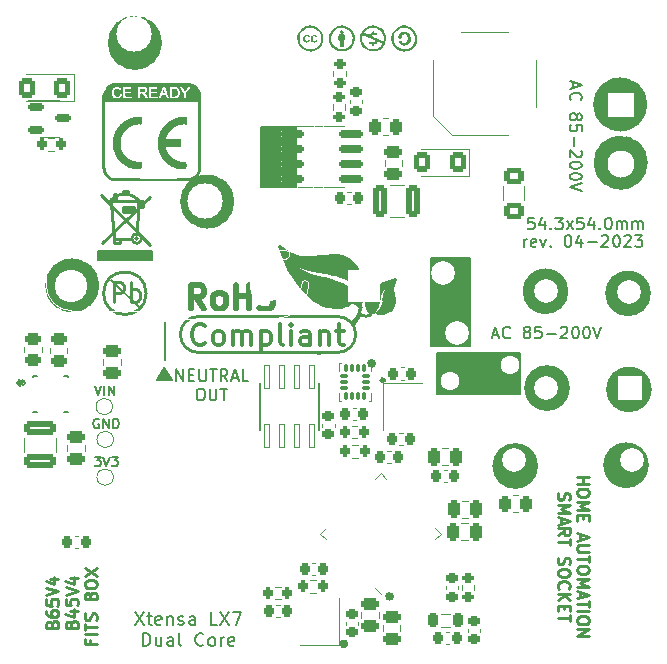
<source format=gbr>
%TF.GenerationSoftware,KiCad,Pcbnew,7.0.1*%
%TF.CreationDate,2023-04-03T11:39:16+02:00*%
%TF.ProjectId,smart_power_socket-54x54x1.6mm_3Cu,736d6172-745f-4706-9f77-65725f736f63,rev?*%
%TF.SameCoordinates,Original*%
%TF.FileFunction,Legend,Top*%
%TF.FilePolarity,Positive*%
%FSLAX46Y46*%
G04 Gerber Fmt 4.6, Leading zero omitted, Abs format (unit mm)*
G04 Created by KiCad (PCBNEW 7.0.1) date 2023-04-03 11:39:16*
%MOMM*%
%LPD*%
G01*
G04 APERTURE LIST*
G04 Aperture macros list*
%AMRoundRect*
0 Rectangle with rounded corners*
0 $1 Rounding radius*
0 $2 $3 $4 $5 $6 $7 $8 $9 X,Y pos of 4 corners*
0 Add a 4 corners polygon primitive as box body*
4,1,4,$2,$3,$4,$5,$6,$7,$8,$9,$2,$3,0*
0 Add four circle primitives for the rounded corners*
1,1,$1+$1,$2,$3*
1,1,$1+$1,$4,$5*
1,1,$1+$1,$6,$7*
1,1,$1+$1,$8,$9*
0 Add four rect primitives between the rounded corners*
20,1,$1+$1,$2,$3,$4,$5,0*
20,1,$1+$1,$4,$5,$6,$7,0*
20,1,$1+$1,$6,$7,$8,$9,0*
20,1,$1+$1,$8,$9,$2,$3,0*%
%AMRotRect*
0 Rectangle, with rotation*
0 The origin of the aperture is its center*
0 $1 length*
0 $2 width*
0 $3 Rotation angle, in degrees counterclockwise*
0 Add horizontal line*
21,1,$1,$2,0,0,$3*%
G04 Aperture macros list end*
%ADD10C,0.150000*%
%ADD11C,0.300000*%
%ADD12C,2.309457*%
%ADD13C,1.932841*%
%ADD14C,0.250000*%
%ADD15C,0.200000*%
%ADD16C,0.500000*%
%ADD17C,0.350000*%
%ADD18C,0.254000*%
%ADD19C,0.120000*%
%ADD20C,0.127000*%
%ADD21C,0.508000*%
%ADD22RoundRect,0.218750X0.218750X0.381250X-0.218750X0.381250X-0.218750X-0.381250X0.218750X-0.381250X0*%
%ADD23RoundRect,0.200000X-0.200000X-0.275000X0.200000X-0.275000X0.200000X0.275000X-0.200000X0.275000X0*%
%ADD24RoundRect,0.250000X-0.450000X0.262500X-0.450000X-0.262500X0.450000X-0.262500X0.450000X0.262500X0*%
%ADD25RoundRect,0.225000X-0.250000X0.225000X-0.250000X-0.225000X0.250000X-0.225000X0.250000X0.225000X0*%
%ADD26RoundRect,0.250000X1.075000X-0.375000X1.075000X0.375000X-1.075000X0.375000X-1.075000X-0.375000X0*%
%ADD27RoundRect,0.250000X0.475000X-0.250000X0.475000X0.250000X-0.475000X0.250000X-0.475000X-0.250000X0*%
%ADD28C,1.000000*%
%ADD29RoundRect,0.200000X-0.275000X0.200000X-0.275000X-0.200000X0.275000X-0.200000X0.275000X0.200000X0*%
%ADD30RoundRect,0.150000X-0.512500X-0.150000X0.512500X-0.150000X0.512500X0.150000X-0.512500X0.150000X0*%
%ADD31RoundRect,0.225000X0.225000X0.250000X-0.225000X0.250000X-0.225000X-0.250000X0.225000X-0.250000X0*%
%ADD32RoundRect,0.200000X0.275000X-0.200000X0.275000X0.200000X-0.275000X0.200000X-0.275000X-0.200000X0*%
%ADD33RoundRect,0.250000X0.250000X0.475000X-0.250000X0.475000X-0.250000X-0.475000X0.250000X-0.475000X0*%
%ADD34RoundRect,0.250001X0.462499X0.624999X-0.462499X0.624999X-0.462499X-0.624999X0.462499X-0.624999X0*%
%ADD35RoundRect,0.250000X0.450000X-0.262500X0.450000X0.262500X-0.450000X0.262500X-0.450000X-0.262500X0*%
%ADD36R,0.840000X0.420000*%
%ADD37R,1.600000X2.500000*%
%ADD38RoundRect,0.225000X-0.225000X-0.250000X0.225000X-0.250000X0.225000X0.250000X-0.225000X0.250000X0*%
%ADD39RoundRect,0.225000X0.250000X-0.225000X0.250000X0.225000X-0.250000X0.225000X-0.250000X-0.225000X0*%
%ADD40RoundRect,0.250001X-0.624999X0.462499X-0.624999X-0.462499X0.624999X-0.462499X0.624999X0.462499X0*%
%ADD41RoundRect,0.150000X-0.825000X-0.150000X0.825000X-0.150000X0.825000X0.150000X-0.825000X0.150000X0*%
%ADD42R,1.200000X1.400000*%
%ADD43RoundRect,0.041300X-0.253700X0.948700X-0.253700X-0.948700X0.253700X-0.948700X0.253700X0.948700X0*%
%ADD44RoundRect,0.050000X0.309359X-0.238649X-0.238649X0.309359X-0.309359X0.238649X0.238649X-0.309359X0*%
%ADD45RoundRect,0.050000X0.309359X0.238649X0.238649X0.309359X-0.309359X-0.238649X-0.238649X-0.309359X0*%
%ADD46RotRect,5.600000X5.600000X135.000000*%
%ADD47RoundRect,0.250000X0.262500X0.450000X-0.262500X0.450000X-0.262500X-0.450000X0.262500X-0.450000X0*%
%ADD48R,0.400000X21.500000*%
%ADD49R,0.400000X25.400000*%
%ADD50R,2.195000X2.195000*%
%ADD51RoundRect,0.250000X0.375000X1.075000X-0.375000X1.075000X-0.375000X-1.075000X0.375000X-1.075000X0*%
%ADD52R,14.000000X0.400000*%
%ADD53R,5.700000X0.400000*%
%ADD54RoundRect,0.250000X-0.250000X-0.475000X0.250000X-0.475000X0.250000X0.475000X-0.250000X0.475000X0*%
%ADD55RoundRect,0.087500X-0.087500X0.225000X-0.087500X-0.225000X0.087500X-0.225000X0.087500X0.225000X0*%
%ADD56RoundRect,0.087500X-0.225000X0.087500X-0.225000X-0.087500X0.225000X-0.087500X0.225000X0.087500X0*%
%ADD57R,13.300000X0.400000*%
%ADD58C,1.600000*%
%ADD59C,3.000000*%
%ADD60C,2.500000*%
%ADD61C,2.010000*%
%ADD62R,2.743200X2.743200*%
%ADD63C,2.743200*%
%ADD64R,2.000000X2.000000*%
%ADD65C,2.000000*%
%ADD66R,2.300000X2.000000*%
%ADD67C,2.300000*%
%ADD68R,2.100000X2.100000*%
%ADD69C,2.100000*%
%TA.AperFunction,Profile*%
%ADD70C,0.100000*%
%TD*%
G04 APERTURE END LIST*
D10*
X149399924Y-90647000D02*
X152679924Y-90647000D01*
X152679924Y-98032000D01*
X149399924Y-98032000D01*
X149399924Y-90647000D01*
G36*
X149399924Y-90647000D02*
G01*
X152679924Y-90647000D01*
X152679924Y-98032000D01*
X149399924Y-98032000D01*
X149399924Y-90647000D01*
G37*
D11*
X142196102Y-123284949D02*
G75*
G03*
X142196102Y-123284949I-210950J0D01*
G01*
X114724566Y-101172000D02*
G75*
G03*
X114724566Y-101172000I-174642J0D01*
G01*
D12*
X166544652Y-77607543D02*
G75*
G03*
X166544652Y-77607543I-1154728J0D01*
G01*
D11*
X145419562Y-100952000D02*
G75*
G03*
X145419562Y-100952000I-129638J0D01*
G01*
X146070950Y-119250000D02*
G75*
G03*
X146070950Y-119250000I-210950J0D01*
G01*
X144550874Y-99529874D02*
G75*
G03*
X144550874Y-99529874I-210950J0D01*
G01*
D10*
X149854924Y-98692000D02*
X156924924Y-98692000D01*
X156924924Y-102142000D01*
X149854924Y-102142000D01*
X149854924Y-98692000D01*
G36*
X149854924Y-98692000D02*
G01*
X156924924Y-98692000D01*
X156924924Y-102142000D01*
X149854924Y-102142000D01*
X149854924Y-98692000D01*
G37*
D12*
X125450271Y-72390000D02*
G75*
G03*
X125450271Y-72390000I-1154728J0D01*
G01*
D13*
X160028503Y-93432000D02*
G75*
G03*
X160028503Y-93432000I-966420J0D01*
G01*
X157468579Y-108220000D02*
G75*
G03*
X157468579Y-108220000I-966420J0D01*
G01*
X166846344Y-108154159D02*
G75*
G03*
X166846344Y-108154159I-966420J0D01*
G01*
X167094185Y-101732000D02*
G75*
G03*
X167094185Y-101732000I-966420J0D01*
G01*
D12*
X120140195Y-92932000D02*
G75*
G03*
X120140195Y-92932000I-1154728J0D01*
G01*
X166584652Y-82537543D02*
G75*
G03*
X166584652Y-82537543I-1154728J0D01*
G01*
D10*
X134939924Y-79482000D02*
X137899924Y-79482000D01*
X137899924Y-84572000D01*
X134939924Y-84572000D01*
X134939924Y-79482000D01*
G36*
X134939924Y-79482000D02*
G01*
X137899924Y-79482000D01*
X137899924Y-84572000D01*
X134939924Y-84572000D01*
X134939924Y-79482000D01*
G37*
D13*
X167016344Y-93604159D02*
G75*
G03*
X167016344Y-93604159I-966420J0D01*
G01*
X160158503Y-101622000D02*
G75*
G03*
X160158503Y-101622000I-966420J0D01*
G01*
D10*
X126830000Y-99250000D02*
X126830000Y-96030000D01*
X127410000Y-100910000D02*
X126140000Y-100900000D01*
X126800000Y-99960000D01*
X127410000Y-100910000D01*
G36*
X127410000Y-100910000D02*
G01*
X126140000Y-100900000D01*
X126800000Y-99960000D01*
X127410000Y-100910000D01*
G37*
D12*
X131579109Y-85832000D02*
G75*
G03*
X131579109Y-85832000I-1154728J0D01*
G01*
D14*
X161737380Y-109151905D02*
X162737380Y-109151905D01*
X162261190Y-109151905D02*
X162261190Y-109723333D01*
X161737380Y-109723333D02*
X162737380Y-109723333D01*
X162737380Y-110390000D02*
X162737380Y-110580476D01*
X162737380Y-110580476D02*
X162689761Y-110675714D01*
X162689761Y-110675714D02*
X162594523Y-110770952D01*
X162594523Y-110770952D02*
X162404047Y-110818571D01*
X162404047Y-110818571D02*
X162070714Y-110818571D01*
X162070714Y-110818571D02*
X161880238Y-110770952D01*
X161880238Y-110770952D02*
X161785000Y-110675714D01*
X161785000Y-110675714D02*
X161737380Y-110580476D01*
X161737380Y-110580476D02*
X161737380Y-110390000D01*
X161737380Y-110390000D02*
X161785000Y-110294762D01*
X161785000Y-110294762D02*
X161880238Y-110199524D01*
X161880238Y-110199524D02*
X162070714Y-110151905D01*
X162070714Y-110151905D02*
X162404047Y-110151905D01*
X162404047Y-110151905D02*
X162594523Y-110199524D01*
X162594523Y-110199524D02*
X162689761Y-110294762D01*
X162689761Y-110294762D02*
X162737380Y-110390000D01*
X161737380Y-111247143D02*
X162737380Y-111247143D01*
X162737380Y-111247143D02*
X162023095Y-111580476D01*
X162023095Y-111580476D02*
X162737380Y-111913809D01*
X162737380Y-111913809D02*
X161737380Y-111913809D01*
X162261190Y-112390000D02*
X162261190Y-112723333D01*
X161737380Y-112866190D02*
X161737380Y-112390000D01*
X161737380Y-112390000D02*
X162737380Y-112390000D01*
X162737380Y-112390000D02*
X162737380Y-112866190D01*
X162023095Y-114009048D02*
X162023095Y-114485238D01*
X161737380Y-113913810D02*
X162737380Y-114247143D01*
X162737380Y-114247143D02*
X161737380Y-114580476D01*
X162737380Y-114913810D02*
X161927857Y-114913810D01*
X161927857Y-114913810D02*
X161832619Y-114961429D01*
X161832619Y-114961429D02*
X161785000Y-115009048D01*
X161785000Y-115009048D02*
X161737380Y-115104286D01*
X161737380Y-115104286D02*
X161737380Y-115294762D01*
X161737380Y-115294762D02*
X161785000Y-115390000D01*
X161785000Y-115390000D02*
X161832619Y-115437619D01*
X161832619Y-115437619D02*
X161927857Y-115485238D01*
X161927857Y-115485238D02*
X162737380Y-115485238D01*
X162737380Y-115818572D02*
X162737380Y-116390000D01*
X161737380Y-116104286D02*
X162737380Y-116104286D01*
X162737380Y-116913810D02*
X162737380Y-117104286D01*
X162737380Y-117104286D02*
X162689761Y-117199524D01*
X162689761Y-117199524D02*
X162594523Y-117294762D01*
X162594523Y-117294762D02*
X162404047Y-117342381D01*
X162404047Y-117342381D02*
X162070714Y-117342381D01*
X162070714Y-117342381D02*
X161880238Y-117294762D01*
X161880238Y-117294762D02*
X161785000Y-117199524D01*
X161785000Y-117199524D02*
X161737380Y-117104286D01*
X161737380Y-117104286D02*
X161737380Y-116913810D01*
X161737380Y-116913810D02*
X161785000Y-116818572D01*
X161785000Y-116818572D02*
X161880238Y-116723334D01*
X161880238Y-116723334D02*
X162070714Y-116675715D01*
X162070714Y-116675715D02*
X162404047Y-116675715D01*
X162404047Y-116675715D02*
X162594523Y-116723334D01*
X162594523Y-116723334D02*
X162689761Y-116818572D01*
X162689761Y-116818572D02*
X162737380Y-116913810D01*
X161737380Y-117770953D02*
X162737380Y-117770953D01*
X162737380Y-117770953D02*
X162023095Y-118104286D01*
X162023095Y-118104286D02*
X162737380Y-118437619D01*
X162737380Y-118437619D02*
X161737380Y-118437619D01*
X162023095Y-118866191D02*
X162023095Y-119342381D01*
X161737380Y-118770953D02*
X162737380Y-119104286D01*
X162737380Y-119104286D02*
X161737380Y-119437619D01*
X162737380Y-119628096D02*
X162737380Y-120199524D01*
X161737380Y-119913810D02*
X162737380Y-119913810D01*
X161737380Y-120532858D02*
X162737380Y-120532858D01*
X162737380Y-121199524D02*
X162737380Y-121390000D01*
X162737380Y-121390000D02*
X162689761Y-121485238D01*
X162689761Y-121485238D02*
X162594523Y-121580476D01*
X162594523Y-121580476D02*
X162404047Y-121628095D01*
X162404047Y-121628095D02*
X162070714Y-121628095D01*
X162070714Y-121628095D02*
X161880238Y-121580476D01*
X161880238Y-121580476D02*
X161785000Y-121485238D01*
X161785000Y-121485238D02*
X161737380Y-121390000D01*
X161737380Y-121390000D02*
X161737380Y-121199524D01*
X161737380Y-121199524D02*
X161785000Y-121104286D01*
X161785000Y-121104286D02*
X161880238Y-121009048D01*
X161880238Y-121009048D02*
X162070714Y-120961429D01*
X162070714Y-120961429D02*
X162404047Y-120961429D01*
X162404047Y-120961429D02*
X162594523Y-121009048D01*
X162594523Y-121009048D02*
X162689761Y-121104286D01*
X162689761Y-121104286D02*
X162737380Y-121199524D01*
X161737380Y-122056667D02*
X162737380Y-122056667D01*
X162737380Y-122056667D02*
X161737380Y-122628095D01*
X161737380Y-122628095D02*
X162737380Y-122628095D01*
X160165000Y-110509047D02*
X160117380Y-110651904D01*
X160117380Y-110651904D02*
X160117380Y-110889999D01*
X160117380Y-110889999D02*
X160165000Y-110985237D01*
X160165000Y-110985237D02*
X160212619Y-111032856D01*
X160212619Y-111032856D02*
X160307857Y-111080475D01*
X160307857Y-111080475D02*
X160403095Y-111080475D01*
X160403095Y-111080475D02*
X160498333Y-111032856D01*
X160498333Y-111032856D02*
X160545952Y-110985237D01*
X160545952Y-110985237D02*
X160593571Y-110889999D01*
X160593571Y-110889999D02*
X160641190Y-110699523D01*
X160641190Y-110699523D02*
X160688809Y-110604285D01*
X160688809Y-110604285D02*
X160736428Y-110556666D01*
X160736428Y-110556666D02*
X160831666Y-110509047D01*
X160831666Y-110509047D02*
X160926904Y-110509047D01*
X160926904Y-110509047D02*
X161022142Y-110556666D01*
X161022142Y-110556666D02*
X161069761Y-110604285D01*
X161069761Y-110604285D02*
X161117380Y-110699523D01*
X161117380Y-110699523D02*
X161117380Y-110937618D01*
X161117380Y-110937618D02*
X161069761Y-111080475D01*
X160117380Y-111509047D02*
X161117380Y-111509047D01*
X161117380Y-111509047D02*
X160403095Y-111842380D01*
X160403095Y-111842380D02*
X161117380Y-112175713D01*
X161117380Y-112175713D02*
X160117380Y-112175713D01*
X160403095Y-112604285D02*
X160403095Y-113080475D01*
X160117380Y-112509047D02*
X161117380Y-112842380D01*
X161117380Y-112842380D02*
X160117380Y-113175713D01*
X160117380Y-114080475D02*
X160593571Y-113747142D01*
X160117380Y-113509047D02*
X161117380Y-113509047D01*
X161117380Y-113509047D02*
X161117380Y-113889999D01*
X161117380Y-113889999D02*
X161069761Y-113985237D01*
X161069761Y-113985237D02*
X161022142Y-114032856D01*
X161022142Y-114032856D02*
X160926904Y-114080475D01*
X160926904Y-114080475D02*
X160784047Y-114080475D01*
X160784047Y-114080475D02*
X160688809Y-114032856D01*
X160688809Y-114032856D02*
X160641190Y-113985237D01*
X160641190Y-113985237D02*
X160593571Y-113889999D01*
X160593571Y-113889999D02*
X160593571Y-113509047D01*
X161117380Y-114366190D02*
X161117380Y-114937618D01*
X160117380Y-114651904D02*
X161117380Y-114651904D01*
X160165000Y-115985238D02*
X160117380Y-116128095D01*
X160117380Y-116128095D02*
X160117380Y-116366190D01*
X160117380Y-116366190D02*
X160165000Y-116461428D01*
X160165000Y-116461428D02*
X160212619Y-116509047D01*
X160212619Y-116509047D02*
X160307857Y-116556666D01*
X160307857Y-116556666D02*
X160403095Y-116556666D01*
X160403095Y-116556666D02*
X160498333Y-116509047D01*
X160498333Y-116509047D02*
X160545952Y-116461428D01*
X160545952Y-116461428D02*
X160593571Y-116366190D01*
X160593571Y-116366190D02*
X160641190Y-116175714D01*
X160641190Y-116175714D02*
X160688809Y-116080476D01*
X160688809Y-116080476D02*
X160736428Y-116032857D01*
X160736428Y-116032857D02*
X160831666Y-115985238D01*
X160831666Y-115985238D02*
X160926904Y-115985238D01*
X160926904Y-115985238D02*
X161022142Y-116032857D01*
X161022142Y-116032857D02*
X161069761Y-116080476D01*
X161069761Y-116080476D02*
X161117380Y-116175714D01*
X161117380Y-116175714D02*
X161117380Y-116413809D01*
X161117380Y-116413809D02*
X161069761Y-116556666D01*
X161117380Y-117175714D02*
X161117380Y-117366190D01*
X161117380Y-117366190D02*
X161069761Y-117461428D01*
X161069761Y-117461428D02*
X160974523Y-117556666D01*
X160974523Y-117556666D02*
X160784047Y-117604285D01*
X160784047Y-117604285D02*
X160450714Y-117604285D01*
X160450714Y-117604285D02*
X160260238Y-117556666D01*
X160260238Y-117556666D02*
X160165000Y-117461428D01*
X160165000Y-117461428D02*
X160117380Y-117366190D01*
X160117380Y-117366190D02*
X160117380Y-117175714D01*
X160117380Y-117175714D02*
X160165000Y-117080476D01*
X160165000Y-117080476D02*
X160260238Y-116985238D01*
X160260238Y-116985238D02*
X160450714Y-116937619D01*
X160450714Y-116937619D02*
X160784047Y-116937619D01*
X160784047Y-116937619D02*
X160974523Y-116985238D01*
X160974523Y-116985238D02*
X161069761Y-117080476D01*
X161069761Y-117080476D02*
X161117380Y-117175714D01*
X160212619Y-118604285D02*
X160165000Y-118556666D01*
X160165000Y-118556666D02*
X160117380Y-118413809D01*
X160117380Y-118413809D02*
X160117380Y-118318571D01*
X160117380Y-118318571D02*
X160165000Y-118175714D01*
X160165000Y-118175714D02*
X160260238Y-118080476D01*
X160260238Y-118080476D02*
X160355476Y-118032857D01*
X160355476Y-118032857D02*
X160545952Y-117985238D01*
X160545952Y-117985238D02*
X160688809Y-117985238D01*
X160688809Y-117985238D02*
X160879285Y-118032857D01*
X160879285Y-118032857D02*
X160974523Y-118080476D01*
X160974523Y-118080476D02*
X161069761Y-118175714D01*
X161069761Y-118175714D02*
X161117380Y-118318571D01*
X161117380Y-118318571D02*
X161117380Y-118413809D01*
X161117380Y-118413809D02*
X161069761Y-118556666D01*
X161069761Y-118556666D02*
X161022142Y-118604285D01*
X160117380Y-119032857D02*
X161117380Y-119032857D01*
X160117380Y-119604285D02*
X160688809Y-119175714D01*
X161117380Y-119604285D02*
X160545952Y-119032857D01*
X160641190Y-120032857D02*
X160641190Y-120366190D01*
X160117380Y-120509047D02*
X160117380Y-120032857D01*
X160117380Y-120032857D02*
X161117380Y-120032857D01*
X161117380Y-120032857D02*
X161117380Y-120509047D01*
X161117380Y-120794762D02*
X161117380Y-121366190D01*
X160117380Y-121080476D02*
X161117380Y-121080476D01*
D10*
X121250476Y-104268190D02*
X121174286Y-104230095D01*
X121174286Y-104230095D02*
X121060000Y-104230095D01*
X121060000Y-104230095D02*
X120945714Y-104268190D01*
X120945714Y-104268190D02*
X120869524Y-104344380D01*
X120869524Y-104344380D02*
X120831429Y-104420571D01*
X120831429Y-104420571D02*
X120793333Y-104572952D01*
X120793333Y-104572952D02*
X120793333Y-104687238D01*
X120793333Y-104687238D02*
X120831429Y-104839619D01*
X120831429Y-104839619D02*
X120869524Y-104915809D01*
X120869524Y-104915809D02*
X120945714Y-104992000D01*
X120945714Y-104992000D02*
X121060000Y-105030095D01*
X121060000Y-105030095D02*
X121136191Y-105030095D01*
X121136191Y-105030095D02*
X121250476Y-104992000D01*
X121250476Y-104992000D02*
X121288572Y-104953904D01*
X121288572Y-104953904D02*
X121288572Y-104687238D01*
X121288572Y-104687238D02*
X121136191Y-104687238D01*
X121631429Y-105030095D02*
X121631429Y-104230095D01*
X121631429Y-104230095D02*
X122088572Y-105030095D01*
X122088572Y-105030095D02*
X122088572Y-104230095D01*
X122469524Y-105030095D02*
X122469524Y-104230095D01*
X122469524Y-104230095D02*
X122660000Y-104230095D01*
X122660000Y-104230095D02*
X122774286Y-104268190D01*
X122774286Y-104268190D02*
X122850476Y-104344380D01*
X122850476Y-104344380D02*
X122888571Y-104420571D01*
X122888571Y-104420571D02*
X122926667Y-104572952D01*
X122926667Y-104572952D02*
X122926667Y-104687238D01*
X122926667Y-104687238D02*
X122888571Y-104839619D01*
X122888571Y-104839619D02*
X122850476Y-104915809D01*
X122850476Y-104915809D02*
X122774286Y-104992000D01*
X122774286Y-104992000D02*
X122660000Y-105030095D01*
X122660000Y-105030095D02*
X122469524Y-105030095D01*
D15*
X161413019Y-75754381D02*
X161413019Y-76230571D01*
X161127304Y-75659143D02*
X162127304Y-75992476D01*
X162127304Y-75992476D02*
X161127304Y-76325809D01*
X161222543Y-77230571D02*
X161174924Y-77182952D01*
X161174924Y-77182952D02*
X161127304Y-77040095D01*
X161127304Y-77040095D02*
X161127304Y-76944857D01*
X161127304Y-76944857D02*
X161174924Y-76802000D01*
X161174924Y-76802000D02*
X161270162Y-76706762D01*
X161270162Y-76706762D02*
X161365400Y-76659143D01*
X161365400Y-76659143D02*
X161555876Y-76611524D01*
X161555876Y-76611524D02*
X161698733Y-76611524D01*
X161698733Y-76611524D02*
X161889209Y-76659143D01*
X161889209Y-76659143D02*
X161984447Y-76706762D01*
X161984447Y-76706762D02*
X162079685Y-76802000D01*
X162079685Y-76802000D02*
X162127304Y-76944857D01*
X162127304Y-76944857D02*
X162127304Y-77040095D01*
X162127304Y-77040095D02*
X162079685Y-77182952D01*
X162079685Y-77182952D02*
X162032066Y-77230571D01*
X161698733Y-78563905D02*
X161746352Y-78468667D01*
X161746352Y-78468667D02*
X161793971Y-78421048D01*
X161793971Y-78421048D02*
X161889209Y-78373429D01*
X161889209Y-78373429D02*
X161936828Y-78373429D01*
X161936828Y-78373429D02*
X162032066Y-78421048D01*
X162032066Y-78421048D02*
X162079685Y-78468667D01*
X162079685Y-78468667D02*
X162127304Y-78563905D01*
X162127304Y-78563905D02*
X162127304Y-78754381D01*
X162127304Y-78754381D02*
X162079685Y-78849619D01*
X162079685Y-78849619D02*
X162032066Y-78897238D01*
X162032066Y-78897238D02*
X161936828Y-78944857D01*
X161936828Y-78944857D02*
X161889209Y-78944857D01*
X161889209Y-78944857D02*
X161793971Y-78897238D01*
X161793971Y-78897238D02*
X161746352Y-78849619D01*
X161746352Y-78849619D02*
X161698733Y-78754381D01*
X161698733Y-78754381D02*
X161698733Y-78563905D01*
X161698733Y-78563905D02*
X161651114Y-78468667D01*
X161651114Y-78468667D02*
X161603495Y-78421048D01*
X161603495Y-78421048D02*
X161508257Y-78373429D01*
X161508257Y-78373429D02*
X161317781Y-78373429D01*
X161317781Y-78373429D02*
X161222543Y-78421048D01*
X161222543Y-78421048D02*
X161174924Y-78468667D01*
X161174924Y-78468667D02*
X161127304Y-78563905D01*
X161127304Y-78563905D02*
X161127304Y-78754381D01*
X161127304Y-78754381D02*
X161174924Y-78849619D01*
X161174924Y-78849619D02*
X161222543Y-78897238D01*
X161222543Y-78897238D02*
X161317781Y-78944857D01*
X161317781Y-78944857D02*
X161508257Y-78944857D01*
X161508257Y-78944857D02*
X161603495Y-78897238D01*
X161603495Y-78897238D02*
X161651114Y-78849619D01*
X161651114Y-78849619D02*
X161698733Y-78754381D01*
X162127304Y-79849619D02*
X162127304Y-79373429D01*
X162127304Y-79373429D02*
X161651114Y-79325810D01*
X161651114Y-79325810D02*
X161698733Y-79373429D01*
X161698733Y-79373429D02*
X161746352Y-79468667D01*
X161746352Y-79468667D02*
X161746352Y-79706762D01*
X161746352Y-79706762D02*
X161698733Y-79802000D01*
X161698733Y-79802000D02*
X161651114Y-79849619D01*
X161651114Y-79849619D02*
X161555876Y-79897238D01*
X161555876Y-79897238D02*
X161317781Y-79897238D01*
X161317781Y-79897238D02*
X161222543Y-79849619D01*
X161222543Y-79849619D02*
X161174924Y-79802000D01*
X161174924Y-79802000D02*
X161127304Y-79706762D01*
X161127304Y-79706762D02*
X161127304Y-79468667D01*
X161127304Y-79468667D02*
X161174924Y-79373429D01*
X161174924Y-79373429D02*
X161222543Y-79325810D01*
X161508257Y-80325810D02*
X161508257Y-81087715D01*
X162032066Y-81516286D02*
X162079685Y-81563905D01*
X162079685Y-81563905D02*
X162127304Y-81659143D01*
X162127304Y-81659143D02*
X162127304Y-81897238D01*
X162127304Y-81897238D02*
X162079685Y-81992476D01*
X162079685Y-81992476D02*
X162032066Y-82040095D01*
X162032066Y-82040095D02*
X161936828Y-82087714D01*
X161936828Y-82087714D02*
X161841590Y-82087714D01*
X161841590Y-82087714D02*
X161698733Y-82040095D01*
X161698733Y-82040095D02*
X161127304Y-81468667D01*
X161127304Y-81468667D02*
X161127304Y-82087714D01*
X162127304Y-82706762D02*
X162127304Y-82802000D01*
X162127304Y-82802000D02*
X162079685Y-82897238D01*
X162079685Y-82897238D02*
X162032066Y-82944857D01*
X162032066Y-82944857D02*
X161936828Y-82992476D01*
X161936828Y-82992476D02*
X161746352Y-83040095D01*
X161746352Y-83040095D02*
X161508257Y-83040095D01*
X161508257Y-83040095D02*
X161317781Y-82992476D01*
X161317781Y-82992476D02*
X161222543Y-82944857D01*
X161222543Y-82944857D02*
X161174924Y-82897238D01*
X161174924Y-82897238D02*
X161127304Y-82802000D01*
X161127304Y-82802000D02*
X161127304Y-82706762D01*
X161127304Y-82706762D02*
X161174924Y-82611524D01*
X161174924Y-82611524D02*
X161222543Y-82563905D01*
X161222543Y-82563905D02*
X161317781Y-82516286D01*
X161317781Y-82516286D02*
X161508257Y-82468667D01*
X161508257Y-82468667D02*
X161746352Y-82468667D01*
X161746352Y-82468667D02*
X161936828Y-82516286D01*
X161936828Y-82516286D02*
X162032066Y-82563905D01*
X162032066Y-82563905D02*
X162079685Y-82611524D01*
X162079685Y-82611524D02*
X162127304Y-82706762D01*
X162127304Y-83659143D02*
X162127304Y-83754381D01*
X162127304Y-83754381D02*
X162079685Y-83849619D01*
X162079685Y-83849619D02*
X162032066Y-83897238D01*
X162032066Y-83897238D02*
X161936828Y-83944857D01*
X161936828Y-83944857D02*
X161746352Y-83992476D01*
X161746352Y-83992476D02*
X161508257Y-83992476D01*
X161508257Y-83992476D02*
X161317781Y-83944857D01*
X161317781Y-83944857D02*
X161222543Y-83897238D01*
X161222543Y-83897238D02*
X161174924Y-83849619D01*
X161174924Y-83849619D02*
X161127304Y-83754381D01*
X161127304Y-83754381D02*
X161127304Y-83659143D01*
X161127304Y-83659143D02*
X161174924Y-83563905D01*
X161174924Y-83563905D02*
X161222543Y-83516286D01*
X161222543Y-83516286D02*
X161317781Y-83468667D01*
X161317781Y-83468667D02*
X161508257Y-83421048D01*
X161508257Y-83421048D02*
X161746352Y-83421048D01*
X161746352Y-83421048D02*
X161936828Y-83468667D01*
X161936828Y-83468667D02*
X162032066Y-83516286D01*
X162032066Y-83516286D02*
X162079685Y-83563905D01*
X162079685Y-83563905D02*
X162127304Y-83659143D01*
X162127304Y-84278191D02*
X161127304Y-84611524D01*
X161127304Y-84611524D02*
X162127304Y-84944857D01*
D14*
X118928809Y-121595714D02*
X118976428Y-121452857D01*
X118976428Y-121452857D02*
X119024047Y-121405238D01*
X119024047Y-121405238D02*
X119119285Y-121357619D01*
X119119285Y-121357619D02*
X119262142Y-121357619D01*
X119262142Y-121357619D02*
X119357380Y-121405238D01*
X119357380Y-121405238D02*
X119405000Y-121452857D01*
X119405000Y-121452857D02*
X119452619Y-121548095D01*
X119452619Y-121548095D02*
X119452619Y-121929047D01*
X119452619Y-121929047D02*
X118452619Y-121929047D01*
X118452619Y-121929047D02*
X118452619Y-121595714D01*
X118452619Y-121595714D02*
X118500238Y-121500476D01*
X118500238Y-121500476D02*
X118547857Y-121452857D01*
X118547857Y-121452857D02*
X118643095Y-121405238D01*
X118643095Y-121405238D02*
X118738333Y-121405238D01*
X118738333Y-121405238D02*
X118833571Y-121452857D01*
X118833571Y-121452857D02*
X118881190Y-121500476D01*
X118881190Y-121500476D02*
X118928809Y-121595714D01*
X118928809Y-121595714D02*
X118928809Y-121929047D01*
X118785952Y-120500476D02*
X119452619Y-120500476D01*
X118405000Y-120738571D02*
X119119285Y-120976666D01*
X119119285Y-120976666D02*
X119119285Y-120357619D01*
X118452619Y-119500476D02*
X118452619Y-119976666D01*
X118452619Y-119976666D02*
X118928809Y-120024285D01*
X118928809Y-120024285D02*
X118881190Y-119976666D01*
X118881190Y-119976666D02*
X118833571Y-119881428D01*
X118833571Y-119881428D02*
X118833571Y-119643333D01*
X118833571Y-119643333D02*
X118881190Y-119548095D01*
X118881190Y-119548095D02*
X118928809Y-119500476D01*
X118928809Y-119500476D02*
X119024047Y-119452857D01*
X119024047Y-119452857D02*
X119262142Y-119452857D01*
X119262142Y-119452857D02*
X119357380Y-119500476D01*
X119357380Y-119500476D02*
X119405000Y-119548095D01*
X119405000Y-119548095D02*
X119452619Y-119643333D01*
X119452619Y-119643333D02*
X119452619Y-119881428D01*
X119452619Y-119881428D02*
X119405000Y-119976666D01*
X119405000Y-119976666D02*
X119357380Y-120024285D01*
X118452619Y-119167142D02*
X119452619Y-118833809D01*
X119452619Y-118833809D02*
X118452619Y-118500476D01*
X118785952Y-117738571D02*
X119452619Y-117738571D01*
X118405000Y-117976666D02*
X119119285Y-118214761D01*
X119119285Y-118214761D02*
X119119285Y-117595714D01*
D15*
X158092857Y-87182619D02*
X157616667Y-87182619D01*
X157616667Y-87182619D02*
X157569048Y-87658809D01*
X157569048Y-87658809D02*
X157616667Y-87611190D01*
X157616667Y-87611190D02*
X157711905Y-87563571D01*
X157711905Y-87563571D02*
X157950000Y-87563571D01*
X157950000Y-87563571D02*
X158045238Y-87611190D01*
X158045238Y-87611190D02*
X158092857Y-87658809D01*
X158092857Y-87658809D02*
X158140476Y-87754047D01*
X158140476Y-87754047D02*
X158140476Y-87992142D01*
X158140476Y-87992142D02*
X158092857Y-88087380D01*
X158092857Y-88087380D02*
X158045238Y-88135000D01*
X158045238Y-88135000D02*
X157950000Y-88182619D01*
X157950000Y-88182619D02*
X157711905Y-88182619D01*
X157711905Y-88182619D02*
X157616667Y-88135000D01*
X157616667Y-88135000D02*
X157569048Y-88087380D01*
X158997619Y-87515952D02*
X158997619Y-88182619D01*
X158759524Y-87135000D02*
X158521429Y-87849285D01*
X158521429Y-87849285D02*
X159140476Y-87849285D01*
X159521429Y-88087380D02*
X159569048Y-88135000D01*
X159569048Y-88135000D02*
X159521429Y-88182619D01*
X159521429Y-88182619D02*
X159473810Y-88135000D01*
X159473810Y-88135000D02*
X159521429Y-88087380D01*
X159521429Y-88087380D02*
X159521429Y-88182619D01*
X159902381Y-87182619D02*
X160521428Y-87182619D01*
X160521428Y-87182619D02*
X160188095Y-87563571D01*
X160188095Y-87563571D02*
X160330952Y-87563571D01*
X160330952Y-87563571D02*
X160426190Y-87611190D01*
X160426190Y-87611190D02*
X160473809Y-87658809D01*
X160473809Y-87658809D02*
X160521428Y-87754047D01*
X160521428Y-87754047D02*
X160521428Y-87992142D01*
X160521428Y-87992142D02*
X160473809Y-88087380D01*
X160473809Y-88087380D02*
X160426190Y-88135000D01*
X160426190Y-88135000D02*
X160330952Y-88182619D01*
X160330952Y-88182619D02*
X160045238Y-88182619D01*
X160045238Y-88182619D02*
X159950000Y-88135000D01*
X159950000Y-88135000D02*
X159902381Y-88087380D01*
X160854762Y-88182619D02*
X161378571Y-87515952D01*
X160854762Y-87515952D02*
X161378571Y-88182619D01*
X162235714Y-87182619D02*
X161759524Y-87182619D01*
X161759524Y-87182619D02*
X161711905Y-87658809D01*
X161711905Y-87658809D02*
X161759524Y-87611190D01*
X161759524Y-87611190D02*
X161854762Y-87563571D01*
X161854762Y-87563571D02*
X162092857Y-87563571D01*
X162092857Y-87563571D02*
X162188095Y-87611190D01*
X162188095Y-87611190D02*
X162235714Y-87658809D01*
X162235714Y-87658809D02*
X162283333Y-87754047D01*
X162283333Y-87754047D02*
X162283333Y-87992142D01*
X162283333Y-87992142D02*
X162235714Y-88087380D01*
X162235714Y-88087380D02*
X162188095Y-88135000D01*
X162188095Y-88135000D02*
X162092857Y-88182619D01*
X162092857Y-88182619D02*
X161854762Y-88182619D01*
X161854762Y-88182619D02*
X161759524Y-88135000D01*
X161759524Y-88135000D02*
X161711905Y-88087380D01*
X163140476Y-87515952D02*
X163140476Y-88182619D01*
X162902381Y-87135000D02*
X162664286Y-87849285D01*
X162664286Y-87849285D02*
X163283333Y-87849285D01*
X163664286Y-88087380D02*
X163711905Y-88135000D01*
X163711905Y-88135000D02*
X163664286Y-88182619D01*
X163664286Y-88182619D02*
X163616667Y-88135000D01*
X163616667Y-88135000D02*
X163664286Y-88087380D01*
X163664286Y-88087380D02*
X163664286Y-88182619D01*
X164330952Y-87182619D02*
X164426190Y-87182619D01*
X164426190Y-87182619D02*
X164521428Y-87230238D01*
X164521428Y-87230238D02*
X164569047Y-87277857D01*
X164569047Y-87277857D02*
X164616666Y-87373095D01*
X164616666Y-87373095D02*
X164664285Y-87563571D01*
X164664285Y-87563571D02*
X164664285Y-87801666D01*
X164664285Y-87801666D02*
X164616666Y-87992142D01*
X164616666Y-87992142D02*
X164569047Y-88087380D01*
X164569047Y-88087380D02*
X164521428Y-88135000D01*
X164521428Y-88135000D02*
X164426190Y-88182619D01*
X164426190Y-88182619D02*
X164330952Y-88182619D01*
X164330952Y-88182619D02*
X164235714Y-88135000D01*
X164235714Y-88135000D02*
X164188095Y-88087380D01*
X164188095Y-88087380D02*
X164140476Y-87992142D01*
X164140476Y-87992142D02*
X164092857Y-87801666D01*
X164092857Y-87801666D02*
X164092857Y-87563571D01*
X164092857Y-87563571D02*
X164140476Y-87373095D01*
X164140476Y-87373095D02*
X164188095Y-87277857D01*
X164188095Y-87277857D02*
X164235714Y-87230238D01*
X164235714Y-87230238D02*
X164330952Y-87182619D01*
X165092857Y-88182619D02*
X165092857Y-87515952D01*
X165092857Y-87611190D02*
X165140476Y-87563571D01*
X165140476Y-87563571D02*
X165235714Y-87515952D01*
X165235714Y-87515952D02*
X165378571Y-87515952D01*
X165378571Y-87515952D02*
X165473809Y-87563571D01*
X165473809Y-87563571D02*
X165521428Y-87658809D01*
X165521428Y-87658809D02*
X165521428Y-88182619D01*
X165521428Y-87658809D02*
X165569047Y-87563571D01*
X165569047Y-87563571D02*
X165664285Y-87515952D01*
X165664285Y-87515952D02*
X165807142Y-87515952D01*
X165807142Y-87515952D02*
X165902381Y-87563571D01*
X165902381Y-87563571D02*
X165950000Y-87658809D01*
X165950000Y-87658809D02*
X165950000Y-88182619D01*
X166426190Y-88182619D02*
X166426190Y-87515952D01*
X166426190Y-87611190D02*
X166473809Y-87563571D01*
X166473809Y-87563571D02*
X166569047Y-87515952D01*
X166569047Y-87515952D02*
X166711904Y-87515952D01*
X166711904Y-87515952D02*
X166807142Y-87563571D01*
X166807142Y-87563571D02*
X166854761Y-87658809D01*
X166854761Y-87658809D02*
X166854761Y-88182619D01*
X166854761Y-87658809D02*
X166902380Y-87563571D01*
X166902380Y-87563571D02*
X166997618Y-87515952D01*
X166997618Y-87515952D02*
X167140475Y-87515952D01*
X167140475Y-87515952D02*
X167235714Y-87563571D01*
X167235714Y-87563571D02*
X167283333Y-87658809D01*
X167283333Y-87658809D02*
X167283333Y-88182619D01*
X154592381Y-97126904D02*
X155068571Y-97126904D01*
X154497143Y-97412619D02*
X154830476Y-96412619D01*
X154830476Y-96412619D02*
X155163809Y-97412619D01*
X156068571Y-97317380D02*
X156020952Y-97365000D01*
X156020952Y-97365000D02*
X155878095Y-97412619D01*
X155878095Y-97412619D02*
X155782857Y-97412619D01*
X155782857Y-97412619D02*
X155640000Y-97365000D01*
X155640000Y-97365000D02*
X155544762Y-97269761D01*
X155544762Y-97269761D02*
X155497143Y-97174523D01*
X155497143Y-97174523D02*
X155449524Y-96984047D01*
X155449524Y-96984047D02*
X155449524Y-96841190D01*
X155449524Y-96841190D02*
X155497143Y-96650714D01*
X155497143Y-96650714D02*
X155544762Y-96555476D01*
X155544762Y-96555476D02*
X155640000Y-96460238D01*
X155640000Y-96460238D02*
X155782857Y-96412619D01*
X155782857Y-96412619D02*
X155878095Y-96412619D01*
X155878095Y-96412619D02*
X156020952Y-96460238D01*
X156020952Y-96460238D02*
X156068571Y-96507857D01*
X157401905Y-96841190D02*
X157306667Y-96793571D01*
X157306667Y-96793571D02*
X157259048Y-96745952D01*
X157259048Y-96745952D02*
X157211429Y-96650714D01*
X157211429Y-96650714D02*
X157211429Y-96603095D01*
X157211429Y-96603095D02*
X157259048Y-96507857D01*
X157259048Y-96507857D02*
X157306667Y-96460238D01*
X157306667Y-96460238D02*
X157401905Y-96412619D01*
X157401905Y-96412619D02*
X157592381Y-96412619D01*
X157592381Y-96412619D02*
X157687619Y-96460238D01*
X157687619Y-96460238D02*
X157735238Y-96507857D01*
X157735238Y-96507857D02*
X157782857Y-96603095D01*
X157782857Y-96603095D02*
X157782857Y-96650714D01*
X157782857Y-96650714D02*
X157735238Y-96745952D01*
X157735238Y-96745952D02*
X157687619Y-96793571D01*
X157687619Y-96793571D02*
X157592381Y-96841190D01*
X157592381Y-96841190D02*
X157401905Y-96841190D01*
X157401905Y-96841190D02*
X157306667Y-96888809D01*
X157306667Y-96888809D02*
X157259048Y-96936428D01*
X157259048Y-96936428D02*
X157211429Y-97031666D01*
X157211429Y-97031666D02*
X157211429Y-97222142D01*
X157211429Y-97222142D02*
X157259048Y-97317380D01*
X157259048Y-97317380D02*
X157306667Y-97365000D01*
X157306667Y-97365000D02*
X157401905Y-97412619D01*
X157401905Y-97412619D02*
X157592381Y-97412619D01*
X157592381Y-97412619D02*
X157687619Y-97365000D01*
X157687619Y-97365000D02*
X157735238Y-97317380D01*
X157735238Y-97317380D02*
X157782857Y-97222142D01*
X157782857Y-97222142D02*
X157782857Y-97031666D01*
X157782857Y-97031666D02*
X157735238Y-96936428D01*
X157735238Y-96936428D02*
X157687619Y-96888809D01*
X157687619Y-96888809D02*
X157592381Y-96841190D01*
X158687619Y-96412619D02*
X158211429Y-96412619D01*
X158211429Y-96412619D02*
X158163810Y-96888809D01*
X158163810Y-96888809D02*
X158211429Y-96841190D01*
X158211429Y-96841190D02*
X158306667Y-96793571D01*
X158306667Y-96793571D02*
X158544762Y-96793571D01*
X158544762Y-96793571D02*
X158640000Y-96841190D01*
X158640000Y-96841190D02*
X158687619Y-96888809D01*
X158687619Y-96888809D02*
X158735238Y-96984047D01*
X158735238Y-96984047D02*
X158735238Y-97222142D01*
X158735238Y-97222142D02*
X158687619Y-97317380D01*
X158687619Y-97317380D02*
X158640000Y-97365000D01*
X158640000Y-97365000D02*
X158544762Y-97412619D01*
X158544762Y-97412619D02*
X158306667Y-97412619D01*
X158306667Y-97412619D02*
X158211429Y-97365000D01*
X158211429Y-97365000D02*
X158163810Y-97317380D01*
X159163810Y-97031666D02*
X159925715Y-97031666D01*
X160354286Y-96507857D02*
X160401905Y-96460238D01*
X160401905Y-96460238D02*
X160497143Y-96412619D01*
X160497143Y-96412619D02*
X160735238Y-96412619D01*
X160735238Y-96412619D02*
X160830476Y-96460238D01*
X160830476Y-96460238D02*
X160878095Y-96507857D01*
X160878095Y-96507857D02*
X160925714Y-96603095D01*
X160925714Y-96603095D02*
X160925714Y-96698333D01*
X160925714Y-96698333D02*
X160878095Y-96841190D01*
X160878095Y-96841190D02*
X160306667Y-97412619D01*
X160306667Y-97412619D02*
X160925714Y-97412619D01*
X161544762Y-96412619D02*
X161640000Y-96412619D01*
X161640000Y-96412619D02*
X161735238Y-96460238D01*
X161735238Y-96460238D02*
X161782857Y-96507857D01*
X161782857Y-96507857D02*
X161830476Y-96603095D01*
X161830476Y-96603095D02*
X161878095Y-96793571D01*
X161878095Y-96793571D02*
X161878095Y-97031666D01*
X161878095Y-97031666D02*
X161830476Y-97222142D01*
X161830476Y-97222142D02*
X161782857Y-97317380D01*
X161782857Y-97317380D02*
X161735238Y-97365000D01*
X161735238Y-97365000D02*
X161640000Y-97412619D01*
X161640000Y-97412619D02*
X161544762Y-97412619D01*
X161544762Y-97412619D02*
X161449524Y-97365000D01*
X161449524Y-97365000D02*
X161401905Y-97317380D01*
X161401905Y-97317380D02*
X161354286Y-97222142D01*
X161354286Y-97222142D02*
X161306667Y-97031666D01*
X161306667Y-97031666D02*
X161306667Y-96793571D01*
X161306667Y-96793571D02*
X161354286Y-96603095D01*
X161354286Y-96603095D02*
X161401905Y-96507857D01*
X161401905Y-96507857D02*
X161449524Y-96460238D01*
X161449524Y-96460238D02*
X161544762Y-96412619D01*
X162497143Y-96412619D02*
X162592381Y-96412619D01*
X162592381Y-96412619D02*
X162687619Y-96460238D01*
X162687619Y-96460238D02*
X162735238Y-96507857D01*
X162735238Y-96507857D02*
X162782857Y-96603095D01*
X162782857Y-96603095D02*
X162830476Y-96793571D01*
X162830476Y-96793571D02*
X162830476Y-97031666D01*
X162830476Y-97031666D02*
X162782857Y-97222142D01*
X162782857Y-97222142D02*
X162735238Y-97317380D01*
X162735238Y-97317380D02*
X162687619Y-97365000D01*
X162687619Y-97365000D02*
X162592381Y-97412619D01*
X162592381Y-97412619D02*
X162497143Y-97412619D01*
X162497143Y-97412619D02*
X162401905Y-97365000D01*
X162401905Y-97365000D02*
X162354286Y-97317380D01*
X162354286Y-97317380D02*
X162306667Y-97222142D01*
X162306667Y-97222142D02*
X162259048Y-97031666D01*
X162259048Y-97031666D02*
X162259048Y-96793571D01*
X162259048Y-96793571D02*
X162306667Y-96603095D01*
X162306667Y-96603095D02*
X162354286Y-96507857D01*
X162354286Y-96507857D02*
X162401905Y-96460238D01*
X162401905Y-96460238D02*
X162497143Y-96412619D01*
X163116191Y-96412619D02*
X163449524Y-97412619D01*
X163449524Y-97412619D02*
X163782857Y-96412619D01*
D10*
X120923810Y-101420095D02*
X121190477Y-102220095D01*
X121190477Y-102220095D02*
X121457143Y-101420095D01*
X121723810Y-102220095D02*
X121723810Y-101420095D01*
X122104762Y-102220095D02*
X122104762Y-101420095D01*
X122104762Y-101420095D02*
X122561905Y-102220095D01*
X122561905Y-102220095D02*
X122561905Y-101420095D01*
D15*
X124315238Y-120587880D02*
X125048572Y-121687880D01*
X125048572Y-120587880D02*
X124315238Y-121687880D01*
X125310476Y-120954547D02*
X125729524Y-120954547D01*
X125467619Y-120587880D02*
X125467619Y-121530738D01*
X125467619Y-121530738D02*
X125520000Y-121635500D01*
X125520000Y-121635500D02*
X125624762Y-121687880D01*
X125624762Y-121687880D02*
X125729524Y-121687880D01*
X126515238Y-121635500D02*
X126410476Y-121687880D01*
X126410476Y-121687880D02*
X126200952Y-121687880D01*
X126200952Y-121687880D02*
X126096190Y-121635500D01*
X126096190Y-121635500D02*
X126043809Y-121530738D01*
X126043809Y-121530738D02*
X126043809Y-121111690D01*
X126043809Y-121111690D02*
X126096190Y-121006928D01*
X126096190Y-121006928D02*
X126200952Y-120954547D01*
X126200952Y-120954547D02*
X126410476Y-120954547D01*
X126410476Y-120954547D02*
X126515238Y-121006928D01*
X126515238Y-121006928D02*
X126567619Y-121111690D01*
X126567619Y-121111690D02*
X126567619Y-121216452D01*
X126567619Y-121216452D02*
X126043809Y-121321214D01*
X127039047Y-120954547D02*
X127039047Y-121687880D01*
X127039047Y-121059309D02*
X127091428Y-121006928D01*
X127091428Y-121006928D02*
X127196190Y-120954547D01*
X127196190Y-120954547D02*
X127353333Y-120954547D01*
X127353333Y-120954547D02*
X127458095Y-121006928D01*
X127458095Y-121006928D02*
X127510476Y-121111690D01*
X127510476Y-121111690D02*
X127510476Y-121687880D01*
X127981904Y-121635500D02*
X128086666Y-121687880D01*
X128086666Y-121687880D02*
X128296190Y-121687880D01*
X128296190Y-121687880D02*
X128400952Y-121635500D01*
X128400952Y-121635500D02*
X128453333Y-121530738D01*
X128453333Y-121530738D02*
X128453333Y-121478357D01*
X128453333Y-121478357D02*
X128400952Y-121373595D01*
X128400952Y-121373595D02*
X128296190Y-121321214D01*
X128296190Y-121321214D02*
X128139047Y-121321214D01*
X128139047Y-121321214D02*
X128034285Y-121268833D01*
X128034285Y-121268833D02*
X127981904Y-121164071D01*
X127981904Y-121164071D02*
X127981904Y-121111690D01*
X127981904Y-121111690D02*
X128034285Y-121006928D01*
X128034285Y-121006928D02*
X128139047Y-120954547D01*
X128139047Y-120954547D02*
X128296190Y-120954547D01*
X128296190Y-120954547D02*
X128400952Y-121006928D01*
X129396190Y-121687880D02*
X129396190Y-121111690D01*
X129396190Y-121111690D02*
X129343809Y-121006928D01*
X129343809Y-121006928D02*
X129239047Y-120954547D01*
X129239047Y-120954547D02*
X129029523Y-120954547D01*
X129029523Y-120954547D02*
X128924761Y-121006928D01*
X129396190Y-121635500D02*
X129291428Y-121687880D01*
X129291428Y-121687880D02*
X129029523Y-121687880D01*
X129029523Y-121687880D02*
X128924761Y-121635500D01*
X128924761Y-121635500D02*
X128872380Y-121530738D01*
X128872380Y-121530738D02*
X128872380Y-121425976D01*
X128872380Y-121425976D02*
X128924761Y-121321214D01*
X128924761Y-121321214D02*
X129029523Y-121268833D01*
X129029523Y-121268833D02*
X129291428Y-121268833D01*
X129291428Y-121268833D02*
X129396190Y-121216452D01*
X131281904Y-121687880D02*
X130758094Y-121687880D01*
X130758094Y-121687880D02*
X130758094Y-120587880D01*
X131543808Y-120587880D02*
X132277142Y-121687880D01*
X132277142Y-120587880D02*
X131543808Y-121687880D01*
X132591427Y-120587880D02*
X133324761Y-120587880D01*
X133324761Y-120587880D02*
X132853332Y-121687880D01*
X124970000Y-123469880D02*
X124970000Y-122369880D01*
X124970000Y-122369880D02*
X125231905Y-122369880D01*
X125231905Y-122369880D02*
X125389048Y-122422261D01*
X125389048Y-122422261D02*
X125493810Y-122527023D01*
X125493810Y-122527023D02*
X125546191Y-122631785D01*
X125546191Y-122631785D02*
X125598572Y-122841309D01*
X125598572Y-122841309D02*
X125598572Y-122998452D01*
X125598572Y-122998452D02*
X125546191Y-123207976D01*
X125546191Y-123207976D02*
X125493810Y-123312738D01*
X125493810Y-123312738D02*
X125389048Y-123417500D01*
X125389048Y-123417500D02*
X125231905Y-123469880D01*
X125231905Y-123469880D02*
X124970000Y-123469880D01*
X126541429Y-122736547D02*
X126541429Y-123469880D01*
X126070000Y-122736547D02*
X126070000Y-123312738D01*
X126070000Y-123312738D02*
X126122381Y-123417500D01*
X126122381Y-123417500D02*
X126227143Y-123469880D01*
X126227143Y-123469880D02*
X126384286Y-123469880D01*
X126384286Y-123469880D02*
X126489048Y-123417500D01*
X126489048Y-123417500D02*
X126541429Y-123365119D01*
X127536667Y-123469880D02*
X127536667Y-122893690D01*
X127536667Y-122893690D02*
X127484286Y-122788928D01*
X127484286Y-122788928D02*
X127379524Y-122736547D01*
X127379524Y-122736547D02*
X127170000Y-122736547D01*
X127170000Y-122736547D02*
X127065238Y-122788928D01*
X127536667Y-123417500D02*
X127431905Y-123469880D01*
X127431905Y-123469880D02*
X127170000Y-123469880D01*
X127170000Y-123469880D02*
X127065238Y-123417500D01*
X127065238Y-123417500D02*
X127012857Y-123312738D01*
X127012857Y-123312738D02*
X127012857Y-123207976D01*
X127012857Y-123207976D02*
X127065238Y-123103214D01*
X127065238Y-123103214D02*
X127170000Y-123050833D01*
X127170000Y-123050833D02*
X127431905Y-123050833D01*
X127431905Y-123050833D02*
X127536667Y-122998452D01*
X128217619Y-123469880D02*
X128112857Y-123417500D01*
X128112857Y-123417500D02*
X128060476Y-123312738D01*
X128060476Y-123312738D02*
X128060476Y-122369880D01*
X130103333Y-123365119D02*
X130050952Y-123417500D01*
X130050952Y-123417500D02*
X129893809Y-123469880D01*
X129893809Y-123469880D02*
X129789047Y-123469880D01*
X129789047Y-123469880D02*
X129631904Y-123417500D01*
X129631904Y-123417500D02*
X129527142Y-123312738D01*
X129527142Y-123312738D02*
X129474761Y-123207976D01*
X129474761Y-123207976D02*
X129422380Y-122998452D01*
X129422380Y-122998452D02*
X129422380Y-122841309D01*
X129422380Y-122841309D02*
X129474761Y-122631785D01*
X129474761Y-122631785D02*
X129527142Y-122527023D01*
X129527142Y-122527023D02*
X129631904Y-122422261D01*
X129631904Y-122422261D02*
X129789047Y-122369880D01*
X129789047Y-122369880D02*
X129893809Y-122369880D01*
X129893809Y-122369880D02*
X130050952Y-122422261D01*
X130050952Y-122422261D02*
X130103333Y-122474642D01*
X130731904Y-123469880D02*
X130627142Y-123417500D01*
X130627142Y-123417500D02*
X130574761Y-123365119D01*
X130574761Y-123365119D02*
X130522380Y-123260357D01*
X130522380Y-123260357D02*
X130522380Y-122946071D01*
X130522380Y-122946071D02*
X130574761Y-122841309D01*
X130574761Y-122841309D02*
X130627142Y-122788928D01*
X130627142Y-122788928D02*
X130731904Y-122736547D01*
X130731904Y-122736547D02*
X130889047Y-122736547D01*
X130889047Y-122736547D02*
X130993809Y-122788928D01*
X130993809Y-122788928D02*
X131046190Y-122841309D01*
X131046190Y-122841309D02*
X131098571Y-122946071D01*
X131098571Y-122946071D02*
X131098571Y-123260357D01*
X131098571Y-123260357D02*
X131046190Y-123365119D01*
X131046190Y-123365119D02*
X130993809Y-123417500D01*
X130993809Y-123417500D02*
X130889047Y-123469880D01*
X130889047Y-123469880D02*
X130731904Y-123469880D01*
X131569999Y-123469880D02*
X131569999Y-122736547D01*
X131569999Y-122946071D02*
X131622380Y-122841309D01*
X131622380Y-122841309D02*
X131674761Y-122788928D01*
X131674761Y-122788928D02*
X131779523Y-122736547D01*
X131779523Y-122736547D02*
X131884285Y-122736547D01*
X132669999Y-123417500D02*
X132565237Y-123469880D01*
X132565237Y-123469880D02*
X132355713Y-123469880D01*
X132355713Y-123469880D02*
X132250951Y-123417500D01*
X132250951Y-123417500D02*
X132198570Y-123312738D01*
X132198570Y-123312738D02*
X132198570Y-122893690D01*
X132198570Y-122893690D02*
X132250951Y-122788928D01*
X132250951Y-122788928D02*
X132355713Y-122736547D01*
X132355713Y-122736547D02*
X132565237Y-122736547D01*
X132565237Y-122736547D02*
X132669999Y-122788928D01*
X132669999Y-122788928D02*
X132722380Y-122893690D01*
X132722380Y-122893690D02*
X132722380Y-122998452D01*
X132722380Y-122998452D02*
X132198570Y-123103214D01*
D14*
X120538809Y-122993333D02*
X120538809Y-123326666D01*
X121062619Y-123326666D02*
X120062619Y-123326666D01*
X120062619Y-123326666D02*
X120062619Y-122850476D01*
X121062619Y-122469523D02*
X120062619Y-122469523D01*
X120062619Y-122136190D02*
X120062619Y-121564762D01*
X121062619Y-121850476D02*
X120062619Y-121850476D01*
X121015000Y-121279047D02*
X121062619Y-121136190D01*
X121062619Y-121136190D02*
X121062619Y-120898095D01*
X121062619Y-120898095D02*
X121015000Y-120802857D01*
X121015000Y-120802857D02*
X120967380Y-120755238D01*
X120967380Y-120755238D02*
X120872142Y-120707619D01*
X120872142Y-120707619D02*
X120776904Y-120707619D01*
X120776904Y-120707619D02*
X120681666Y-120755238D01*
X120681666Y-120755238D02*
X120634047Y-120802857D01*
X120634047Y-120802857D02*
X120586428Y-120898095D01*
X120586428Y-120898095D02*
X120538809Y-121088571D01*
X120538809Y-121088571D02*
X120491190Y-121183809D01*
X120491190Y-121183809D02*
X120443571Y-121231428D01*
X120443571Y-121231428D02*
X120348333Y-121279047D01*
X120348333Y-121279047D02*
X120253095Y-121279047D01*
X120253095Y-121279047D02*
X120157857Y-121231428D01*
X120157857Y-121231428D02*
X120110238Y-121183809D01*
X120110238Y-121183809D02*
X120062619Y-121088571D01*
X120062619Y-121088571D02*
X120062619Y-120850476D01*
X120062619Y-120850476D02*
X120110238Y-120707619D01*
X120538809Y-119183809D02*
X120586428Y-119040952D01*
X120586428Y-119040952D02*
X120634047Y-118993333D01*
X120634047Y-118993333D02*
X120729285Y-118945714D01*
X120729285Y-118945714D02*
X120872142Y-118945714D01*
X120872142Y-118945714D02*
X120967380Y-118993333D01*
X120967380Y-118993333D02*
X121015000Y-119040952D01*
X121015000Y-119040952D02*
X121062619Y-119136190D01*
X121062619Y-119136190D02*
X121062619Y-119517142D01*
X121062619Y-119517142D02*
X120062619Y-119517142D01*
X120062619Y-119517142D02*
X120062619Y-119183809D01*
X120062619Y-119183809D02*
X120110238Y-119088571D01*
X120110238Y-119088571D02*
X120157857Y-119040952D01*
X120157857Y-119040952D02*
X120253095Y-118993333D01*
X120253095Y-118993333D02*
X120348333Y-118993333D01*
X120348333Y-118993333D02*
X120443571Y-119040952D01*
X120443571Y-119040952D02*
X120491190Y-119088571D01*
X120491190Y-119088571D02*
X120538809Y-119183809D01*
X120538809Y-119183809D02*
X120538809Y-119517142D01*
X120062619Y-118326666D02*
X120062619Y-118136190D01*
X120062619Y-118136190D02*
X120110238Y-118040952D01*
X120110238Y-118040952D02*
X120205476Y-117945714D01*
X120205476Y-117945714D02*
X120395952Y-117898095D01*
X120395952Y-117898095D02*
X120729285Y-117898095D01*
X120729285Y-117898095D02*
X120919761Y-117945714D01*
X120919761Y-117945714D02*
X121015000Y-118040952D01*
X121015000Y-118040952D02*
X121062619Y-118136190D01*
X121062619Y-118136190D02*
X121062619Y-118326666D01*
X121062619Y-118326666D02*
X121015000Y-118421904D01*
X121015000Y-118421904D02*
X120919761Y-118517142D01*
X120919761Y-118517142D02*
X120729285Y-118564761D01*
X120729285Y-118564761D02*
X120395952Y-118564761D01*
X120395952Y-118564761D02*
X120205476Y-118517142D01*
X120205476Y-118517142D02*
X120110238Y-118421904D01*
X120110238Y-118421904D02*
X120062619Y-118326666D01*
X120062619Y-117564761D02*
X121062619Y-116898095D01*
X120062619Y-116898095D02*
X121062619Y-117564761D01*
D15*
X157253809Y-89672619D02*
X157253809Y-89005952D01*
X157253809Y-89196428D02*
X157301428Y-89101190D01*
X157301428Y-89101190D02*
X157349047Y-89053571D01*
X157349047Y-89053571D02*
X157444285Y-89005952D01*
X157444285Y-89005952D02*
X157539523Y-89005952D01*
X158253809Y-89625000D02*
X158158571Y-89672619D01*
X158158571Y-89672619D02*
X157968095Y-89672619D01*
X157968095Y-89672619D02*
X157872857Y-89625000D01*
X157872857Y-89625000D02*
X157825238Y-89529761D01*
X157825238Y-89529761D02*
X157825238Y-89148809D01*
X157825238Y-89148809D02*
X157872857Y-89053571D01*
X157872857Y-89053571D02*
X157968095Y-89005952D01*
X157968095Y-89005952D02*
X158158571Y-89005952D01*
X158158571Y-89005952D02*
X158253809Y-89053571D01*
X158253809Y-89053571D02*
X158301428Y-89148809D01*
X158301428Y-89148809D02*
X158301428Y-89244047D01*
X158301428Y-89244047D02*
X157825238Y-89339285D01*
X158634762Y-89005952D02*
X158872857Y-89672619D01*
X158872857Y-89672619D02*
X159110952Y-89005952D01*
X159491905Y-89577380D02*
X159539524Y-89625000D01*
X159539524Y-89625000D02*
X159491905Y-89672619D01*
X159491905Y-89672619D02*
X159444286Y-89625000D01*
X159444286Y-89625000D02*
X159491905Y-89577380D01*
X159491905Y-89577380D02*
X159491905Y-89672619D01*
X160920476Y-88672619D02*
X161015714Y-88672619D01*
X161015714Y-88672619D02*
X161110952Y-88720238D01*
X161110952Y-88720238D02*
X161158571Y-88767857D01*
X161158571Y-88767857D02*
X161206190Y-88863095D01*
X161206190Y-88863095D02*
X161253809Y-89053571D01*
X161253809Y-89053571D02*
X161253809Y-89291666D01*
X161253809Y-89291666D02*
X161206190Y-89482142D01*
X161206190Y-89482142D02*
X161158571Y-89577380D01*
X161158571Y-89577380D02*
X161110952Y-89625000D01*
X161110952Y-89625000D02*
X161015714Y-89672619D01*
X161015714Y-89672619D02*
X160920476Y-89672619D01*
X160920476Y-89672619D02*
X160825238Y-89625000D01*
X160825238Y-89625000D02*
X160777619Y-89577380D01*
X160777619Y-89577380D02*
X160730000Y-89482142D01*
X160730000Y-89482142D02*
X160682381Y-89291666D01*
X160682381Y-89291666D02*
X160682381Y-89053571D01*
X160682381Y-89053571D02*
X160730000Y-88863095D01*
X160730000Y-88863095D02*
X160777619Y-88767857D01*
X160777619Y-88767857D02*
X160825238Y-88720238D01*
X160825238Y-88720238D02*
X160920476Y-88672619D01*
X162110952Y-89005952D02*
X162110952Y-89672619D01*
X161872857Y-88625000D02*
X161634762Y-89339285D01*
X161634762Y-89339285D02*
X162253809Y-89339285D01*
X162634762Y-89291666D02*
X163396667Y-89291666D01*
X163825238Y-88767857D02*
X163872857Y-88720238D01*
X163872857Y-88720238D02*
X163968095Y-88672619D01*
X163968095Y-88672619D02*
X164206190Y-88672619D01*
X164206190Y-88672619D02*
X164301428Y-88720238D01*
X164301428Y-88720238D02*
X164349047Y-88767857D01*
X164349047Y-88767857D02*
X164396666Y-88863095D01*
X164396666Y-88863095D02*
X164396666Y-88958333D01*
X164396666Y-88958333D02*
X164349047Y-89101190D01*
X164349047Y-89101190D02*
X163777619Y-89672619D01*
X163777619Y-89672619D02*
X164396666Y-89672619D01*
X165015714Y-88672619D02*
X165110952Y-88672619D01*
X165110952Y-88672619D02*
X165206190Y-88720238D01*
X165206190Y-88720238D02*
X165253809Y-88767857D01*
X165253809Y-88767857D02*
X165301428Y-88863095D01*
X165301428Y-88863095D02*
X165349047Y-89053571D01*
X165349047Y-89053571D02*
X165349047Y-89291666D01*
X165349047Y-89291666D02*
X165301428Y-89482142D01*
X165301428Y-89482142D02*
X165253809Y-89577380D01*
X165253809Y-89577380D02*
X165206190Y-89625000D01*
X165206190Y-89625000D02*
X165110952Y-89672619D01*
X165110952Y-89672619D02*
X165015714Y-89672619D01*
X165015714Y-89672619D02*
X164920476Y-89625000D01*
X164920476Y-89625000D02*
X164872857Y-89577380D01*
X164872857Y-89577380D02*
X164825238Y-89482142D01*
X164825238Y-89482142D02*
X164777619Y-89291666D01*
X164777619Y-89291666D02*
X164777619Y-89053571D01*
X164777619Y-89053571D02*
X164825238Y-88863095D01*
X164825238Y-88863095D02*
X164872857Y-88767857D01*
X164872857Y-88767857D02*
X164920476Y-88720238D01*
X164920476Y-88720238D02*
X165015714Y-88672619D01*
X165730000Y-88767857D02*
X165777619Y-88720238D01*
X165777619Y-88720238D02*
X165872857Y-88672619D01*
X165872857Y-88672619D02*
X166110952Y-88672619D01*
X166110952Y-88672619D02*
X166206190Y-88720238D01*
X166206190Y-88720238D02*
X166253809Y-88767857D01*
X166253809Y-88767857D02*
X166301428Y-88863095D01*
X166301428Y-88863095D02*
X166301428Y-88958333D01*
X166301428Y-88958333D02*
X166253809Y-89101190D01*
X166253809Y-89101190D02*
X165682381Y-89672619D01*
X165682381Y-89672619D02*
X166301428Y-89672619D01*
X166634762Y-88672619D02*
X167253809Y-88672619D01*
X167253809Y-88672619D02*
X166920476Y-89053571D01*
X166920476Y-89053571D02*
X167063333Y-89053571D01*
X167063333Y-89053571D02*
X167158571Y-89101190D01*
X167158571Y-89101190D02*
X167206190Y-89148809D01*
X167206190Y-89148809D02*
X167253809Y-89244047D01*
X167253809Y-89244047D02*
X167253809Y-89482142D01*
X167253809Y-89482142D02*
X167206190Y-89577380D01*
X167206190Y-89577380D02*
X167158571Y-89625000D01*
X167158571Y-89625000D02*
X167063333Y-89672619D01*
X167063333Y-89672619D02*
X166777619Y-89672619D01*
X166777619Y-89672619D02*
X166682381Y-89625000D01*
X166682381Y-89625000D02*
X166634762Y-89577380D01*
D10*
X120899523Y-107420095D02*
X121394761Y-107420095D01*
X121394761Y-107420095D02*
X121128095Y-107724857D01*
X121128095Y-107724857D02*
X121242380Y-107724857D01*
X121242380Y-107724857D02*
X121318571Y-107762952D01*
X121318571Y-107762952D02*
X121356666Y-107801047D01*
X121356666Y-107801047D02*
X121394761Y-107877238D01*
X121394761Y-107877238D02*
X121394761Y-108067714D01*
X121394761Y-108067714D02*
X121356666Y-108143904D01*
X121356666Y-108143904D02*
X121318571Y-108182000D01*
X121318571Y-108182000D02*
X121242380Y-108220095D01*
X121242380Y-108220095D02*
X121013809Y-108220095D01*
X121013809Y-108220095D02*
X120937618Y-108182000D01*
X120937618Y-108182000D02*
X120899523Y-108143904D01*
X121623333Y-107420095D02*
X121890000Y-108220095D01*
X121890000Y-108220095D02*
X122156666Y-107420095D01*
X122347142Y-107420095D02*
X122842380Y-107420095D01*
X122842380Y-107420095D02*
X122575714Y-107724857D01*
X122575714Y-107724857D02*
X122689999Y-107724857D01*
X122689999Y-107724857D02*
X122766190Y-107762952D01*
X122766190Y-107762952D02*
X122804285Y-107801047D01*
X122804285Y-107801047D02*
X122842380Y-107877238D01*
X122842380Y-107877238D02*
X122842380Y-108067714D01*
X122842380Y-108067714D02*
X122804285Y-108143904D01*
X122804285Y-108143904D02*
X122766190Y-108182000D01*
X122766190Y-108182000D02*
X122689999Y-108220095D01*
X122689999Y-108220095D02*
X122461428Y-108220095D01*
X122461428Y-108220095D02*
X122385237Y-108182000D01*
X122385237Y-108182000D02*
X122347142Y-108143904D01*
X127803809Y-101042619D02*
X127803809Y-100042619D01*
X127803809Y-100042619D02*
X128375237Y-101042619D01*
X128375237Y-101042619D02*
X128375237Y-100042619D01*
X128851428Y-100518809D02*
X129184761Y-100518809D01*
X129327618Y-101042619D02*
X128851428Y-101042619D01*
X128851428Y-101042619D02*
X128851428Y-100042619D01*
X128851428Y-100042619D02*
X129327618Y-100042619D01*
X129756190Y-100042619D02*
X129756190Y-100852142D01*
X129756190Y-100852142D02*
X129803809Y-100947380D01*
X129803809Y-100947380D02*
X129851428Y-100995000D01*
X129851428Y-100995000D02*
X129946666Y-101042619D01*
X129946666Y-101042619D02*
X130137142Y-101042619D01*
X130137142Y-101042619D02*
X130232380Y-100995000D01*
X130232380Y-100995000D02*
X130279999Y-100947380D01*
X130279999Y-100947380D02*
X130327618Y-100852142D01*
X130327618Y-100852142D02*
X130327618Y-100042619D01*
X130660952Y-100042619D02*
X131232380Y-100042619D01*
X130946666Y-101042619D02*
X130946666Y-100042619D01*
X132137142Y-101042619D02*
X131803809Y-100566428D01*
X131565714Y-101042619D02*
X131565714Y-100042619D01*
X131565714Y-100042619D02*
X131946666Y-100042619D01*
X131946666Y-100042619D02*
X132041904Y-100090238D01*
X132041904Y-100090238D02*
X132089523Y-100137857D01*
X132089523Y-100137857D02*
X132137142Y-100233095D01*
X132137142Y-100233095D02*
X132137142Y-100375952D01*
X132137142Y-100375952D02*
X132089523Y-100471190D01*
X132089523Y-100471190D02*
X132041904Y-100518809D01*
X132041904Y-100518809D02*
X131946666Y-100566428D01*
X131946666Y-100566428D02*
X131565714Y-100566428D01*
X132518095Y-100756904D02*
X132994285Y-100756904D01*
X132422857Y-101042619D02*
X132756190Y-100042619D01*
X132756190Y-100042619D02*
X133089523Y-101042619D01*
X133899047Y-101042619D02*
X133422857Y-101042619D01*
X133422857Y-101042619D02*
X133422857Y-100042619D01*
X129780000Y-101662619D02*
X129970476Y-101662619D01*
X129970476Y-101662619D02*
X130065714Y-101710238D01*
X130065714Y-101710238D02*
X130160952Y-101805476D01*
X130160952Y-101805476D02*
X130208571Y-101995952D01*
X130208571Y-101995952D02*
X130208571Y-102329285D01*
X130208571Y-102329285D02*
X130160952Y-102519761D01*
X130160952Y-102519761D02*
X130065714Y-102615000D01*
X130065714Y-102615000D02*
X129970476Y-102662619D01*
X129970476Y-102662619D02*
X129780000Y-102662619D01*
X129780000Y-102662619D02*
X129684762Y-102615000D01*
X129684762Y-102615000D02*
X129589524Y-102519761D01*
X129589524Y-102519761D02*
X129541905Y-102329285D01*
X129541905Y-102329285D02*
X129541905Y-101995952D01*
X129541905Y-101995952D02*
X129589524Y-101805476D01*
X129589524Y-101805476D02*
X129684762Y-101710238D01*
X129684762Y-101710238D02*
X129780000Y-101662619D01*
X130637143Y-101662619D02*
X130637143Y-102472142D01*
X130637143Y-102472142D02*
X130684762Y-102567380D01*
X130684762Y-102567380D02*
X130732381Y-102615000D01*
X130732381Y-102615000D02*
X130827619Y-102662619D01*
X130827619Y-102662619D02*
X131018095Y-102662619D01*
X131018095Y-102662619D02*
X131113333Y-102615000D01*
X131113333Y-102615000D02*
X131160952Y-102567380D01*
X131160952Y-102567380D02*
X131208571Y-102472142D01*
X131208571Y-102472142D02*
X131208571Y-101662619D01*
X131541905Y-101662619D02*
X132113333Y-101662619D01*
X131827619Y-102662619D02*
X131827619Y-101662619D01*
D14*
X117278809Y-121605714D02*
X117326428Y-121462857D01*
X117326428Y-121462857D02*
X117374047Y-121415238D01*
X117374047Y-121415238D02*
X117469285Y-121367619D01*
X117469285Y-121367619D02*
X117612142Y-121367619D01*
X117612142Y-121367619D02*
X117707380Y-121415238D01*
X117707380Y-121415238D02*
X117755000Y-121462857D01*
X117755000Y-121462857D02*
X117802619Y-121558095D01*
X117802619Y-121558095D02*
X117802619Y-121939047D01*
X117802619Y-121939047D02*
X116802619Y-121939047D01*
X116802619Y-121939047D02*
X116802619Y-121605714D01*
X116802619Y-121605714D02*
X116850238Y-121510476D01*
X116850238Y-121510476D02*
X116897857Y-121462857D01*
X116897857Y-121462857D02*
X116993095Y-121415238D01*
X116993095Y-121415238D02*
X117088333Y-121415238D01*
X117088333Y-121415238D02*
X117183571Y-121462857D01*
X117183571Y-121462857D02*
X117231190Y-121510476D01*
X117231190Y-121510476D02*
X117278809Y-121605714D01*
X117278809Y-121605714D02*
X117278809Y-121939047D01*
X116802619Y-120510476D02*
X116802619Y-120700952D01*
X116802619Y-120700952D02*
X116850238Y-120796190D01*
X116850238Y-120796190D02*
X116897857Y-120843809D01*
X116897857Y-120843809D02*
X117040714Y-120939047D01*
X117040714Y-120939047D02*
X117231190Y-120986666D01*
X117231190Y-120986666D02*
X117612142Y-120986666D01*
X117612142Y-120986666D02*
X117707380Y-120939047D01*
X117707380Y-120939047D02*
X117755000Y-120891428D01*
X117755000Y-120891428D02*
X117802619Y-120796190D01*
X117802619Y-120796190D02*
X117802619Y-120605714D01*
X117802619Y-120605714D02*
X117755000Y-120510476D01*
X117755000Y-120510476D02*
X117707380Y-120462857D01*
X117707380Y-120462857D02*
X117612142Y-120415238D01*
X117612142Y-120415238D02*
X117374047Y-120415238D01*
X117374047Y-120415238D02*
X117278809Y-120462857D01*
X117278809Y-120462857D02*
X117231190Y-120510476D01*
X117231190Y-120510476D02*
X117183571Y-120605714D01*
X117183571Y-120605714D02*
X117183571Y-120796190D01*
X117183571Y-120796190D02*
X117231190Y-120891428D01*
X117231190Y-120891428D02*
X117278809Y-120939047D01*
X117278809Y-120939047D02*
X117374047Y-120986666D01*
X116802619Y-119510476D02*
X116802619Y-119986666D01*
X116802619Y-119986666D02*
X117278809Y-120034285D01*
X117278809Y-120034285D02*
X117231190Y-119986666D01*
X117231190Y-119986666D02*
X117183571Y-119891428D01*
X117183571Y-119891428D02*
X117183571Y-119653333D01*
X117183571Y-119653333D02*
X117231190Y-119558095D01*
X117231190Y-119558095D02*
X117278809Y-119510476D01*
X117278809Y-119510476D02*
X117374047Y-119462857D01*
X117374047Y-119462857D02*
X117612142Y-119462857D01*
X117612142Y-119462857D02*
X117707380Y-119510476D01*
X117707380Y-119510476D02*
X117755000Y-119558095D01*
X117755000Y-119558095D02*
X117802619Y-119653333D01*
X117802619Y-119653333D02*
X117802619Y-119891428D01*
X117802619Y-119891428D02*
X117755000Y-119986666D01*
X117755000Y-119986666D02*
X117707380Y-120034285D01*
X116802619Y-119177142D02*
X117802619Y-118843809D01*
X117802619Y-118843809D02*
X116802619Y-118510476D01*
X117135952Y-117748571D02*
X117802619Y-117748571D01*
X116755000Y-117986666D02*
X117469285Y-118224761D01*
X117469285Y-118224761D02*
X117469285Y-117605714D01*
D16*
%TO.C,Sign-RoHS*%
X130174209Y-94907238D02*
X129507542Y-93954857D01*
X129031352Y-94907238D02*
X129031352Y-92907238D01*
X129031352Y-92907238D02*
X129793257Y-92907238D01*
X129793257Y-92907238D02*
X129983733Y-93002476D01*
X129983733Y-93002476D02*
X130078971Y-93097714D01*
X130078971Y-93097714D02*
X130174209Y-93288190D01*
X130174209Y-93288190D02*
X130174209Y-93573904D01*
X130174209Y-93573904D02*
X130078971Y-93764380D01*
X130078971Y-93764380D02*
X129983733Y-93859619D01*
X129983733Y-93859619D02*
X129793257Y-93954857D01*
X129793257Y-93954857D02*
X129031352Y-93954857D01*
X131317066Y-94907238D02*
X131126590Y-94812000D01*
X131126590Y-94812000D02*
X131031352Y-94716761D01*
X131031352Y-94716761D02*
X130936114Y-94526285D01*
X130936114Y-94526285D02*
X130936114Y-93954857D01*
X130936114Y-93954857D02*
X131031352Y-93764380D01*
X131031352Y-93764380D02*
X131126590Y-93669142D01*
X131126590Y-93669142D02*
X131317066Y-93573904D01*
X131317066Y-93573904D02*
X131602781Y-93573904D01*
X131602781Y-93573904D02*
X131793257Y-93669142D01*
X131793257Y-93669142D02*
X131888495Y-93764380D01*
X131888495Y-93764380D02*
X131983733Y-93954857D01*
X131983733Y-93954857D02*
X131983733Y-94526285D01*
X131983733Y-94526285D02*
X131888495Y-94716761D01*
X131888495Y-94716761D02*
X131793257Y-94812000D01*
X131793257Y-94812000D02*
X131602781Y-94907238D01*
X131602781Y-94907238D02*
X131317066Y-94907238D01*
X132840876Y-94907238D02*
X132840876Y-92907238D01*
X132840876Y-93859619D02*
X133983733Y-93859619D01*
X133983733Y-94907238D02*
X133983733Y-92907238D01*
X134840876Y-94812000D02*
X135126590Y-94907238D01*
X135126590Y-94907238D02*
X135602781Y-94907238D01*
X135602781Y-94907238D02*
X135793257Y-94812000D01*
X135793257Y-94812000D02*
X135888495Y-94716761D01*
X135888495Y-94716761D02*
X135983733Y-94526285D01*
X135983733Y-94526285D02*
X135983733Y-94335809D01*
X135983733Y-94335809D02*
X135888495Y-94145333D01*
X135888495Y-94145333D02*
X135793257Y-94050095D01*
X135793257Y-94050095D02*
X135602781Y-93954857D01*
X135602781Y-93954857D02*
X135221828Y-93859619D01*
X135221828Y-93859619D02*
X135031352Y-93764380D01*
X135031352Y-93764380D02*
X134936114Y-93669142D01*
X134936114Y-93669142D02*
X134840876Y-93478666D01*
X134840876Y-93478666D02*
X134840876Y-93288190D01*
X134840876Y-93288190D02*
X134936114Y-93097714D01*
X134936114Y-93097714D02*
X135031352Y-93002476D01*
X135031352Y-93002476D02*
X135221828Y-92907238D01*
X135221828Y-92907238D02*
X135698019Y-92907238D01*
X135698019Y-92907238D02*
X135983733Y-93002476D01*
D17*
X130220590Y-97805204D02*
X130135923Y-97889871D01*
X130135923Y-97889871D02*
X129881923Y-97974537D01*
X129881923Y-97974537D02*
X129712590Y-97974537D01*
X129712590Y-97974537D02*
X129458590Y-97889871D01*
X129458590Y-97889871D02*
X129289257Y-97720537D01*
X129289257Y-97720537D02*
X129204590Y-97551204D01*
X129204590Y-97551204D02*
X129119923Y-97212537D01*
X129119923Y-97212537D02*
X129119923Y-96958537D01*
X129119923Y-96958537D02*
X129204590Y-96619871D01*
X129204590Y-96619871D02*
X129289257Y-96450537D01*
X129289257Y-96450537D02*
X129458590Y-96281204D01*
X129458590Y-96281204D02*
X129712590Y-96196537D01*
X129712590Y-96196537D02*
X129881923Y-96196537D01*
X129881923Y-96196537D02*
X130135923Y-96281204D01*
X130135923Y-96281204D02*
X130220590Y-96365871D01*
X131236590Y-97974537D02*
X131067257Y-97889871D01*
X131067257Y-97889871D02*
X130982590Y-97805204D01*
X130982590Y-97805204D02*
X130897923Y-97635871D01*
X130897923Y-97635871D02*
X130897923Y-97127871D01*
X130897923Y-97127871D02*
X130982590Y-96958537D01*
X130982590Y-96958537D02*
X131067257Y-96873871D01*
X131067257Y-96873871D02*
X131236590Y-96789204D01*
X131236590Y-96789204D02*
X131490590Y-96789204D01*
X131490590Y-96789204D02*
X131659923Y-96873871D01*
X131659923Y-96873871D02*
X131744590Y-96958537D01*
X131744590Y-96958537D02*
X131829257Y-97127871D01*
X131829257Y-97127871D02*
X131829257Y-97635871D01*
X131829257Y-97635871D02*
X131744590Y-97805204D01*
X131744590Y-97805204D02*
X131659923Y-97889871D01*
X131659923Y-97889871D02*
X131490590Y-97974537D01*
X131490590Y-97974537D02*
X131236590Y-97974537D01*
X132591257Y-97974537D02*
X132591257Y-96789204D01*
X132591257Y-96958537D02*
X132675924Y-96873871D01*
X132675924Y-96873871D02*
X132845257Y-96789204D01*
X132845257Y-96789204D02*
X133099257Y-96789204D01*
X133099257Y-96789204D02*
X133268590Y-96873871D01*
X133268590Y-96873871D02*
X133353257Y-97043204D01*
X133353257Y-97043204D02*
X133353257Y-97974537D01*
X133353257Y-97043204D02*
X133437924Y-96873871D01*
X133437924Y-96873871D02*
X133607257Y-96789204D01*
X133607257Y-96789204D02*
X133861257Y-96789204D01*
X133861257Y-96789204D02*
X134030590Y-96873871D01*
X134030590Y-96873871D02*
X134115257Y-97043204D01*
X134115257Y-97043204D02*
X134115257Y-97974537D01*
X134961924Y-96789204D02*
X134961924Y-98567204D01*
X134961924Y-96873871D02*
X135131257Y-96789204D01*
X135131257Y-96789204D02*
X135469924Y-96789204D01*
X135469924Y-96789204D02*
X135639257Y-96873871D01*
X135639257Y-96873871D02*
X135723924Y-96958537D01*
X135723924Y-96958537D02*
X135808591Y-97127871D01*
X135808591Y-97127871D02*
X135808591Y-97635871D01*
X135808591Y-97635871D02*
X135723924Y-97805204D01*
X135723924Y-97805204D02*
X135639257Y-97889871D01*
X135639257Y-97889871D02*
X135469924Y-97974537D01*
X135469924Y-97974537D02*
X135131257Y-97974537D01*
X135131257Y-97974537D02*
X134961924Y-97889871D01*
X136824591Y-97974537D02*
X136655258Y-97889871D01*
X136655258Y-97889871D02*
X136570591Y-97720537D01*
X136570591Y-97720537D02*
X136570591Y-96196537D01*
X137501924Y-97974537D02*
X137501924Y-96789204D01*
X137501924Y-96196537D02*
X137417257Y-96281204D01*
X137417257Y-96281204D02*
X137501924Y-96365871D01*
X137501924Y-96365871D02*
X137586591Y-96281204D01*
X137586591Y-96281204D02*
X137501924Y-96196537D01*
X137501924Y-96196537D02*
X137501924Y-96365871D01*
X139110591Y-97974537D02*
X139110591Y-97043204D01*
X139110591Y-97043204D02*
X139025924Y-96873871D01*
X139025924Y-96873871D02*
X138856591Y-96789204D01*
X138856591Y-96789204D02*
X138517924Y-96789204D01*
X138517924Y-96789204D02*
X138348591Y-96873871D01*
X139110591Y-97889871D02*
X138941258Y-97974537D01*
X138941258Y-97974537D02*
X138517924Y-97974537D01*
X138517924Y-97974537D02*
X138348591Y-97889871D01*
X138348591Y-97889871D02*
X138263924Y-97720537D01*
X138263924Y-97720537D02*
X138263924Y-97551204D01*
X138263924Y-97551204D02*
X138348591Y-97381871D01*
X138348591Y-97381871D02*
X138517924Y-97297204D01*
X138517924Y-97297204D02*
X138941258Y-97297204D01*
X138941258Y-97297204D02*
X139110591Y-97212537D01*
X139957258Y-96789204D02*
X139957258Y-97974537D01*
X139957258Y-96958537D02*
X140041925Y-96873871D01*
X140041925Y-96873871D02*
X140211258Y-96789204D01*
X140211258Y-96789204D02*
X140465258Y-96789204D01*
X140465258Y-96789204D02*
X140634591Y-96873871D01*
X140634591Y-96873871D02*
X140719258Y-97043204D01*
X140719258Y-97043204D02*
X140719258Y-97974537D01*
X141311925Y-96789204D02*
X141989258Y-96789204D01*
X141565925Y-96196537D02*
X141565925Y-97720537D01*
X141565925Y-97720537D02*
X141650592Y-97889871D01*
X141650592Y-97889871D02*
X141819925Y-97974537D01*
X141819925Y-97974537D02*
X141989258Y-97974537D01*
D18*
%TO.C,Sign-PbFree*%
X122492135Y-94363173D02*
X122492135Y-92663173D01*
X122492135Y-92663173D02*
X123063564Y-92663173D01*
X123063564Y-92663173D02*
X123206421Y-92744125D01*
X123206421Y-92744125D02*
X123277850Y-92825078D01*
X123277850Y-92825078D02*
X123349278Y-92986982D01*
X123349278Y-92986982D02*
X123349278Y-93229840D01*
X123349278Y-93229840D02*
X123277850Y-93391744D01*
X123277850Y-93391744D02*
X123206421Y-93472697D01*
X123206421Y-93472697D02*
X123063564Y-93553649D01*
X123063564Y-93553649D02*
X122492135Y-93553649D01*
X123992135Y-94363173D02*
X123992135Y-92663173D01*
X123992135Y-93310792D02*
X124134993Y-93229840D01*
X124134993Y-93229840D02*
X124420707Y-93229840D01*
X124420707Y-93229840D02*
X124563564Y-93310792D01*
X124563564Y-93310792D02*
X124634993Y-93391744D01*
X124634993Y-93391744D02*
X124706421Y-93553649D01*
X124706421Y-93553649D02*
X124706421Y-94039363D01*
X124706421Y-94039363D02*
X124634993Y-94201268D01*
X124634993Y-94201268D02*
X124563564Y-94282221D01*
X124563564Y-94282221D02*
X124420707Y-94363173D01*
X124420707Y-94363173D02*
X124134993Y-94363173D01*
X124134993Y-94363173D02*
X123992135Y-94282221D01*
D10*
%TO.C,*%
D19*
%TO.C,L1*%
X150977122Y-121860000D02*
X150177878Y-121860000D01*
X150977122Y-120740000D02*
X150177878Y-120740000D01*
%TO.C,ER2*%
X139162666Y-117899500D02*
X139637182Y-117899500D01*
X139162666Y-118944500D02*
X139637182Y-118944500D01*
%TO.C,AR1*%
X118584924Y-98194936D02*
X118584924Y-98649064D01*
X117114924Y-98194936D02*
X117114924Y-98649064D01*
%TO.C,EC15*%
X143180000Y-121399420D02*
X143180000Y-121680580D01*
X142160000Y-121399420D02*
X142160000Y-121680580D01*
%TO.C,AL1*%
X114899924Y-107032064D02*
X114899924Y-105827936D01*
X117619924Y-107032064D02*
X117619924Y-105827936D01*
%TO.C,AC1*%
X118585000Y-106961252D02*
X118585000Y-106438748D01*
X120055000Y-106961252D02*
X120055000Y-106438748D01*
%TO.C,TP3*%
X122410000Y-103190000D02*
G75*
G03*
X122410000Y-103190000I-700000J0D01*
G01*
%TO.C,ER5*%
X142152424Y-74759742D02*
X142152424Y-75234258D01*
X141107424Y-74759742D02*
X141107424Y-75234258D01*
%TO.C,RQ1*%
X117090000Y-77240000D02*
X115290000Y-77240000D01*
X117090000Y-77240000D02*
X117890000Y-77240000D01*
X117090000Y-80360000D02*
X116290000Y-80360000D01*
X117090000Y-80360000D02*
X117890000Y-80360000D01*
%TO.C,EC19*%
X142580504Y-86057000D02*
X142299344Y-86057000D01*
X142580504Y-85037000D02*
X142299344Y-85037000D01*
%TO.C,ATH20_C1*%
X119485580Y-115160000D02*
X119204420Y-115160000D01*
X119485580Y-114140000D02*
X119204420Y-114140000D01*
%TO.C,ER1*%
X152007424Y-118749258D02*
X152007424Y-118274742D01*
X153052424Y-118749258D02*
X153052424Y-118274742D01*
%TO.C,EC3*%
X152511176Y-112637000D02*
X151988672Y-112637000D01*
X152511176Y-111167000D02*
X151988672Y-111167000D01*
%TO.C,ER4*%
X141077424Y-78084258D02*
X141077424Y-77609742D01*
X142122424Y-78084258D02*
X142122424Y-77609742D01*
%TO.C,IMUC1*%
X143020504Y-104322000D02*
X142739344Y-104322000D01*
X143020504Y-103302000D02*
X142739344Y-103302000D01*
%TO.C,HLD1*%
X152589924Y-83627000D02*
X152589924Y-81357000D01*
X152589924Y-81357000D02*
X148529924Y-81357000D01*
X148529924Y-83627000D02*
X152589924Y-83627000D01*
%TO.C,AR2*%
X114935000Y-98587064D02*
X114935000Y-98132936D01*
X116405000Y-98587064D02*
X116405000Y-98132936D01*
D20*
%TO.C,AU1*%
X115669924Y-100642000D02*
X116049924Y-100642000D01*
X115669924Y-100662000D02*
X115669924Y-100642000D01*
X115669924Y-103642000D02*
X115669924Y-103622000D01*
X116049924Y-103642000D02*
X115669924Y-103642000D01*
X118289924Y-100642000D02*
X118669924Y-100642000D01*
X118669924Y-100642000D02*
X118669924Y-100662000D01*
X118669924Y-103642000D02*
X118289924Y-103642000D01*
X118669924Y-103642000D02*
X118669924Y-103622000D01*
D15*
X114989925Y-101162000D02*
G75*
G03*
X114989925Y-101162000I-192354J0D01*
G01*
D19*
%TO.C,EC10*%
X150629420Y-122300000D02*
X150910580Y-122300000D01*
X150629420Y-123320000D02*
X150910580Y-123320000D01*
%TO.C,EC1*%
X150649924Y-118642580D02*
X150649924Y-118361420D01*
X151669924Y-118642580D02*
X151669924Y-118361420D01*
%TO.C,AUC1*%
X140179924Y-104912580D02*
X140179924Y-104631420D01*
X141199924Y-104912580D02*
X141199924Y-104631420D01*
%TO.C,PWR_FUSE1*%
X157280000Y-84535436D02*
X157280000Y-85739564D01*
X155460000Y-84535436D02*
X155460000Y-85739564D01*
D18*
%TO.C,Sign-RoHS*%
X129663424Y-98610500D02*
X141474424Y-98610500D01*
X136521424Y-89593500D02*
X137382484Y-90213260D01*
X136521424Y-89593500D02*
X137387564Y-91709320D01*
D21*
X136902424Y-90101500D02*
X137410424Y-90990500D01*
D18*
X136902424Y-90101500D02*
X137915884Y-90739040D01*
D21*
X137410424Y-90990500D02*
X137537424Y-91498500D01*
X137537424Y-91498500D02*
X137915884Y-92006500D01*
X137791424Y-90990500D02*
X142363424Y-90990500D01*
X137915884Y-90739040D02*
X139061424Y-90739040D01*
D18*
X137915884Y-91244500D02*
X138197824Y-91592480D01*
D21*
X137915884Y-91625500D02*
X137537424Y-90739040D01*
X137915884Y-92006500D02*
X137915884Y-91625500D01*
X138045424Y-92133500D02*
X138426424Y-92641500D01*
X138299424Y-91117500D02*
X137791424Y-90990500D01*
X138426424Y-92260500D02*
X139188424Y-92895500D01*
X138426424Y-92641500D02*
X138680424Y-93022500D01*
X138680424Y-93022500D02*
X139569424Y-93911500D01*
X139061424Y-90739040D02*
X140077424Y-90609500D01*
X139061424Y-92260500D02*
X138299424Y-91879500D01*
D18*
X139099524Y-90551080D02*
X141248364Y-90355500D01*
D21*
X139188424Y-92895500D02*
X139315424Y-92768500D01*
D18*
X139302724Y-91658520D02*
X137915884Y-91244500D01*
D21*
X139315424Y-92768500D02*
X139442424Y-92768500D01*
X139315424Y-93276500D02*
X139442424Y-93149500D01*
D18*
X139371304Y-94096920D02*
X139406864Y-94132480D01*
D21*
X139442424Y-92768500D02*
X140585424Y-92895500D01*
X139442424Y-93149500D02*
X139950424Y-93149500D01*
X139442424Y-93403500D02*
X139315424Y-93276500D01*
X139569424Y-91498500D02*
X138299424Y-91117500D01*
X139569424Y-93911500D02*
X140077424Y-94292500D01*
X139798024Y-92514500D02*
X139061424Y-92260500D01*
X139950424Y-93149500D02*
X140966424Y-93403500D01*
X140077424Y-90609500D02*
X141728424Y-90609500D01*
X140077424Y-93911500D02*
X139442424Y-93403500D01*
X140077424Y-94292500D02*
X140966424Y-94546500D01*
D18*
X140224744Y-92344320D02*
X140534624Y-92405280D01*
D21*
X140407624Y-92514500D02*
X139798024Y-92514500D01*
X140585424Y-92895500D02*
X141601424Y-93149500D01*
X140585424Y-94038500D02*
X140077424Y-93911500D01*
X140712424Y-91625500D02*
X139569424Y-91498500D01*
X140839424Y-91625500D02*
X140712424Y-91625500D01*
X140966424Y-93403500D02*
X141220424Y-93403500D01*
X140966424Y-94165500D02*
X140585424Y-94038500D01*
X140966424Y-94546500D02*
X141855424Y-94546500D01*
D18*
X141169624Y-91948080D02*
X140651464Y-91874420D01*
D21*
X141220424Y-93403500D02*
X141728424Y-93657500D01*
X141220424Y-93784500D02*
X139950424Y-93530500D01*
D18*
X141276304Y-94800500D02*
X141791924Y-94800500D01*
D21*
X141347424Y-91625500D02*
X140839424Y-91625500D01*
D18*
X141474424Y-95562500D02*
X129663424Y-95562500D01*
D21*
X141601424Y-93149500D02*
X142236424Y-93657500D01*
X141601424Y-93911500D02*
X141220424Y-93784500D01*
X141601424Y-94165500D02*
X140966424Y-94165500D01*
X141728424Y-90609500D02*
X142363424Y-90990500D01*
X141728424Y-93657500D02*
X141728424Y-93784500D01*
X141728424Y-93784500D02*
X141601424Y-93911500D01*
X141804624Y-92997100D02*
X140407624Y-92514500D01*
X141855424Y-94546500D02*
X142617424Y-94038500D01*
X141982424Y-92006500D02*
X141347424Y-91625500D01*
X141982424Y-94038500D02*
X141601424Y-94165500D01*
X142109424Y-92006500D02*
X142363424Y-91498500D01*
X142236424Y-93657500D02*
X142363424Y-93784500D01*
X142236424Y-94038500D02*
X141982424Y-94038500D01*
D18*
X142330404Y-94579520D02*
X142383744Y-94526180D01*
D21*
X142363424Y-90990500D02*
X142363424Y-91244500D01*
X142363424Y-90990500D02*
X142871424Y-91498500D01*
X142363424Y-91244500D02*
X137410424Y-91168300D01*
X142363424Y-91498500D02*
X142363424Y-91244500D01*
X142363424Y-91498500D02*
X142744424Y-92006500D01*
X142363424Y-93784500D02*
X142236424Y-94038500D01*
D18*
X142444704Y-92456080D02*
X142437084Y-92451000D01*
D21*
X142490424Y-91625500D02*
X140839424Y-91625500D01*
X142490424Y-93403500D02*
X141804624Y-92997100D01*
X142617424Y-94038500D02*
X142998424Y-94165500D01*
D18*
X142617424Y-96070500D02*
X143107644Y-95580280D01*
D21*
X142744424Y-92387500D02*
X142109424Y-92006500D01*
D18*
X142744424Y-96070500D02*
X142929844Y-95885080D01*
X142744424Y-96197500D02*
X143252424Y-95435500D01*
D21*
X142871424Y-91498500D02*
X143125424Y-92006500D01*
X142998424Y-93911500D02*
X142490424Y-93403500D01*
X142998424Y-94165500D02*
X143252424Y-94419500D01*
D18*
X143089864Y-93675280D02*
X143260044Y-93863240D01*
X143102564Y-94526180D02*
X143379424Y-94800500D01*
D21*
X143125424Y-92006500D02*
X143252424Y-93022500D01*
X143252424Y-93022500D02*
X142744424Y-92387500D01*
X143252424Y-94419500D02*
X142998424Y-93911500D01*
D18*
X143298144Y-91871880D02*
X143445464Y-92471320D01*
X143379424Y-94973220D02*
X143379424Y-94927500D01*
X143379424Y-95308500D02*
X143483564Y-95415180D01*
X143402284Y-94754780D02*
X143379424Y-94800500D01*
X143503884Y-93149500D02*
X143503884Y-93530500D01*
X143503884Y-93530500D02*
X143501344Y-93527960D01*
X144014424Y-94292500D02*
X144141424Y-94292500D01*
X144014424Y-94546500D02*
X144014424Y-94292500D01*
X144014424Y-94546500D02*
X144776424Y-94546500D01*
X144014424Y-94569360D02*
X144014424Y-94546500D01*
X144014424Y-94673500D02*
X144776424Y-94673500D01*
X144088084Y-93687980D02*
X144141424Y-93594000D01*
X144133804Y-95443120D02*
X144268424Y-95308500D01*
X144141424Y-94292500D02*
X144141424Y-94419500D01*
X144141424Y-94292500D02*
X144268424Y-94292500D01*
X144141424Y-94419500D02*
X144141424Y-94800500D01*
X144141424Y-94419500D02*
X144776424Y-94419500D01*
X144141424Y-94800500D02*
X144141424Y-94927500D01*
X144141424Y-94800500D02*
X144776424Y-94800500D01*
X144141424Y-94927500D02*
X144141424Y-95054500D01*
X144141424Y-94927500D02*
X144649424Y-94927500D01*
X144268424Y-94292500D02*
X144268424Y-94927500D01*
X144268424Y-94292500D02*
X144649424Y-94292500D01*
X144268424Y-95308500D02*
X143971244Y-94889400D01*
X144281124Y-95308500D02*
X144268424Y-95308500D01*
X144570684Y-95184040D02*
X144542744Y-95211980D01*
X144649424Y-94292500D02*
X144649424Y-94800500D01*
X144649424Y-94292500D02*
X144903424Y-94292500D01*
X144862784Y-92948840D02*
X145284424Y-92768500D01*
X144903424Y-93784500D02*
X144141424Y-93784500D01*
X144903424Y-93911500D02*
X144141424Y-93911500D01*
X144903424Y-94038500D02*
X144014424Y-94038500D01*
X144903424Y-94165500D02*
X144014424Y-94165500D01*
X144903424Y-94292500D02*
X144395424Y-95181500D01*
X144954224Y-94114700D02*
X144954224Y-94107080D01*
X145030424Y-93530500D02*
X144268424Y-93530500D01*
X145030424Y-93657500D02*
X144141424Y-93657500D01*
X145030424Y-95181500D02*
X145538424Y-95181500D01*
X145157424Y-93276500D02*
X144522424Y-93276500D01*
X145157424Y-93403500D02*
X144395424Y-93403500D01*
X145157424Y-95054500D02*
X145792424Y-95054500D01*
X145182824Y-95308500D02*
X144827224Y-95308500D01*
X145284424Y-92768500D02*
X146300424Y-92387500D01*
X145284424Y-92895500D02*
X146046424Y-92895500D01*
X145284424Y-93149500D02*
X144776424Y-93149500D01*
X145284424Y-94800500D02*
X146046424Y-94800500D01*
X145284424Y-94927500D02*
X145919424Y-94927500D01*
X145335224Y-94673500D02*
X146173424Y-94673500D01*
X145360624Y-94117240D02*
X145335224Y-94508400D01*
X145411424Y-93784500D02*
X146046424Y-93784500D01*
X145411424Y-93911500D02*
X146173424Y-93911500D01*
X145411424Y-94038500D02*
X146173424Y-94038500D01*
X145411424Y-94165500D02*
X146173424Y-94165500D01*
X145411424Y-94292500D02*
X146173424Y-94292500D01*
X145411424Y-94419500D02*
X146173424Y-94419500D01*
X145411424Y-94546500D02*
X146173424Y-94546500D01*
X145538424Y-92768500D02*
X146173424Y-92768500D01*
X145538424Y-93530500D02*
X146046424Y-93530500D01*
X145538424Y-93657500D02*
X146046424Y-93657500D01*
X145665424Y-92641500D02*
X146173424Y-92641500D01*
X145792424Y-93022500D02*
X144903424Y-93022500D01*
X145792424Y-93022500D02*
X145792424Y-93530500D01*
X145919424Y-93022500D02*
X145792424Y-93022500D01*
X145919424Y-93022500D02*
X145919424Y-93530500D01*
X145985464Y-94988460D02*
X145962604Y-95011320D01*
X146046424Y-93022500D02*
X145919424Y-93022500D01*
X146300424Y-92387500D02*
X146165804Y-92925980D01*
X129663424Y-95562500D02*
G75*
G03*
X128139424Y-97086500I-1J-1523999D01*
G01*
X128139424Y-97086500D02*
G75*
G03*
X129663424Y-98610500I1524000J0D01*
G01*
X137384473Y-90211021D02*
G75*
G03*
X139099524Y-90551080I1268011J1900211D01*
G01*
X137389959Y-91714947D02*
G75*
G03*
X139371305Y-94096919I8343965J4925547D01*
G01*
X138197883Y-91594278D02*
G75*
G03*
X140224744Y-92344319I2631291J3996978D01*
G01*
X143088951Y-93674656D02*
G75*
G03*
X140534624Y-92405280I-3654067J-4148284D01*
G01*
X139309045Y-91658687D02*
G75*
G03*
X140651464Y-91874420I1812379J6993187D01*
G01*
X142433293Y-92448435D02*
G75*
G03*
X141169624Y-91948081I-2134969J-3546065D01*
G01*
X143298687Y-91868085D02*
G75*
G03*
X141248364Y-90355501I-2144303J-760715D01*
G01*
X139410491Y-94134513D02*
G75*
G03*
X141276304Y-94800499I1738873J1924983D01*
G01*
X142998424Y-97086500D02*
G75*
G03*
X141474424Y-95562500I-1524000J0D01*
G01*
X141791924Y-94802583D02*
G75*
G03*
X142330404Y-94579520I0J761483D01*
G01*
X143102564Y-94523640D02*
G75*
G03*
X142383744Y-94526180I-358140J-360660D01*
G01*
X143499776Y-93526270D02*
G75*
G03*
X142444704Y-92456080I-3832752J-2723430D01*
G01*
X141474424Y-98610500D02*
G75*
G03*
X142998424Y-97086500I0J1524000D01*
G01*
X143380270Y-94800569D02*
G75*
G03*
X143260044Y-93863240I-762846J378529D01*
G01*
X142931876Y-95886060D02*
G75*
G03*
X143379424Y-94800500I-1086302J1082890D01*
G01*
X143111171Y-95580215D02*
G75*
G03*
X143379423Y-94927500I-653647J650115D01*
G01*
X142873449Y-96197783D02*
G75*
G03*
X143379424Y-94973220I-1228425J1224383D01*
G01*
X143505669Y-93148743D02*
G75*
G03*
X143445464Y-92471320I-3050845J70243D01*
G01*
X143484292Y-95414452D02*
G75*
G03*
X143841704Y-95562500I357432J357452D01*
G01*
X144087630Y-93689821D02*
G75*
G03*
X143887424Y-94444900I1323794J-755079D01*
G01*
X143885551Y-94445401D02*
G75*
G03*
X143971245Y-94889400I1195673J501D01*
G01*
X143841704Y-95564103D02*
G75*
G03*
X144133803Y-95443119I-80J413303D01*
G01*
X144863426Y-92950016D02*
G75*
G03*
X144141424Y-93594000I601398J-1400984D01*
G01*
X144014891Y-94570871D02*
G75*
G03*
X144268424Y-95181500I866133J1671D01*
G01*
X144266636Y-95310275D02*
G75*
G03*
X144570684Y-95184040I-912J431475D01*
G01*
X145461404Y-93075680D02*
G75*
G03*
X144954224Y-94107080I991420J-1127920D01*
G01*
X144544086Y-95211548D02*
G75*
G03*
X144954223Y-94114700I-1119062J1043548D01*
G01*
X144833081Y-95304109D02*
G75*
G03*
X145335224Y-94508400I-709457J1004009D01*
G01*
X145714630Y-93169567D02*
G75*
G03*
X145360624Y-94160420I1409194J-1062133D01*
G01*
X145181497Y-95309809D02*
G75*
G03*
X145380944Y-95285640I1127J825709D01*
G01*
X145382927Y-95284954D02*
G75*
G03*
X145962604Y-95011320I-205403J1185954D01*
G01*
X146165301Y-92928642D02*
G75*
G03*
X146229305Y-93863240I1478223J-368258D01*
G01*
X146300150Y-94231987D02*
G75*
G03*
X146229303Y-93863240I-992526J487D01*
G01*
X145986470Y-94989466D02*
G75*
G03*
X146300424Y-94231540I-757746J757866D01*
G01*
D19*
%TO.C,ACS1*%
X140079924Y-79477000D02*
X136629924Y-79477000D01*
X140079924Y-79477000D02*
X142029924Y-79477000D01*
X140079924Y-84597000D02*
X138129924Y-84597000D01*
X140079924Y-84597000D02*
X142029924Y-84597000D01*
%TO.C,ECY1*%
X148589924Y-101162000D02*
X145289924Y-101162000D01*
X145289924Y-101162000D02*
X145289924Y-105162000D01*
%TO.C,EC4*%
X143475000Y-121111252D02*
X143475000Y-120588748D01*
X144945000Y-121111252D02*
X144945000Y-120588748D01*
D15*
%TO.C,Sign-PbFree*%
X122285944Y-92433720D02*
X124719264Y-94854340D01*
D18*
X125248961Y-93597040D02*
G75*
G03*
X125248961Y-93597040I-1802237J0D01*
G01*
D19*
%TO.C,HLC1*%
X145454924Y-82843252D02*
X145454924Y-82320748D01*
X146924924Y-82843252D02*
X146924924Y-82320748D01*
%TO.C,ECY2*%
X138259924Y-123412000D02*
X141559924Y-123412000D01*
X141559924Y-123412000D02*
X141559924Y-119412000D01*
%TO.C,G\u002A\u002A\u002A*%
G36*
X126739530Y-76346136D02*
G01*
X126748476Y-76366604D01*
X126761650Y-76399001D01*
X126777688Y-76439745D01*
X126795223Y-76485257D01*
X126812892Y-76531953D01*
X126829329Y-76576253D01*
X126843171Y-76614575D01*
X126853052Y-76643338D01*
X126857607Y-76658961D01*
X126857760Y-76660238D01*
X126848269Y-76663483D01*
X126822472Y-76666126D01*
X126784377Y-76667885D01*
X126740920Y-76668480D01*
X126694918Y-76668185D01*
X126657443Y-76667384D01*
X126632505Y-76666202D01*
X126624080Y-76664853D01*
X126627377Y-76654572D01*
X126636489Y-76628495D01*
X126650247Y-76589907D01*
X126667483Y-76542094D01*
X126679960Y-76507732D01*
X126698955Y-76454830D01*
X126715224Y-76408139D01*
X126727570Y-76371207D01*
X126734794Y-76347584D01*
X126736176Y-76341179D01*
X126739530Y-76346136D01*
G37*
G36*
X125002463Y-76287976D02*
G01*
X125058303Y-76290112D01*
X125099570Y-76294857D01*
X125129133Y-76303181D01*
X125149860Y-76316052D01*
X125164619Y-76334441D01*
X125176278Y-76359317D01*
X125181200Y-76372667D01*
X125189862Y-76401093D01*
X125189946Y-76421231D01*
X125180787Y-76443512D01*
X125176120Y-76452204D01*
X125160220Y-76478995D01*
X125143818Y-76498996D01*
X125123711Y-76513271D01*
X125096693Y-76522884D01*
X125059560Y-76528901D01*
X125009107Y-76532386D01*
X124942129Y-76534402D01*
X124927761Y-76534698D01*
X124870994Y-76535337D01*
X124821654Y-76534974D01*
X124783174Y-76533709D01*
X124758988Y-76531642D01*
X124752291Y-76529618D01*
X124750550Y-76516623D01*
X124749280Y-76487718D01*
X124748612Y-76447308D01*
X124748634Y-76404320D01*
X124749560Y-76287480D01*
X124929182Y-76287480D01*
X125002463Y-76287976D01*
G37*
G36*
X127601980Y-76284541D02*
G01*
X127674804Y-76288266D01*
X127730835Y-76294557D01*
X127773549Y-76304526D01*
X127806420Y-76319287D01*
X127832922Y-76339953D01*
X127854980Y-76365550D01*
X127889300Y-76426687D01*
X127911682Y-76500713D01*
X127921388Y-76583565D01*
X127917682Y-76671177D01*
X127914515Y-76693712D01*
X127895273Y-76773889D01*
X127866199Y-76838343D01*
X127827890Y-76886162D01*
X127780944Y-76916439D01*
X127764120Y-76922296D01*
X127739075Y-76927113D01*
X127701591Y-76931574D01*
X127656153Y-76935454D01*
X127607246Y-76938529D01*
X127559355Y-76940574D01*
X127516968Y-76941365D01*
X127484568Y-76940677D01*
X127466641Y-76938285D01*
X127464820Y-76937273D01*
X127462963Y-76925508D01*
X127461270Y-76895908D01*
X127459798Y-76850959D01*
X127458602Y-76793147D01*
X127457741Y-76724957D01*
X127457271Y-76648874D01*
X127457200Y-76604425D01*
X127457200Y-76279598D01*
X127601980Y-76284541D01*
G37*
G36*
X124742160Y-78656336D02*
G01*
X124778913Y-78657914D01*
X124804651Y-78660663D01*
X124822474Y-78664831D01*
X124835483Y-78670665D01*
X124839108Y-78672906D01*
X124866400Y-78690788D01*
X124866400Y-78988332D01*
X124866202Y-79078853D01*
X124865552Y-79151011D01*
X124864367Y-79206762D01*
X124862562Y-79248058D01*
X124860053Y-79276854D01*
X124856755Y-79295104D01*
X124852772Y-79304512D01*
X124843949Y-79314056D01*
X124832056Y-79318181D01*
X124811815Y-79317241D01*
X124777950Y-79311592D01*
X124769897Y-79310083D01*
X124733887Y-79303736D01*
X124701237Y-79299425D01*
X124668806Y-79297315D01*
X124633454Y-79297572D01*
X124592039Y-79300362D01*
X124541419Y-79305851D01*
X124478454Y-79314205D01*
X124400003Y-79325589D01*
X124358400Y-79331807D01*
X124300684Y-79343927D01*
X124229240Y-79364466D01*
X124148115Y-79391996D01*
X124061359Y-79425092D01*
X123973017Y-79462326D01*
X123921520Y-79485785D01*
X123902524Y-79496335D01*
X123871330Y-79515350D01*
X123832544Y-79539869D01*
X123790771Y-79566932D01*
X123750619Y-79593582D01*
X123716694Y-79616858D01*
X123709122Y-79622236D01*
X123690670Y-79637423D01*
X123661090Y-79663966D01*
X123623566Y-79698796D01*
X123581283Y-79738846D01*
X123537427Y-79781047D01*
X123495182Y-79822332D01*
X123457733Y-79859633D01*
X123428265Y-79889881D01*
X123409963Y-79910008D01*
X123408440Y-79911886D01*
X123397351Y-79927301D01*
X123379199Y-79953810D01*
X123357982Y-79985467D01*
X123337702Y-80016323D01*
X123327315Y-80032501D01*
X123286506Y-80102951D01*
X123245887Y-80183640D01*
X123208820Y-80267192D01*
X123178668Y-80346231D01*
X123165553Y-80387508D01*
X123155237Y-80419899D01*
X123144985Y-80446710D01*
X123141750Y-80453548D01*
X123135439Y-80471276D01*
X123126490Y-80503955D01*
X123116192Y-80546598D01*
X123107717Y-80585160D01*
X123099413Y-80627119D01*
X123093346Y-80665298D01*
X123089212Y-80704111D01*
X123086704Y-80747969D01*
X123085516Y-80801286D01*
X123085342Y-80868476D01*
X123085517Y-80905200D01*
X123086235Y-80979285D01*
X123087545Y-81036711D01*
X123089743Y-81081132D01*
X123093120Y-81116207D01*
X123097971Y-81145593D01*
X123104589Y-81172946D01*
X123107924Y-81184567D01*
X123118415Y-81222566D01*
X123125973Y-81255060D01*
X123129033Y-81275276D01*
X123129040Y-81275811D01*
X123132614Y-81296314D01*
X123141791Y-81327290D01*
X123149743Y-81349344D01*
X123165612Y-81390882D01*
X123183140Y-81437665D01*
X123191851Y-81461301D01*
X123232480Y-81560241D01*
X123280482Y-81656760D01*
X123332771Y-81745245D01*
X123386263Y-81820083D01*
X123394924Y-81830651D01*
X123411649Y-81852497D01*
X123418600Y-81862697D01*
X123437558Y-81888315D01*
X123465974Y-81921678D01*
X123501007Y-81959957D01*
X123539814Y-82000324D01*
X123579554Y-82039951D01*
X123617385Y-82076009D01*
X123650464Y-82105671D01*
X123675951Y-82126108D01*
X123691003Y-82134493D01*
X123691781Y-82134560D01*
X123702439Y-82140401D01*
X123724406Y-82155802D01*
X123753164Y-82177578D01*
X123756609Y-82180273D01*
X123786183Y-82202614D01*
X123809870Y-82218901D01*
X123822971Y-82225924D01*
X123823537Y-82225993D01*
X123836144Y-82231772D01*
X123857970Y-82246376D01*
X123869257Y-82254879D01*
X123928715Y-82293710D01*
X124006788Y-82331817D01*
X124104166Y-82369517D01*
X124157262Y-82387335D01*
X124334015Y-82433978D01*
X124512062Y-82460697D01*
X124690252Y-82467335D01*
X124736690Y-82465741D01*
X124787401Y-82463384D01*
X124821379Y-82462570D01*
X124842187Y-82463785D01*
X124853383Y-82467515D01*
X124858528Y-82474242D01*
X124860794Y-82482634D01*
X124862464Y-82500803D01*
X124863604Y-82535121D01*
X124864254Y-82582504D01*
X124864452Y-82639869D01*
X124864239Y-82704130D01*
X124863655Y-82772205D01*
X124862739Y-82841008D01*
X124861532Y-82907456D01*
X124860072Y-82968465D01*
X124858401Y-83020951D01*
X124856557Y-83061829D01*
X124854580Y-83088015D01*
X124852877Y-83096373D01*
X124839018Y-83100199D01*
X124808277Y-83103103D01*
X124764073Y-83105099D01*
X124709823Y-83106204D01*
X124648945Y-83106432D01*
X124584856Y-83105798D01*
X124520973Y-83104318D01*
X124460715Y-83102008D01*
X124407497Y-83098882D01*
X124364739Y-83094956D01*
X124358400Y-83094163D01*
X124291248Y-83084280D01*
X124222562Y-83072366D01*
X124155862Y-83059210D01*
X124094668Y-83045603D01*
X124042503Y-83032334D01*
X124002886Y-83020194D01*
X123979339Y-83009974D01*
X123977400Y-83008647D01*
X123960748Y-83000942D01*
X123936760Y-82993854D01*
X123908134Y-82985118D01*
X123865558Y-82969553D01*
X123813455Y-82949006D01*
X123756250Y-82925325D01*
X123698364Y-82900356D01*
X123644224Y-82875948D01*
X123598251Y-82853948D01*
X123582509Y-82845906D01*
X123448096Y-82767076D01*
X123313010Y-82672033D01*
X123181682Y-82564230D01*
X123058546Y-82447122D01*
X123023547Y-82410349D01*
X122997686Y-82382553D01*
X122967031Y-82349664D01*
X122951240Y-82332746D01*
X122917895Y-82294158D01*
X122879615Y-82245366D01*
X122840500Y-82192047D01*
X122804650Y-82139874D01*
X122776166Y-82094523D01*
X122766269Y-82076757D01*
X122744771Y-82037375D01*
X122721787Y-81998122D01*
X122699988Y-81963246D01*
X122682045Y-81936991D01*
X122670628Y-81923604D01*
X122669483Y-81922893D01*
X122662035Y-81911203D01*
X122661679Y-81907459D01*
X122657417Y-81893677D01*
X122645939Y-81866295D01*
X122629212Y-81829839D01*
X122616822Y-81804166D01*
X122573199Y-81704822D01*
X122533065Y-81592787D01*
X122499109Y-81475672D01*
X122494906Y-81458920D01*
X122484616Y-81417284D01*
X122474853Y-81378183D01*
X122468150Y-81351715D01*
X122455904Y-81291858D01*
X122445345Y-81215961D01*
X122436840Y-81128262D01*
X122430761Y-81032996D01*
X122427477Y-80934403D01*
X122426995Y-80879800D01*
X122429073Y-80753165D01*
X122435654Y-80640230D01*
X122447465Y-80534728D01*
X122465229Y-80430393D01*
X122489673Y-80320958D01*
X122493447Y-80305760D01*
X122521970Y-80207667D01*
X122559877Y-80100544D01*
X122604614Y-79990358D01*
X122653627Y-79883077D01*
X122704360Y-79784670D01*
X122748337Y-79710249D01*
X122766486Y-79681154D01*
X122779214Y-79659366D01*
X122783599Y-79650082D01*
X122789221Y-79639608D01*
X122804094Y-79617104D01*
X122825236Y-79586764D01*
X122849662Y-79552779D01*
X122874387Y-79519343D01*
X122896427Y-79490648D01*
X122902388Y-79483198D01*
X122933500Y-79447380D01*
X122975330Y-79402838D01*
X123024837Y-79352477D01*
X123078980Y-79299198D01*
X123134718Y-79245907D01*
X123189008Y-79195506D01*
X123238811Y-79150899D01*
X123281085Y-79114990D01*
X123312788Y-79090682D01*
X123315311Y-79088967D01*
X123350276Y-79065918D01*
X123378535Y-79047901D01*
X123396123Y-79037413D01*
X123399809Y-79035760D01*
X123410203Y-79030167D01*
X123430249Y-79016184D01*
X123438016Y-79010360D01*
X123460523Y-78994437D01*
X123476188Y-78985597D01*
X123478656Y-78984960D01*
X123490688Y-78979315D01*
X123511674Y-78965247D01*
X123518768Y-78959962D01*
X123540861Y-78945699D01*
X123577029Y-78925153D01*
X123622907Y-78900573D01*
X123674127Y-78874210D01*
X123726324Y-78848310D01*
X123775132Y-78825124D01*
X123814840Y-78807466D01*
X123863998Y-78788306D01*
X123920358Y-78768806D01*
X123977790Y-78750858D01*
X124030164Y-78736353D01*
X124071352Y-78727181D01*
X124079000Y-78725969D01*
X124110636Y-78720136D01*
X124134281Y-78713208D01*
X124140941Y-78709738D01*
X124155221Y-78704963D01*
X124184946Y-78699325D01*
X124225310Y-78693636D01*
X124257781Y-78690012D01*
X124306281Y-78684397D01*
X124350979Y-78677868D01*
X124385575Y-78671410D01*
X124399040Y-78667922D01*
X124422319Y-78663772D01*
X124462644Y-78660298D01*
X124516746Y-78657679D01*
X124581358Y-78656092D01*
X124623208Y-78655711D01*
X124691291Y-78655685D01*
X124742160Y-78656336D01*
G37*
G36*
X128601033Y-78665126D02*
G01*
X128642863Y-78669043D01*
X128669234Y-78675129D01*
X128676621Y-78680160D01*
X128679238Y-78694263D01*
X128681439Y-78725549D01*
X128683220Y-78770889D01*
X128684580Y-78827155D01*
X128685514Y-78891219D01*
X128686018Y-78959951D01*
X128686091Y-79030225D01*
X128685727Y-79098911D01*
X128684925Y-79162881D01*
X128683680Y-79219008D01*
X128681989Y-79264161D01*
X128679849Y-79295214D01*
X128677294Y-79308979D01*
X128665383Y-79317360D01*
X128641804Y-79318703D01*
X128619030Y-79316230D01*
X128532529Y-79306185D01*
X128455854Y-79302441D01*
X128379526Y-79304952D01*
X128294070Y-79313668D01*
X128287221Y-79314546D01*
X128233145Y-79322208D01*
X128182683Y-79330535D01*
X128141199Y-79338567D01*
X128114061Y-79345340D01*
X128112520Y-79345850D01*
X128080326Y-79355954D01*
X128038675Y-79367812D01*
X128005840Y-79376480D01*
X127970651Y-79386054D01*
X127943091Y-79394795D01*
X127929640Y-79400540D01*
X127915792Y-79407783D01*
X127888603Y-79420116D01*
X127853583Y-79435052D01*
X127848360Y-79437213D01*
X127788160Y-79463862D01*
X127726343Y-79494463D01*
X127665968Y-79527164D01*
X127610094Y-79560111D01*
X127561783Y-79591452D01*
X127524092Y-79619335D01*
X127500083Y-79641906D01*
X127493545Y-79652057D01*
X127480992Y-79664503D01*
X127475237Y-79665680D01*
X127463341Y-79672547D01*
X127440631Y-79691110D01*
X127410265Y-79718309D01*
X127375402Y-79751088D01*
X127339200Y-79786386D01*
X127304816Y-79821147D01*
X127275410Y-79852310D01*
X127254139Y-79876819D01*
X127246529Y-79887162D01*
X127230235Y-79909129D01*
X127216143Y-79922724D01*
X127204418Y-79935543D01*
X127203200Y-79940298D01*
X127197459Y-79952699D01*
X127182448Y-79975904D01*
X127162603Y-80003293D01*
X127141799Y-80032354D01*
X127127143Y-80055920D01*
X127121963Y-80068295D01*
X127114876Y-80084008D01*
X127107615Y-80091623D01*
X127093363Y-80108588D01*
X127077990Y-80133838D01*
X127076855Y-80136047D01*
X127063045Y-80162522D01*
X127051747Y-80182829D01*
X127051139Y-80183840D01*
X127037449Y-80209483D01*
X127021908Y-80243074D01*
X127007101Y-80278388D01*
X126995611Y-80309202D01*
X126990022Y-80329291D01*
X126989840Y-80331503D01*
X126985103Y-80352390D01*
X126974969Y-80375312D01*
X126964403Y-80400031D01*
X126952711Y-80435579D01*
X126945207Y-80463240D01*
X126939698Y-80483533D01*
X126934777Y-80500894D01*
X126931855Y-80515547D01*
X126932342Y-80527719D01*
X126937649Y-80537638D01*
X126949187Y-80545528D01*
X126968365Y-80551616D01*
X126996594Y-80556130D01*
X127035285Y-80559294D01*
X127085847Y-80561335D01*
X127149692Y-80562480D01*
X127228230Y-80562956D01*
X127322871Y-80562987D01*
X127435025Y-80562801D01*
X127564527Y-80562626D01*
X127674496Y-80562690D01*
X127778835Y-80563026D01*
X127875698Y-80563610D01*
X127963238Y-80564416D01*
X128039611Y-80565422D01*
X128102969Y-80566603D01*
X128151467Y-80567935D01*
X128183259Y-80569393D01*
X128196340Y-80570886D01*
X128219200Y-80579577D01*
X128219200Y-81199840D01*
X128191260Y-81199996D01*
X128176207Y-81200019D01*
X128142723Y-81200031D01*
X128092696Y-81200032D01*
X128028015Y-81200022D01*
X127950568Y-81200003D01*
X127862245Y-81199974D01*
X127764933Y-81199935D01*
X127660522Y-81199889D01*
X127567299Y-81199842D01*
X127437674Y-81199710D01*
X127326917Y-81199599D01*
X127233578Y-81199721D01*
X127156205Y-81200286D01*
X127093348Y-81201506D01*
X127043555Y-81203591D01*
X127005375Y-81206754D01*
X126977359Y-81211205D01*
X126958054Y-81217155D01*
X126946010Y-81224816D01*
X126939776Y-81234398D01*
X126937901Y-81246112D01*
X126938934Y-81260171D01*
X126941424Y-81276784D01*
X126943328Y-81290641D01*
X126954698Y-81350095D01*
X126974959Y-81418837D01*
X127001761Y-81489232D01*
X127010811Y-81509720D01*
X127023658Y-81538418D01*
X127033264Y-81560990D01*
X127035070Y-81565600D01*
X127043173Y-81582374D01*
X127058109Y-81609577D01*
X127070927Y-81631640D01*
X127091101Y-81665928D01*
X127109767Y-81698234D01*
X127118065Y-81712920D01*
X127130655Y-81732507D01*
X127152497Y-81763597D01*
X127180280Y-81801719D01*
X127210692Y-81842406D01*
X127240423Y-81881188D01*
X127266160Y-81913596D01*
X127272112Y-81920815D01*
X127306940Y-81960269D01*
X127347582Y-82002652D01*
X127391200Y-82045405D01*
X127434959Y-82085971D01*
X127476022Y-82121789D01*
X127511552Y-82150302D01*
X127538713Y-82168951D01*
X127554116Y-82175200D01*
X127564957Y-82181062D01*
X127585989Y-82196119D01*
X127602810Y-82209244D01*
X127639985Y-82235853D01*
X127689069Y-82266536D01*
X127743508Y-82297604D01*
X127796748Y-82325370D01*
X127842235Y-82346146D01*
X127854451Y-82350848D01*
X127887535Y-82362693D01*
X127930168Y-82377924D01*
X127970280Y-82392231D01*
X128006699Y-82403334D01*
X128057231Y-82416199D01*
X128115915Y-82429428D01*
X128176792Y-82441620D01*
X128193800Y-82444725D01*
X128259771Y-82455932D01*
X128313378Y-82463323D01*
X128362098Y-82467450D01*
X128413413Y-82468868D01*
X128474800Y-82468130D01*
X128500772Y-82467444D01*
X128555040Y-82466441D01*
X128602138Y-82466619D01*
X128638319Y-82467880D01*
X128659839Y-82470130D01*
X128663949Y-82471613D01*
X128666028Y-82483590D01*
X128667734Y-82513291D01*
X128669019Y-82558126D01*
X128669836Y-82615501D01*
X128670135Y-82682824D01*
X128669870Y-82757504D01*
X128669666Y-82781736D01*
X128668620Y-82872059D01*
X128667328Y-82944010D01*
X128665687Y-82999539D01*
X128663594Y-83040592D01*
X128660945Y-83069118D01*
X128657635Y-83087066D01*
X128653561Y-83096382D01*
X128652847Y-83097187D01*
X128636705Y-83103255D01*
X128603681Y-83108266D01*
X128557192Y-83112116D01*
X128500654Y-83114705D01*
X128437482Y-83115927D01*
X128371092Y-83115681D01*
X128304901Y-83113864D01*
X128242324Y-83110374D01*
X128234440Y-83109776D01*
X128146959Y-83099915D01*
X128049062Y-83083877D01*
X127949097Y-83063286D01*
X127855410Y-83039766D01*
X127817880Y-83028769D01*
X127774479Y-83015399D01*
X127731489Y-83002237D01*
X127701040Y-82992986D01*
X127665534Y-82980932D01*
X127619554Y-82963470D01*
X127568828Y-82942983D01*
X127519083Y-82921853D01*
X127476044Y-82902461D01*
X127445440Y-82887191D01*
X127441960Y-82885220D01*
X127416773Y-82871477D01*
X127381344Y-82853280D01*
X127347487Y-82836586D01*
X127315533Y-82819737D01*
X127276648Y-82797166D01*
X127235834Y-82772029D01*
X127198092Y-82747484D01*
X127168425Y-82726691D01*
X127152400Y-82713417D01*
X127137495Y-82700233D01*
X127114530Y-82682298D01*
X127089348Y-82663874D01*
X127067793Y-82649225D01*
X127055708Y-82642615D01*
X127055270Y-82642560D01*
X127042481Y-82636215D01*
X127031332Y-82626851D01*
X127003559Y-82600510D01*
X126972110Y-82571852D01*
X126940810Y-82544209D01*
X126913484Y-82520914D01*
X126893957Y-82505298D01*
X126886348Y-82500551D01*
X126877581Y-82492913D01*
X126859533Y-82472512D01*
X126835168Y-82442802D01*
X126816940Y-82419610D01*
X126789853Y-82385257D01*
X126767013Y-82357514D01*
X126751449Y-82339992D01*
X126746656Y-82335790D01*
X126737720Y-82326925D01*
X126720033Y-82305824D01*
X126696695Y-82276537D01*
X126670807Y-82243113D01*
X126645472Y-82209602D01*
X126623790Y-82180051D01*
X126608862Y-82158511D01*
X126603760Y-82149214D01*
X126598421Y-82137924D01*
X126585167Y-82117193D01*
X126580874Y-82111022D01*
X126566181Y-82089886D01*
X126553031Y-82069723D01*
X126539478Y-82047092D01*
X126523580Y-82018554D01*
X126503393Y-81980670D01*
X126476974Y-81929997D01*
X126459273Y-81895800D01*
X126439842Y-81857490D01*
X126423311Y-81822752D01*
X126407623Y-81786717D01*
X126390721Y-81744514D01*
X126370547Y-81691272D01*
X126354131Y-81646880D01*
X126325186Y-81566712D01*
X126302802Y-81500723D01*
X126285707Y-81444337D01*
X126272634Y-81392982D01*
X126262313Y-81342083D01*
X126253474Y-81287068D01*
X126252616Y-81281120D01*
X126245151Y-81230257D01*
X126237576Y-81180904D01*
X126231014Y-81140283D01*
X126228127Y-81123640D01*
X126225098Y-81096915D01*
X126222421Y-81054279D01*
X126220278Y-81000140D01*
X126218849Y-80938906D01*
X126218332Y-80884880D01*
X126220440Y-80770550D01*
X126227153Y-80659581D01*
X126238032Y-80555994D01*
X126252640Y-80463810D01*
X126270536Y-80387049D01*
X126273885Y-80375787D01*
X126301917Y-80286359D01*
X126326399Y-80210955D01*
X126346888Y-80150859D01*
X126362943Y-80107353D01*
X126374123Y-80081718D01*
X126376639Y-80077439D01*
X126387574Y-80055995D01*
X126390400Y-80043419D01*
X126394605Y-80028514D01*
X126405866Y-80000359D01*
X126422147Y-79963878D01*
X126431040Y-79945080D01*
X126448916Y-79906967D01*
X126462784Y-79875490D01*
X126470636Y-79855297D01*
X126471680Y-79850930D01*
X126477370Y-79836508D01*
X126490319Y-79816910D01*
X126505259Y-79794572D01*
X126524337Y-79762239D01*
X126538187Y-79736800D01*
X126558302Y-79702016D01*
X126585861Y-79659090D01*
X126615770Y-79615869D01*
X126623919Y-79604720D01*
X126651087Y-79567671D01*
X126675423Y-79533758D01*
X126693049Y-79508410D01*
X126697486Y-79501677D01*
X126711466Y-79484008D01*
X126737309Y-79455247D01*
X126772148Y-79418300D01*
X126813113Y-79376072D01*
X126857337Y-79331465D01*
X126901950Y-79287386D01*
X126944084Y-79246738D01*
X126980870Y-79212425D01*
X127000000Y-79195377D01*
X127036799Y-79163524D01*
X127061749Y-79142218D01*
X127078308Y-79128643D01*
X127089937Y-79119986D01*
X127100094Y-79113431D01*
X127102527Y-79111960D01*
X127117965Y-79102172D01*
X127145736Y-79084109D01*
X127181260Y-79060759D01*
X127204500Y-79045383D01*
X127277647Y-78998646D01*
X127354995Y-78952357D01*
X127432530Y-78908693D01*
X127506236Y-78869832D01*
X127572098Y-78837952D01*
X127626101Y-78815231D01*
X127634221Y-78812294D01*
X127699383Y-78789308D01*
X127751021Y-78770690D01*
X127792480Y-78755279D01*
X127824916Y-78745610D01*
X127864344Y-78737218D01*
X127878840Y-78734954D01*
X127918450Y-78727801D01*
X127957189Y-78718072D01*
X127968523Y-78714449D01*
X128005933Y-78704376D01*
X128056795Y-78695072D01*
X128118218Y-78686677D01*
X128187311Y-78679331D01*
X128261183Y-78673174D01*
X128336942Y-78668346D01*
X128411698Y-78664988D01*
X128482559Y-78663238D01*
X128546634Y-78663237D01*
X128601033Y-78665126D01*
G37*
G36*
X121604066Y-76611764D02*
G01*
X122352537Y-76611764D01*
X122354713Y-76674227D01*
X122360251Y-76729707D01*
X122365920Y-76759920D01*
X122394306Y-76844004D01*
X122435376Y-76920514D01*
X122486652Y-76986136D01*
X122545655Y-77037558D01*
X122594319Y-77065182D01*
X122674597Y-77090881D01*
X122763335Y-77102178D01*
X122854022Y-77098411D01*
X122880471Y-77094275D01*
X122966692Y-77068368D01*
X123045425Y-77023698D01*
X123055307Y-77016383D01*
X123086073Y-76987371D01*
X123115996Y-76949476D01*
X123143047Y-76906722D01*
X123165196Y-76863131D01*
X123180413Y-76822728D01*
X123186669Y-76789536D01*
X123181934Y-76767579D01*
X123181261Y-76766712D01*
X123179218Y-76765461D01*
X123320897Y-76765461D01*
X123321045Y-76842832D01*
X123321452Y-76913046D01*
X123322129Y-76973605D01*
X123323088Y-77022010D01*
X123324343Y-77055765D01*
X123325905Y-77072370D01*
X123326284Y-77073463D01*
X123338191Y-77076808D01*
X123367527Y-77079627D01*
X123411407Y-77081920D01*
X123466948Y-77083690D01*
X123531266Y-77084941D01*
X123601476Y-77085674D01*
X123674693Y-77085891D01*
X123748035Y-77085596D01*
X123818616Y-77084790D01*
X123883553Y-77083476D01*
X123939961Y-77081656D01*
X123984956Y-77079333D01*
X124015654Y-77076508D01*
X124029171Y-77073186D01*
X124029437Y-77072878D01*
X124033703Y-77054803D01*
X124034701Y-77025419D01*
X124032870Y-76992634D01*
X124028649Y-76964360D01*
X124022538Y-76948567D01*
X124010014Y-76945887D01*
X123979659Y-76943610D01*
X123933958Y-76941817D01*
X123875397Y-76940586D01*
X123806463Y-76939997D01*
X123754077Y-76940006D01*
X123664806Y-76939973D01*
X123594848Y-76939149D01*
X123543212Y-76937495D01*
X123508904Y-76934972D01*
X123490933Y-76931541D01*
X123487783Y-76929506D01*
X123484422Y-76914530D01*
X123481489Y-76884514D01*
X123479148Y-76844738D01*
X123477560Y-76800481D01*
X123476889Y-76757020D01*
X123477297Y-76719637D01*
X123478947Y-76693608D01*
X123480290Y-76686498D01*
X123483598Y-76680925D01*
X123491151Y-76676595D01*
X123505355Y-76673314D01*
X123528616Y-76670886D01*
X123563338Y-76669117D01*
X123611927Y-76667811D01*
X123676789Y-76666773D01*
X123731647Y-76666119D01*
X123977400Y-76663400D01*
X123980127Y-76605826D01*
X123980446Y-76599081D01*
X123981325Y-76563248D01*
X123978975Y-76542813D01*
X123972329Y-76532972D01*
X123965084Y-76529948D01*
X123949948Y-76528483D01*
X123917634Y-76527022D01*
X123871286Y-76525649D01*
X123814047Y-76524449D01*
X123749059Y-76523508D01*
X123713118Y-76523147D01*
X123479560Y-76521160D01*
X123479560Y-76287480D01*
X124007880Y-76277320D01*
X124007880Y-76145240D01*
X123673249Y-76142558D01*
X123592676Y-76142142D01*
X123518612Y-76142200D01*
X123453500Y-76142695D01*
X123399785Y-76143591D01*
X123359910Y-76144853D01*
X123336319Y-76146443D01*
X123330871Y-76147638D01*
X123329122Y-76159198D01*
X123327506Y-76188579D01*
X123326037Y-76233284D01*
X123324727Y-76290814D01*
X123323588Y-76358673D01*
X123322633Y-76434362D01*
X123321874Y-76515383D01*
X123321324Y-76599239D01*
X123320994Y-76683431D01*
X123320897Y-76765461D01*
X123179218Y-76765461D01*
X123163895Y-76756076D01*
X123133915Y-76745836D01*
X123098979Y-76737752D01*
X123066746Y-76733583D01*
X123044875Y-76735091D01*
X123044404Y-76735264D01*
X123029710Y-76749053D01*
X123027216Y-76758467D01*
X123023003Y-76777734D01*
X123012729Y-76805801D01*
X123008350Y-76815800D01*
X122971719Y-76873148D01*
X122922695Y-76916337D01*
X122864387Y-76944344D01*
X122799904Y-76956148D01*
X122732354Y-76950727D01*
X122666834Y-76928041D01*
X122614450Y-76895004D01*
X122575855Y-76852228D01*
X122547638Y-76795543D01*
X122539978Y-76772931D01*
X122520668Y-76685453D01*
X122515185Y-76596441D01*
X122523206Y-76510635D01*
X122544410Y-76432776D01*
X122566153Y-76386864D01*
X122606708Y-76336405D01*
X122660558Y-76298575D01*
X122724015Y-76274841D01*
X122793393Y-76266672D01*
X122852703Y-76272737D01*
X122891958Y-76283535D01*
X122922053Y-76300288D01*
X122952975Y-76328570D01*
X122953264Y-76328869D01*
X122979255Y-76360698D01*
X123000175Y-76394904D01*
X123008212Y-76414120D01*
X123020643Y-76442913D01*
X123034824Y-76454845D01*
X123036668Y-76454999D01*
X123061358Y-76451873D01*
X123093693Y-76444160D01*
X123126983Y-76433940D01*
X123154536Y-76423295D01*
X123169662Y-76414305D01*
X123170327Y-76413432D01*
X123172829Y-76392015D01*
X123163686Y-76359960D01*
X123145226Y-76321380D01*
X123119781Y-76280388D01*
X123089681Y-76241096D01*
X123057255Y-76207617D01*
X123050348Y-76201693D01*
X122990476Y-76164107D01*
X122924799Y-76140160D01*
X124592080Y-76140160D01*
X124592080Y-76605826D01*
X124592232Y-76701223D01*
X124592668Y-76790353D01*
X124593356Y-76871165D01*
X124594265Y-76941608D01*
X124595365Y-76999633D01*
X124596623Y-77043187D01*
X124598010Y-77070221D01*
X124599269Y-77078682D01*
X124612425Y-77081948D01*
X124639761Y-77083441D01*
X124672929Y-77082916D01*
X124739400Y-77079960D01*
X124744480Y-76889068D01*
X124746613Y-76819600D01*
X124748969Y-76767885D01*
X124751809Y-76731355D01*
X124755390Y-76707445D01*
X124759973Y-76693586D01*
X124764800Y-76687824D01*
X124785765Y-76681906D01*
X124820236Y-76680276D01*
X124861978Y-76682391D01*
X124904761Y-76687708D01*
X124942351Y-76695682D01*
X124968176Y-76705568D01*
X124989668Y-76721619D01*
X125014807Y-76747390D01*
X125044894Y-76784572D01*
X125081230Y-76834852D01*
X125125114Y-76899922D01*
X125164724Y-76960944D01*
X125244313Y-77085040D01*
X125329995Y-77085040D01*
X125374525Y-77084193D01*
X125402366Y-77081260D01*
X125417095Y-77075649D01*
X125421474Y-77069934D01*
X125418327Y-77055666D01*
X125405167Y-77028152D01*
X125384014Y-76990519D01*
X125356889Y-76945894D01*
X125325814Y-76897404D01*
X125292808Y-76848176D01*
X125259892Y-76801337D01*
X125248362Y-76785871D01*
X125518424Y-76785871D01*
X125518446Y-76866372D01*
X125518683Y-76936590D01*
X125519126Y-76994422D01*
X125519764Y-77037763D01*
X125520588Y-77064509D01*
X125521342Y-77072471D01*
X125526852Y-77076009D01*
X125541483Y-77078793D01*
X125566911Y-77080873D01*
X125604808Y-77082294D01*
X125656850Y-77083106D01*
X125724711Y-77083354D01*
X125810064Y-77083088D01*
X125879591Y-77082631D01*
X126232920Y-77079960D01*
X126233439Y-77069908D01*
X126312852Y-77069908D01*
X126312900Y-77070077D01*
X126321610Y-77078322D01*
X126342272Y-77083055D01*
X126378449Y-77084934D01*
X126393921Y-77085040D01*
X126469200Y-77085040D01*
X126568200Y-76810322D01*
X126920646Y-76815800D01*
X127024062Y-77085040D01*
X127103790Y-77085040D01*
X127147167Y-77084012D01*
X127173718Y-77080540D01*
X127186853Y-77074035D01*
X127189154Y-77070350D01*
X127186548Y-77058272D01*
X127176905Y-77029292D01*
X127160946Y-76985289D01*
X127139389Y-76928141D01*
X127112952Y-76859728D01*
X127083940Y-76785956D01*
X127296446Y-76785956D01*
X127296493Y-76866532D01*
X127296763Y-76936842D01*
X127297247Y-76994778D01*
X127297931Y-77038232D01*
X127298806Y-77065096D01*
X127299601Y-77073145D01*
X127304944Y-77077502D01*
X127318603Y-77080697D01*
X127342735Y-77082816D01*
X127379497Y-77083945D01*
X127431046Y-77084170D01*
X127499538Y-77083575D01*
X127546090Y-77082916D01*
X127623448Y-77081594D01*
X127683547Y-77080137D01*
X127729444Y-77078269D01*
X127764201Y-77075714D01*
X127790876Y-77072197D01*
X127812528Y-77067441D01*
X127832218Y-77061169D01*
X127846213Y-77055833D01*
X127913693Y-77018383D01*
X127971582Y-76964424D01*
X128018850Y-76895876D01*
X128054467Y-76814658D01*
X128077403Y-76722689D01*
X128086628Y-76621889D01*
X128086767Y-76607520D01*
X128079503Y-76506151D01*
X128058357Y-76413319D01*
X128024293Y-76331194D01*
X127978279Y-76261946D01*
X127921280Y-76207746D01*
X127903337Y-76195470D01*
X127873631Y-76178318D01*
X127843439Y-76165048D01*
X127812075Y-76155912D01*
X128141397Y-76155912D01*
X128145228Y-76169272D01*
X128160416Y-76198337D01*
X128186473Y-76242299D01*
X128222907Y-76300355D01*
X128269231Y-76371697D01*
X128309356Y-76432223D01*
X128483360Y-76692783D01*
X128483360Y-76882138D01*
X128483728Y-76942248D01*
X128484751Y-76995269D01*
X128486310Y-77037889D01*
X128488282Y-77066797D01*
X128490536Y-77078669D01*
X128503584Y-77081839D01*
X128531096Y-77083381D01*
X128567255Y-77082982D01*
X128569276Y-77082902D01*
X128640840Y-77079960D01*
X128645920Y-76879382D01*
X128651000Y-76678805D01*
X128827042Y-76423928D01*
X128874164Y-76354984D01*
X128915320Y-76293336D01*
X128949379Y-76240773D01*
X128975207Y-76199085D01*
X128991671Y-76170060D01*
X128997640Y-76155488D01*
X128997541Y-76154605D01*
X128988722Y-76146810D01*
X128967448Y-76142226D01*
X128930455Y-76140305D01*
X128911409Y-76140160D01*
X128830820Y-76140160D01*
X128700534Y-76338828D01*
X128657737Y-76403595D01*
X128624454Y-76452685D01*
X128599473Y-76487679D01*
X128581577Y-76510156D01*
X128569554Y-76521696D01*
X128562188Y-76523879D01*
X128559824Y-76521885D01*
X128551410Y-76508941D01*
X128533828Y-76481651D01*
X128508860Y-76442787D01*
X128478284Y-76395122D01*
X128443883Y-76341427D01*
X128432560Y-76323740D01*
X128315720Y-76141206D01*
X128231581Y-76140683D01*
X128188087Y-76141197D01*
X128161012Y-76143832D01*
X128146506Y-76149238D01*
X128141397Y-76155912D01*
X127812075Y-76155912D01*
X127809744Y-76155233D01*
X127769530Y-76148448D01*
X127719779Y-76144268D01*
X127657475Y-76142269D01*
X127579602Y-76142024D01*
X127527574Y-76142500D01*
X127299720Y-76145240D01*
X127297070Y-76602440D01*
X127296635Y-76697222D01*
X127296446Y-76785956D01*
X127083940Y-76785956D01*
X127082356Y-76781929D01*
X127048319Y-76696624D01*
X127011560Y-76605691D01*
X127008495Y-76598160D01*
X126822200Y-76140659D01*
X126740491Y-76140409D01*
X126658783Y-76140160D01*
X126482971Y-76597637D01*
X126447974Y-76689304D01*
X126415530Y-76775454D01*
X126386325Y-76854184D01*
X126361043Y-76923590D01*
X126340369Y-76981768D01*
X126324990Y-77026816D01*
X126315589Y-77056830D01*
X126312852Y-77069908D01*
X126233439Y-77069908D01*
X126236011Y-77020059D01*
X126236124Y-76986207D01*
X126233227Y-76960440D01*
X126229327Y-76950383D01*
X126216557Y-76947500D01*
X126185743Y-76944893D01*
X126139161Y-76942654D01*
X126079089Y-76940875D01*
X126007802Y-76939648D01*
X125951916Y-76939164D01*
X125684280Y-76937720D01*
X125678610Y-76668480D01*
X126177040Y-76668480D01*
X126177040Y-76597360D01*
X126176579Y-76560115D01*
X126174253Y-76538747D01*
X126168646Y-76528816D01*
X126158341Y-76525883D01*
X126154180Y-76525705D01*
X126137570Y-76525459D01*
X126103950Y-76525072D01*
X126056628Y-76524578D01*
X125998913Y-76524010D01*
X125934112Y-76523403D01*
X125907800Y-76523165D01*
X125684280Y-76521160D01*
X125678558Y-76282738D01*
X126212600Y-76277320D01*
X126212600Y-76145240D01*
X125521720Y-76145240D01*
X125519070Y-76602440D01*
X125518629Y-76697192D01*
X125518424Y-76785871D01*
X125248362Y-76785871D01*
X125229087Y-76760015D01*
X125202415Y-76727335D01*
X125194272Y-76718351D01*
X125140700Y-76661542D01*
X125182632Y-76648979D01*
X125226406Y-76627822D01*
X125270389Y-76593232D01*
X125308504Y-76551097D01*
X125334673Y-76507307D01*
X125338133Y-76498300D01*
X125352901Y-76425915D01*
X125349059Y-76354048D01*
X125327381Y-76286402D01*
X125288644Y-76226679D01*
X125279032Y-76216130D01*
X125257674Y-76195441D01*
X125236028Y-76178860D01*
X125211617Y-76165940D01*
X125181964Y-76156231D01*
X125144594Y-76149284D01*
X125097030Y-76144653D01*
X125036794Y-76141887D01*
X124961411Y-76140540D01*
X124868404Y-76140161D01*
X124859475Y-76140159D01*
X124592080Y-76140160D01*
X122924799Y-76140160D01*
X122918173Y-76137744D01*
X122838626Y-76123708D01*
X122757025Y-76123103D01*
X122710447Y-76129408D01*
X122617595Y-76156831D01*
X122536909Y-76200369D01*
X122469127Y-76259335D01*
X122414986Y-76333042D01*
X122375224Y-76420803D01*
X122366133Y-76450040D01*
X122358252Y-76492913D01*
X122353718Y-76549074D01*
X122352537Y-76611764D01*
X121604066Y-76611764D01*
X121619505Y-76566993D01*
X121654571Y-76485405D01*
X121696807Y-76401474D01*
X121744152Y-76319527D01*
X121794547Y-76243890D01*
X121807347Y-76226520D01*
X121839205Y-76185042D01*
X121869146Y-76147508D01*
X121893780Y-76118081D01*
X121909562Y-76101063D01*
X121933722Y-76080168D01*
X121965394Y-76054866D01*
X122000458Y-76028183D01*
X122034794Y-76003145D01*
X122064281Y-75982779D01*
X122084800Y-75970112D01*
X122091457Y-75967440D01*
X122105496Y-75959875D01*
X122109995Y-75954191D01*
X122123972Y-75941272D01*
X122148110Y-75926284D01*
X122153680Y-75923430D01*
X122180998Y-75909474D01*
X122202157Y-75897818D01*
X122204480Y-75896410D01*
X122249522Y-75872647D01*
X122308244Y-75847836D01*
X122374266Y-75824179D01*
X122441209Y-75803877D01*
X122502694Y-75789131D01*
X122528243Y-75784695D01*
X122567514Y-75778063D01*
X122600585Y-75770793D01*
X122620730Y-75764380D01*
X122621555Y-75763964D01*
X122633641Y-75762938D01*
X122665811Y-75761964D01*
X122717828Y-75761042D01*
X122789457Y-75760175D01*
X122880461Y-75759362D01*
X122990604Y-75758604D01*
X123119649Y-75757902D01*
X123267361Y-75757256D01*
X123433503Y-75756668D01*
X123617839Y-75756138D01*
X123820132Y-75755667D01*
X124040147Y-75755255D01*
X124277648Y-75754904D01*
X124532398Y-75754614D01*
X124804160Y-75754386D01*
X125092699Y-75754220D01*
X125397779Y-75754118D01*
X125719163Y-75754080D01*
X125749307Y-75754080D01*
X126052270Y-75754090D01*
X126335553Y-75754123D01*
X126599795Y-75754182D01*
X126845636Y-75754269D01*
X127073715Y-75754387D01*
X127284673Y-75754540D01*
X127479148Y-75754730D01*
X127657781Y-75754960D01*
X127821211Y-75755234D01*
X127970078Y-75755553D01*
X128105021Y-75755921D01*
X128226681Y-75756340D01*
X128335696Y-75756815D01*
X128432706Y-75757347D01*
X128518351Y-75757939D01*
X128593270Y-75758594D01*
X128658104Y-75759316D01*
X128713492Y-75760107D01*
X128760073Y-75760970D01*
X128798487Y-75761908D01*
X128829374Y-75762924D01*
X128853374Y-75764021D01*
X128871125Y-75765201D01*
X128883268Y-75766468D01*
X128890443Y-75767824D01*
X128891955Y-75768344D01*
X128919370Y-75777480D01*
X128958124Y-75787299D01*
X128996440Y-75795042D01*
X129081065Y-75816562D01*
X129174921Y-75853305D01*
X129278799Y-75905642D01*
X129393489Y-75973947D01*
X129438400Y-76003060D01*
X129464850Y-76020864D01*
X129483690Y-76034132D01*
X129489200Y-76038482D01*
X129499253Y-76047590D01*
X129519399Y-76065194D01*
X129534156Y-76077926D01*
X129570226Y-76112844D01*
X129611876Y-76159298D01*
X129655006Y-76212078D01*
X129695518Y-76265972D01*
X129729313Y-76315769D01*
X129751030Y-76353649D01*
X129768979Y-76386844D01*
X129788394Y-76418372D01*
X129789286Y-76419689D01*
X129813929Y-76463005D01*
X129839267Y-76519568D01*
X129862784Y-76582561D01*
X129881970Y-76645165D01*
X129894311Y-76700562D01*
X129895380Y-76707565D01*
X129901863Y-76743985D01*
X129909648Y-76774678D01*
X129914999Y-76788680D01*
X129916014Y-76800600D01*
X129916983Y-76831855D01*
X129917908Y-76881500D01*
X129918786Y-76948593D01*
X129919619Y-77032190D01*
X129920406Y-77131347D01*
X129921147Y-77245121D01*
X129921842Y-77372568D01*
X129922490Y-77512745D01*
X129923092Y-77664707D01*
X129923648Y-77827513D01*
X129924157Y-78000217D01*
X129924619Y-78181877D01*
X129925034Y-78371548D01*
X129925402Y-78568288D01*
X129925722Y-78771153D01*
X129925996Y-78979199D01*
X129926221Y-79191482D01*
X129926399Y-79407060D01*
X129926529Y-79624989D01*
X129926611Y-79844324D01*
X129926645Y-80064123D01*
X129926631Y-80283442D01*
X129926568Y-80501337D01*
X129926457Y-80716865D01*
X129926297Y-80929083D01*
X129926088Y-81137046D01*
X129925830Y-81339811D01*
X129925523Y-81536435D01*
X129925167Y-81725975D01*
X129924761Y-81907485D01*
X129924306Y-82080024D01*
X129923801Y-82242647D01*
X129923246Y-82394411D01*
X129922641Y-82534373D01*
X129921986Y-82661588D01*
X129921281Y-82775113D01*
X129920525Y-82874005D01*
X129919719Y-82957321D01*
X129918862Y-83024116D01*
X129917954Y-83073447D01*
X129916995Y-83104370D01*
X129915985Y-83115943D01*
X129915957Y-83115978D01*
X129908851Y-83130874D01*
X129900813Y-83159096D01*
X129895081Y-83186590D01*
X129875045Y-83268202D01*
X129843851Y-83356836D01*
X129804549Y-83444988D01*
X129760186Y-83525151D01*
X129752884Y-83536640D01*
X129734634Y-83565479D01*
X129720535Y-83589048D01*
X129715921Y-83597600D01*
X129695883Y-83630717D01*
X129664153Y-83673031D01*
X129624365Y-83720398D01*
X129580157Y-83768675D01*
X129535165Y-83813722D01*
X129493291Y-83851177D01*
X129469030Y-83869590D01*
X129436301Y-83892292D01*
X129399485Y-83916510D01*
X129362963Y-83939474D01*
X129331119Y-83958409D01*
X129308334Y-83970546D01*
X129299896Y-83973520D01*
X129287246Y-83978297D01*
X129286000Y-83981655D01*
X129276803Y-83992421D01*
X129251478Y-84007462D01*
X129213423Y-84025427D01*
X129166038Y-84044969D01*
X129112720Y-84064738D01*
X129056869Y-84083387D01*
X129001883Y-84099567D01*
X128965960Y-84108648D01*
X128874520Y-84129862D01*
X125740160Y-84132689D01*
X125453454Y-84132918D01*
X125177097Y-84133079D01*
X124911634Y-84133172D01*
X124657611Y-84133201D01*
X124415573Y-84133164D01*
X124186066Y-84133064D01*
X123969636Y-84132901D01*
X123766830Y-84132678D01*
X123578191Y-84132394D01*
X123404268Y-84132051D01*
X123245604Y-84131649D01*
X123102747Y-84131192D01*
X122976242Y-84130678D01*
X122866634Y-84130110D01*
X122774470Y-84129488D01*
X122700295Y-84128814D01*
X122644655Y-84128088D01*
X122608096Y-84127313D01*
X122591164Y-84126488D01*
X122590028Y-84126257D01*
X122573679Y-84120334D01*
X122542551Y-84111944D01*
X122501829Y-84102417D01*
X122475016Y-84096724D01*
X122378984Y-84070041D01*
X122277089Y-84029217D01*
X122173863Y-83976959D01*
X122073837Y-83915973D01*
X121981543Y-83848967D01*
X121901512Y-83778646D01*
X121851325Y-83724219D01*
X121816916Y-83680501D01*
X121781892Y-83632806D01*
X121749962Y-83586462D01*
X121724836Y-83546796D01*
X121713593Y-83526480D01*
X121699536Y-83499186D01*
X121687815Y-83478030D01*
X121686385Y-83475680D01*
X121677104Y-83457951D01*
X121663768Y-83429231D01*
X121655212Y-83409640D01*
X121640097Y-83374849D01*
X121625910Y-83343302D01*
X121620250Y-83331233D01*
X121611706Y-83307951D01*
X121601428Y-83271934D01*
X121591455Y-83230416D01*
X121590194Y-83224553D01*
X121579929Y-83179019D01*
X121568806Y-83134264D01*
X121559155Y-83099644D01*
X121558769Y-83098396D01*
X121557284Y-83083552D01*
X121555868Y-83049395D01*
X121554522Y-82996881D01*
X121553245Y-82926961D01*
X121552038Y-82840589D01*
X121550900Y-82738720D01*
X121549833Y-82622307D01*
X121548835Y-82492303D01*
X121547906Y-82349662D01*
X121547049Y-82195337D01*
X121546261Y-82030283D01*
X121545543Y-81855452D01*
X121544896Y-81671799D01*
X121544320Y-81480276D01*
X121543815Y-81281838D01*
X121543379Y-81077438D01*
X121543015Y-80868030D01*
X121542721Y-80654567D01*
X121542499Y-80438002D01*
X121542348Y-80219291D01*
X121542315Y-80128966D01*
X121798001Y-80128966D01*
X121798006Y-80210173D01*
X121798021Y-80493427D01*
X121798028Y-80757101D01*
X121798039Y-81001935D01*
X121798068Y-81228670D01*
X121798125Y-81438045D01*
X121798222Y-81630801D01*
X121798374Y-81807677D01*
X121798590Y-81969414D01*
X121798884Y-82116752D01*
X121799268Y-82250431D01*
X121799754Y-82371191D01*
X121800354Y-82479772D01*
X121801080Y-82576915D01*
X121801944Y-82663359D01*
X121802960Y-82739844D01*
X121804138Y-82807111D01*
X121805491Y-82865900D01*
X121807031Y-82916951D01*
X121808771Y-82961003D01*
X121810723Y-82998798D01*
X121812898Y-83031075D01*
X121815309Y-83058574D01*
X121817968Y-83082036D01*
X121820888Y-83102200D01*
X121824080Y-83119807D01*
X121827557Y-83135596D01*
X121831330Y-83150309D01*
X121835413Y-83164684D01*
X121839817Y-83179462D01*
X121844555Y-83195384D01*
X121847310Y-83204907D01*
X121858702Y-83241104D01*
X121869750Y-83269976D01*
X121878121Y-83285456D01*
X121878335Y-83285679D01*
X121888587Y-83305492D01*
X121889519Y-83312762D01*
X121895109Y-83333851D01*
X121910233Y-83366900D01*
X121932419Y-83407472D01*
X121959199Y-83451131D01*
X121988103Y-83493440D01*
X121996200Y-83504386D01*
X122012649Y-83523527D01*
X122039377Y-83551938D01*
X122071810Y-83585018D01*
X122105377Y-83618166D01*
X122135507Y-83646782D01*
X122154444Y-83663640D01*
X122220622Y-83712772D01*
X122296710Y-83758745D01*
X122375646Y-83797788D01*
X122450362Y-83826129D01*
X122468640Y-83831389D01*
X122498228Y-83840017D01*
X122519723Y-83847708D01*
X122524520Y-83850089D01*
X122529521Y-83852857D01*
X122536157Y-83855444D01*
X122545099Y-83857858D01*
X122557020Y-83860103D01*
X122572592Y-83862188D01*
X122592487Y-83864118D01*
X122617378Y-83865900D01*
X122647937Y-83867540D01*
X122684837Y-83869044D01*
X122728749Y-83870418D01*
X122780346Y-83871670D01*
X122840300Y-83872805D01*
X122909284Y-83873830D01*
X122987969Y-83874752D01*
X123077029Y-83875575D01*
X123177136Y-83876308D01*
X123288962Y-83876956D01*
X123413178Y-83877526D01*
X123550459Y-83878024D01*
X123701475Y-83878456D01*
X123866899Y-83878829D01*
X124047404Y-83879149D01*
X124243662Y-83879423D01*
X124456345Y-83879657D01*
X124686126Y-83879857D01*
X124933676Y-83880030D01*
X125199669Y-83880181D01*
X125484776Y-83880319D01*
X125724920Y-83880421D01*
X126026142Y-83880534D01*
X126307702Y-83880616D01*
X126570255Y-83880664D01*
X126814460Y-83880675D01*
X127040973Y-83880646D01*
X127250450Y-83880575D01*
X127443549Y-83880460D01*
X127620927Y-83880296D01*
X127783241Y-83880082D01*
X127931148Y-83879814D01*
X128065305Y-83879491D01*
X128186368Y-83879108D01*
X128294995Y-83878664D01*
X128391843Y-83878156D01*
X128477568Y-83877580D01*
X128552828Y-83876935D01*
X128618280Y-83876217D01*
X128674581Y-83875423D01*
X128722387Y-83874552D01*
X128762355Y-83873599D01*
X128795143Y-83872563D01*
X128821408Y-83871440D01*
X128841806Y-83870228D01*
X128856994Y-83868924D01*
X128867630Y-83867525D01*
X128869440Y-83867202D01*
X128994873Y-83836002D01*
X129109567Y-83792568D01*
X129194560Y-83747797D01*
X129225118Y-83729787D01*
X129251653Y-83715232D01*
X129261276Y-83710503D01*
X129280790Y-83697618D01*
X129310314Y-83673183D01*
X129346211Y-83640703D01*
X129384843Y-83603681D01*
X129422573Y-83565623D01*
X129455763Y-83530032D01*
X129480774Y-83500414D01*
X129484558Y-83495402D01*
X129525953Y-83430600D01*
X129566553Y-83351868D01*
X129603718Y-83265517D01*
X129634809Y-83177852D01*
X129657188Y-83095182D01*
X129661997Y-83071264D01*
X129663087Y-83055211D01*
X129664118Y-83020077D01*
X129665091Y-82966863D01*
X129666006Y-82896567D01*
X129666861Y-82810191D01*
X129667659Y-82708734D01*
X129668399Y-82593197D01*
X129669081Y-82464579D01*
X129669705Y-82323880D01*
X129670272Y-82172100D01*
X129670782Y-82010241D01*
X129671234Y-81839300D01*
X129671630Y-81660279D01*
X129671969Y-81474178D01*
X129672251Y-81281996D01*
X129672477Y-81084734D01*
X129672647Y-80883392D01*
X129672760Y-80678969D01*
X129672818Y-80472466D01*
X129672820Y-80264883D01*
X129672767Y-80057220D01*
X129672658Y-79850477D01*
X129672494Y-79645653D01*
X129672275Y-79443750D01*
X129672002Y-79245766D01*
X129671673Y-79052703D01*
X129671291Y-78865559D01*
X129670854Y-78685336D01*
X129670362Y-78513033D01*
X129669817Y-78349650D01*
X129669219Y-78196187D01*
X129668566Y-78053644D01*
X129667861Y-77923022D01*
X129667102Y-77805320D01*
X129666290Y-77701539D01*
X129665425Y-77612677D01*
X129664508Y-77539737D01*
X129663538Y-77483716D01*
X129662515Y-77445617D01*
X129661441Y-77426437D01*
X129660997Y-77424288D01*
X129657720Y-77423058D01*
X129649616Y-77421899D01*
X129636121Y-77420809D01*
X129616670Y-77419788D01*
X129590700Y-77418831D01*
X129557646Y-77417939D01*
X129516945Y-77417107D01*
X129468031Y-77416336D01*
X129410342Y-77415621D01*
X129343312Y-77414963D01*
X129266377Y-77414358D01*
X129178974Y-77413804D01*
X129080539Y-77413300D01*
X128970506Y-77412843D01*
X128848313Y-77412432D01*
X128713394Y-77412064D01*
X128565186Y-77411738D01*
X128403124Y-77411451D01*
X128226645Y-77411202D01*
X128035184Y-77410988D01*
X127828177Y-77410807D01*
X127605060Y-77410658D01*
X127365269Y-77410538D01*
X127108240Y-77410446D01*
X126833407Y-77410379D01*
X126540209Y-77410336D01*
X126228079Y-77410313D01*
X125896454Y-77410310D01*
X125736375Y-77410315D01*
X125455467Y-77410347D01*
X125179706Y-77410420D01*
X124909790Y-77410532D01*
X124646414Y-77410682D01*
X124390275Y-77410868D01*
X124142069Y-77411089D01*
X123902492Y-77411343D01*
X123672240Y-77411630D01*
X123452010Y-77411946D01*
X123242497Y-77412292D01*
X123044398Y-77412665D01*
X122858408Y-77413064D01*
X122685225Y-77413487D01*
X122525544Y-77413934D01*
X122380061Y-77414402D01*
X122249473Y-77414890D01*
X122134475Y-77415397D01*
X122035764Y-77415921D01*
X121954036Y-77416460D01*
X121889987Y-77417014D01*
X121844314Y-77417581D01*
X121817712Y-77418158D01*
X121810635Y-77418624D01*
X121809294Y-77422909D01*
X121808045Y-77434414D01*
X121806884Y-77453753D01*
X121805810Y-77481544D01*
X121804819Y-77518402D01*
X121803908Y-77564942D01*
X121803075Y-77621781D01*
X121802316Y-77689534D01*
X121801630Y-77768817D01*
X121801013Y-77860247D01*
X121800463Y-77964439D01*
X121799976Y-78082008D01*
X121799550Y-78213571D01*
X121799183Y-78359743D01*
X121798870Y-78521141D01*
X121798611Y-78698380D01*
X121798401Y-78892076D01*
X121798238Y-79102845D01*
X121798119Y-79331303D01*
X121798042Y-79578065D01*
X121798004Y-79843748D01*
X121798001Y-80128966D01*
X121542315Y-80128966D01*
X121542267Y-79999385D01*
X121542259Y-79779238D01*
X121542321Y-79559805D01*
X121542456Y-79342039D01*
X121542662Y-79126893D01*
X121542939Y-78915321D01*
X121543289Y-78708277D01*
X121543710Y-78506714D01*
X121544203Y-78311585D01*
X121544769Y-78123845D01*
X121545407Y-77944446D01*
X121546117Y-77774343D01*
X121546901Y-77614490D01*
X121547756Y-77465838D01*
X121548685Y-77329343D01*
X121549686Y-77205958D01*
X121550760Y-77096637D01*
X121551907Y-77002332D01*
X121553128Y-76923998D01*
X121554421Y-76862588D01*
X121555788Y-76819056D01*
X121557228Y-76794355D01*
X121558069Y-76789100D01*
X121568289Y-76757179D01*
X121577037Y-76718496D01*
X121579122Y-76705841D01*
X121593669Y-76641914D01*
X121604066Y-76611764D01*
G37*
%TO.C,RR1*%
X116982742Y-80467500D02*
X117457258Y-80467500D01*
X116982742Y-81512500D02*
X117457258Y-81512500D01*
%TO.C,TP2*%
X122490000Y-105970000D02*
G75*
G03*
X122490000Y-105970000I-700000J0D01*
G01*
%TO.C,EC18*%
X143549924Y-77216420D02*
X143549924Y-77497580D01*
X142529924Y-77216420D02*
X142529924Y-77497580D01*
%TO.C,HLD3*%
X119117500Y-77315000D02*
X119117500Y-75045000D01*
X119117500Y-75045000D02*
X115057500Y-75045000D01*
X115057500Y-77315000D02*
X119117500Y-77315000D01*
D20*
%TO.C,U1*%
X139899924Y-101194500D02*
X139899924Y-105184500D01*
X134859924Y-101194500D02*
X134859924Y-105184500D01*
D15*
X139974924Y-98739500D02*
G75*
G03*
X139974924Y-98739500I-100000J0D01*
G01*
D19*
%TO.C,EC17*%
X136565580Y-120990000D02*
X136284420Y-120990000D01*
X136565580Y-119970000D02*
X136284420Y-119970000D01*
%TO.C,ESP32S1*%
X150200235Y-113947051D02*
X149740616Y-114406670D01*
X144635305Y-118592743D02*
X145094924Y-119052362D01*
X149740616Y-113487432D02*
X150200235Y-113947051D01*
X140449232Y-114406670D02*
X139989613Y-113947051D01*
X145554543Y-109301359D02*
X145094924Y-108841740D01*
X139989613Y-113947051D02*
X140449232Y-113487432D01*
X145094924Y-108841740D02*
X144635305Y-109301359D01*
%TO.C,ER3*%
X136157742Y-118477500D02*
X136632258Y-118477500D01*
X136157742Y-119522500D02*
X136632258Y-119522500D01*
%TO.C,DS1*%
X156736988Y-112157000D02*
X156282860Y-112157000D01*
X156736988Y-110687000D02*
X156282860Y-110687000D01*
%TO.C,EC11*%
X139575580Y-117440000D02*
X139294420Y-117440000D01*
X139575580Y-116420000D02*
X139294420Y-116420000D01*
%TO.C,EC7*%
X153520000Y-121981420D02*
X153520000Y-122262580D01*
X152500000Y-121981420D02*
X152500000Y-122262580D01*
%TO.C,AC2*%
X121634924Y-99683252D02*
X121634924Y-99160748D01*
X123104924Y-99683252D02*
X123104924Y-99160748D01*
%TO.C,EC2*%
X145295000Y-122201252D02*
X145295000Y-121678748D01*
X146765000Y-122201252D02*
X146765000Y-121678748D01*
%TO.C,BZ1*%
X158244924Y-77847000D02*
X158244924Y-73847000D01*
X155874924Y-71477000D02*
X151874924Y-71477000D01*
X151124924Y-80217000D02*
X155874924Y-80217000D01*
X151124924Y-80217000D02*
X149504924Y-78597000D01*
X149504924Y-73847000D02*
X149504924Y-78597000D01*
%TO.C,IMR2*%
X142667742Y-104839500D02*
X143142258Y-104839500D01*
X142667742Y-105884500D02*
X143142258Y-105884500D01*
%TO.C,IMR1*%
X142712666Y-106459500D02*
X143187182Y-106459500D01*
X142712666Y-107504500D02*
X143187182Y-107504500D01*
%TO.C,EC13*%
X145950504Y-107932000D02*
X145669344Y-107932000D01*
X145950504Y-106912000D02*
X145669344Y-106912000D01*
%TO.C,HLL1*%
X147061988Y-87152000D02*
X145857860Y-87152000D01*
X147061988Y-84432000D02*
X145857860Y-84432000D01*
%TO.C,EC12*%
X146799344Y-99882000D02*
X147080504Y-99882000D01*
X146799344Y-100902000D02*
X147080504Y-100902000D01*
%TO.C,HLR2*%
X145746988Y-80217000D02*
X145292860Y-80217000D01*
X145746988Y-78747000D02*
X145292860Y-78747000D01*
%TO.C,TP1*%
X122480000Y-109170000D02*
G75*
G03*
X122480000Y-109170000I-700000J0D01*
G01*
D10*
%TO.C,Sign-RecycleBin*%
X121202224Y-90058040D02*
X125774224Y-90058040D01*
X121202224Y-90820040D02*
X121202224Y-90058040D01*
X121253024Y-90210440D02*
X125723424Y-90210440D01*
X121253024Y-90261240D02*
X125672624Y-90261240D01*
X121253024Y-90413640D02*
X125723424Y-90413640D01*
X121253024Y-90718440D02*
X125672624Y-90718440D01*
D18*
X121408224Y-85282040D02*
X125599224Y-89473040D01*
X121535224Y-89346040D02*
X125599224Y-85409040D01*
X122043224Y-85790040D02*
X124964224Y-85790040D01*
X122551224Y-85155040D02*
X122678224Y-85155040D01*
X122551224Y-85663040D02*
X122551224Y-85155040D01*
X122551224Y-88965040D02*
X122297224Y-85917040D01*
X122551224Y-88965040D02*
X122551224Y-89346040D01*
X122551224Y-88965040D02*
X123948224Y-88965040D01*
X122551224Y-89346040D02*
X123059224Y-89346040D01*
X122678224Y-85155040D02*
X122678224Y-85663040D01*
X123059224Y-89346040D02*
X123059224Y-89092040D01*
X123313224Y-84901040D02*
X123313224Y-85028040D01*
X123313224Y-85028040D02*
X123694224Y-85028040D01*
X123313224Y-86298040D02*
X124202224Y-86298040D01*
X123313224Y-86679040D02*
X123313224Y-86298040D01*
X123440224Y-86425040D02*
X124075224Y-86425040D01*
X123694224Y-84901040D02*
X123313224Y-84901040D01*
X123694224Y-85028040D02*
X123694224Y-84901040D01*
X124202224Y-86298040D02*
X124202224Y-86679040D01*
X124202224Y-86679040D02*
X123313224Y-86679040D01*
X124456224Y-88457040D02*
X124583224Y-86425040D01*
X124583224Y-85790040D02*
X124583224Y-86298040D01*
X124583224Y-86298040D02*
X124964224Y-86298040D01*
X124710224Y-85790040D02*
X124837224Y-86171040D01*
X124710224Y-85917040D02*
X124710224Y-86044040D01*
X124710224Y-85917040D02*
X124710224Y-86044040D01*
X124710224Y-85917040D02*
X124837224Y-85917040D01*
X124710224Y-86298040D02*
X124710224Y-85917040D01*
X124837224Y-85917040D02*
X124837224Y-86298040D01*
X124964224Y-86298040D02*
X124964224Y-85790040D01*
D10*
X125672624Y-90616840D02*
X121303824Y-90616840D01*
X125723424Y-90108840D02*
X121303824Y-90108840D01*
X125723424Y-90362840D02*
X121303824Y-90362840D01*
X125723424Y-90515240D02*
X121303824Y-90515240D01*
X125774224Y-90058040D02*
X125774224Y-90820040D01*
X125774224Y-90820040D02*
X121202224Y-90820040D01*
D18*
X124583224Y-85663040D02*
G75*
G03*
X122297224Y-85663040I-1143000J-1143000D01*
G01*
D20*
X124583224Y-88965040D02*
G75*
G03*
X124583224Y-88965040I-127000J0D01*
G01*
D18*
X124857833Y-88965040D02*
G75*
G03*
X124857833Y-88965040I-401609J0D01*
G01*
D19*
%TO.C,EC14*%
X146970504Y-106472000D02*
X146689344Y-106472000D01*
X146970504Y-105452000D02*
X146689344Y-105452000D01*
%TO.C,EC16*%
X150278672Y-106687000D02*
X150801176Y-106687000D01*
X150278672Y-108157000D02*
X150801176Y-108157000D01*
%TO.C,U3*%
X141569924Y-99512000D02*
X141744924Y-99512000D01*
X144289924Y-100187000D02*
X144289924Y-99512000D01*
X141569924Y-100187000D02*
X141569924Y-99512000D01*
X144289924Y-102057000D02*
X144289924Y-102732000D01*
X141569924Y-102057000D02*
X141569924Y-102732000D01*
X144289924Y-102732000D02*
X144114924Y-102732000D01*
X141569924Y-102732000D02*
X141744924Y-102732000D01*
%TO.C,G\u002A\u002A\u002A*%
G36*
X141870911Y-71326896D02*
G01*
X141914682Y-71352868D01*
X141955790Y-71408884D01*
X141963992Y-71473869D01*
X141943535Y-71536498D01*
X141898663Y-71585443D01*
X141833621Y-71609377D01*
X141818250Y-71610166D01*
X141749548Y-71594514D01*
X141712169Y-71567560D01*
X141675657Y-71502984D01*
X141673698Y-71438266D01*
X141699267Y-71380853D01*
X141745342Y-71338189D01*
X141804898Y-71317721D01*
X141870911Y-71326896D01*
G37*
G36*
X141924807Y-71675226D02*
G01*
X142004075Y-71681089D01*
X142059710Y-71690495D01*
X142078599Y-71699066D01*
X142091903Y-71735465D01*
X142100398Y-71812197D01*
X142103910Y-71927516D01*
X142104000Y-71953066D01*
X142103363Y-72054317D01*
X142100646Y-72120522D01*
X142094634Y-72158958D01*
X142084115Y-72176905D01*
X142067876Y-72181639D01*
X142065900Y-72181666D01*
X142030444Y-72186903D01*
X142005676Y-72206699D01*
X141989785Y-72247177D01*
X141980958Y-72314463D01*
X141977383Y-72414682D01*
X141977000Y-72482233D01*
X141977000Y-72732000D01*
X141659500Y-72732000D01*
X141659500Y-72482233D01*
X141657950Y-72362359D01*
X141652095Y-72278621D01*
X141640123Y-72224892D01*
X141620222Y-72195048D01*
X141590579Y-72182964D01*
X141570600Y-72181666D01*
X141553724Y-72177849D01*
X141542690Y-72161544D01*
X141536284Y-72125473D01*
X141533293Y-72062359D01*
X141532504Y-71964924D01*
X141532500Y-71953066D01*
X141535066Y-71830766D01*
X141542647Y-71746729D01*
X141555071Y-71702700D01*
X141557900Y-71699066D01*
X141590790Y-71687211D01*
X141654896Y-71678900D01*
X141739247Y-71674132D01*
X141832874Y-71672907D01*
X141924807Y-71675226D01*
G37*
G36*
X139642433Y-71718241D02*
G01*
X139716703Y-71773746D01*
X139748069Y-71809863D01*
X139751420Y-71830902D01*
X139728133Y-71852254D01*
X139723996Y-71855289D01*
X139661533Y-71882985D01*
X139606921Y-71872629D01*
X139585166Y-71853583D01*
X139538194Y-71826398D01*
X139477099Y-71826188D01*
X139419329Y-71851723D01*
X139403238Y-71866388D01*
X139373812Y-71924817D01*
X139361520Y-72004498D01*
X139366365Y-72087973D01*
X139388345Y-72157782D01*
X139403238Y-72179444D01*
X139460464Y-72215293D01*
X139529929Y-72222685D01*
X139594003Y-72201323D01*
X139615668Y-72183046D01*
X139651533Y-72155262D01*
X139691785Y-72160214D01*
X139703615Y-72165277D01*
X139745006Y-72197455D01*
X139747174Y-72235667D01*
X139712222Y-72276769D01*
X139642253Y-72317621D01*
X139586746Y-72339859D01*
X139526992Y-72360540D01*
X139488631Y-72368455D01*
X139452709Y-72363662D01*
X139400277Y-72346221D01*
X139384083Y-72340495D01*
X139284302Y-72285469D01*
X139215714Y-72202750D01*
X139179363Y-72094366D01*
X139176293Y-71962340D01*
X139178609Y-71941853D01*
X139209861Y-71847885D01*
X139271352Y-71772905D01*
X139354219Y-71719681D01*
X139449597Y-71690983D01*
X139548623Y-71689580D01*
X139642433Y-71718241D01*
G37*
G36*
X138907901Y-71690238D02*
G01*
X139011472Y-71726917D01*
X139071537Y-71769689D01*
X139108581Y-71805042D01*
X139116387Y-71826237D01*
X139097763Y-71846776D01*
X139088996Y-71853631D01*
X139027635Y-71882648D01*
X138973237Y-71873457D01*
X138950166Y-71853583D01*
X138904583Y-71827700D01*
X138841950Y-71824296D01*
X138781301Y-71843706D01*
X138771008Y-71850411D01*
X138741821Y-71892150D01*
X138725020Y-71968310D01*
X138722548Y-71993286D01*
X138720122Y-72068291D01*
X138730514Y-72119285D01*
X138757397Y-72163590D01*
X138759122Y-72165791D01*
X138818684Y-72212414D01*
X138887709Y-72223004D01*
X138954054Y-72196634D01*
X138971021Y-72181978D01*
X139009176Y-72153688D01*
X139048504Y-72156814D01*
X139066271Y-72164209D01*
X139105180Y-72186347D01*
X139119500Y-72202270D01*
X139102804Y-72230993D01*
X139060885Y-72269927D01*
X139005989Y-72309587D01*
X138950366Y-72340492D01*
X138931133Y-72348119D01*
X138883686Y-72363486D01*
X138851617Y-72368462D01*
X138815988Y-72362978D01*
X138759666Y-72347469D01*
X138664429Y-72301400D01*
X138588985Y-72227605D01*
X138542944Y-72136525D01*
X138535823Y-72104337D01*
X138532037Y-71973674D01*
X138563844Y-71863878D01*
X138611527Y-71793285D01*
X138698360Y-71723913D01*
X138800341Y-71689400D01*
X138907901Y-71690238D01*
G37*
G36*
X147264088Y-71471355D02*
G01*
X147394322Y-71519264D01*
X147500933Y-71600919D01*
X147586943Y-71718088D01*
X147601567Y-71745215D01*
X147630815Y-71809473D01*
X147648013Y-71871276D01*
X147656241Y-71946223D01*
X147658494Y-72033500D01*
X147657525Y-72127290D01*
X147650910Y-72193990D01*
X147635481Y-72248771D01*
X147608068Y-72306804D01*
X147597221Y-72326775D01*
X147549342Y-72400928D01*
X147493870Y-72469076D01*
X147461063Y-72500810D01*
X147341472Y-72574236D01*
X147205985Y-72615471D01*
X147065416Y-72623117D01*
X146930579Y-72595775D01*
X146882536Y-72575648D01*
X146783955Y-72512101D01*
X146704846Y-72431439D01*
X146652554Y-72342976D01*
X146634416Y-72261041D01*
X146636375Y-72227722D01*
X146650259Y-72210395D01*
X146686416Y-72203839D01*
X146749799Y-72202833D01*
X146817172Y-72204408D01*
X146855541Y-72213538D01*
X146878225Y-72236830D01*
X146896298Y-72275510D01*
X146948756Y-72349110D01*
X147029507Y-72397205D01*
X147129648Y-72414499D01*
X147130032Y-72414500D01*
X147186125Y-72406451D01*
X147238060Y-72377052D01*
X147286526Y-72333140D01*
X147344463Y-72262912D01*
X147378643Y-72186085D01*
X147393767Y-72089291D01*
X147395666Y-72022916D01*
X147388418Y-71905795D01*
X147364484Y-71817805D01*
X147320578Y-71747925D01*
X147310294Y-71736410D01*
X147269341Y-71698835D01*
X147226662Y-71680086D01*
X147165052Y-71673969D01*
X147136028Y-71673666D01*
X147047202Y-71680534D01*
X146984785Y-71703491D01*
X146965855Y-71716552D01*
X146917494Y-71766883D01*
X146894630Y-71816841D01*
X146900962Y-71856171D01*
X146911859Y-71866238D01*
X146920761Y-71883786D01*
X146904440Y-71914885D01*
X146859448Y-71965403D01*
X146844794Y-71980273D01*
X146749005Y-72076354D01*
X146644506Y-71970260D01*
X146591544Y-71914192D01*
X146567215Y-71881264D01*
X146568545Y-71866455D01*
X146581683Y-71864166D01*
X146614544Y-71850509D01*
X146640935Y-71804704D01*
X146650989Y-71775636D01*
X146702199Y-71658641D01*
X146777905Y-71569380D01*
X146859887Y-71511470D01*
X146922462Y-71479519D01*
X146983205Y-71462327D01*
X147059832Y-71455878D01*
X147107212Y-71455419D01*
X147264088Y-71471355D01*
G37*
G36*
X145998666Y-72022916D02*
G01*
X146200653Y-72022916D01*
X146212512Y-72197800D01*
X146250887Y-72348629D01*
X146319972Y-72484901D01*
X146423961Y-72616116D01*
X146493241Y-72685520D01*
X146614470Y-72781684D01*
X146751923Y-72861183D01*
X146889633Y-72915244D01*
X146930000Y-72925491D01*
X147020948Y-72935364D01*
X147134728Y-72934121D01*
X147253717Y-72923125D01*
X147360292Y-72903736D01*
X147411928Y-72888276D01*
X147589390Y-72801528D01*
X147738545Y-72687463D01*
X147858179Y-72550977D01*
X147947074Y-72396967D01*
X148004015Y-72230330D01*
X148027788Y-72055962D01*
X148017175Y-71878759D01*
X147970962Y-71703619D01*
X147887933Y-71535437D01*
X147782421Y-71395942D01*
X147645499Y-71274314D01*
X147488627Y-71185850D01*
X147318167Y-71130671D01*
X147140481Y-71108902D01*
X146961930Y-71120665D01*
X146788875Y-71166081D01*
X146627678Y-71245275D01*
X146484700Y-71358368D01*
X146472483Y-71370687D01*
X146350779Y-71515318D01*
X146267348Y-71662452D01*
X146218580Y-71820753D01*
X146200864Y-71998884D01*
X146200653Y-72022916D01*
X145998666Y-72022916D01*
X146010164Y-71897854D01*
X146041561Y-71755557D01*
X146088213Y-71613282D01*
X146139604Y-71499144D01*
X146201078Y-71405310D01*
X146286947Y-71303137D01*
X146386633Y-71202979D01*
X146489560Y-71115189D01*
X146585148Y-71050123D01*
X146613420Y-71035336D01*
X146823568Y-70955727D01*
X147029168Y-70917995D01*
X147231103Y-70922034D01*
X147355995Y-70945760D01*
X147569714Y-71020439D01*
X147756297Y-71127334D01*
X147914365Y-71265068D01*
X148042540Y-71432261D01*
X148139442Y-71627535D01*
X148187072Y-71776837D01*
X148215971Y-71972228D01*
X148206416Y-72172523D01*
X148160252Y-72369658D01*
X148079322Y-72555567D01*
X147973046Y-72713062D01*
X147826216Y-72861472D01*
X147657242Y-72979304D01*
X147472202Y-73064546D01*
X147277172Y-73115185D01*
X147078230Y-73129208D01*
X146881453Y-73104602D01*
X146830685Y-73091423D01*
X146737122Y-73059484D01*
X146639142Y-73018682D01*
X146587317Y-72993280D01*
X146491570Y-72929910D01*
X146387008Y-72841317D01*
X146285290Y-72739147D01*
X146198073Y-72635043D01*
X146140164Y-72546640D01*
X146083425Y-72419504D01*
X146037820Y-72276356D01*
X146008045Y-72134582D01*
X145998666Y-72022916D01*
G37*
G36*
X138046513Y-72022916D02*
G01*
X138243514Y-72022916D01*
X138244736Y-72125100D01*
X138250190Y-72199285D01*
X138262563Y-72259775D01*
X138284540Y-72320875D01*
X138310287Y-72378615D01*
X138403473Y-72534979D01*
X138526933Y-72674593D01*
X138672572Y-72790837D01*
X138832292Y-72877087D01*
X138975064Y-72922294D01*
X139079391Y-72933487D01*
X139203584Y-72930970D01*
X139327960Y-72916126D01*
X139432835Y-72890341D01*
X139433676Y-72890047D01*
X139613557Y-72807473D01*
X139770111Y-72695740D01*
X139897227Y-72559712D01*
X139951703Y-72477478D01*
X140025294Y-72308983D01*
X140061804Y-72128663D01*
X140062075Y-71943505D01*
X140026949Y-71760499D01*
X139957268Y-71586632D01*
X139853874Y-71428893D01*
X139820738Y-71390469D01*
X139745447Y-71322896D01*
X139645381Y-71253125D01*
X139536295Y-71191184D01*
X139443621Y-71150486D01*
X139342563Y-71126431D01*
X139217155Y-71114484D01*
X139083607Y-71114631D01*
X138958130Y-71126860D01*
X138857493Y-71150956D01*
X138681192Y-71236487D01*
X138527736Y-71356880D01*
X138399368Y-71510012D01*
X138309438Y-71669091D01*
X138278399Y-71739993D01*
X138258946Y-71799534D01*
X138248424Y-71861964D01*
X138244178Y-71941535D01*
X138243514Y-72022916D01*
X138046513Y-72022916D01*
X138057273Y-71857007D01*
X138109448Y-71663014D01*
X138199586Y-71477444D01*
X138326322Y-71304689D01*
X138387754Y-71239367D01*
X138556819Y-71099106D01*
X138740268Y-70997875D01*
X138934857Y-70936218D01*
X139137340Y-70914677D01*
X139344474Y-70933793D01*
X139553014Y-70994111D01*
X139637289Y-71030459D01*
X139784500Y-71118595D01*
X139923656Y-71235991D01*
X140043681Y-71371713D01*
X140133499Y-71514826D01*
X140138683Y-71525500D01*
X140217261Y-71735382D01*
X140254553Y-71944765D01*
X140251066Y-72150517D01*
X140207307Y-72349507D01*
X140123780Y-72538603D01*
X140000993Y-72714674D01*
X139934798Y-72787071D01*
X139790706Y-72913418D01*
X139635965Y-73008036D01*
X139458654Y-73077621D01*
X139377082Y-73100364D01*
X139209445Y-73127883D01*
X139042199Y-73123163D01*
X138883983Y-73092196D01*
X138689453Y-73020156D01*
X138512125Y-72912344D01*
X138356441Y-72773353D01*
X138226841Y-72607774D01*
X138127763Y-72420200D01*
X138072285Y-72252694D01*
X138044430Y-72055031D01*
X138046513Y-72022916D01*
G37*
G36*
X140713195Y-72022916D02*
G01*
X140908690Y-72022916D01*
X140921076Y-72198533D01*
X140959849Y-72349753D01*
X141029253Y-72486184D01*
X141133537Y-72617432D01*
X141201574Y-72685520D01*
X141322926Y-72781768D01*
X141460538Y-72861322D01*
X141598419Y-72915396D01*
X141638333Y-72925529D01*
X141721045Y-72934724D01*
X141826571Y-72934632D01*
X141938561Y-72926432D01*
X142040666Y-72911304D01*
X142114760Y-72891142D01*
X142298587Y-72798403D01*
X142453455Y-72679106D01*
X142576941Y-72536906D01*
X142666624Y-72375458D01*
X142720081Y-72198417D01*
X142734891Y-72009438D01*
X142732163Y-71959416D01*
X142696139Y-71761208D01*
X142623433Y-71582005D01*
X142516587Y-71425133D01*
X142378142Y-71293916D01*
X142210641Y-71191679D01*
X142114583Y-71151674D01*
X142006254Y-71125559D01*
X141875963Y-71113149D01*
X141739662Y-71114386D01*
X141613303Y-71129211D01*
X141521916Y-71153867D01*
X141335975Y-71247013D01*
X141179713Y-71370340D01*
X141053369Y-71523610D01*
X140957182Y-71706582D01*
X140949201Y-71726583D01*
X140924840Y-71808711D01*
X140911973Y-71906001D01*
X140908690Y-72022916D01*
X140713195Y-72022916D01*
X140712228Y-71947734D01*
X140740726Y-71785037D01*
X140746787Y-71762385D01*
X140804925Y-71591623D01*
X140880507Y-71447231D01*
X140982384Y-71314123D01*
X141053737Y-71239367D01*
X141221887Y-71100454D01*
X141404613Y-70999150D01*
X141598160Y-70936544D01*
X141798773Y-70913729D01*
X142002698Y-70931792D01*
X142065248Y-70945672D01*
X142278182Y-71019758D01*
X142464494Y-71126390D01*
X142622581Y-71263964D01*
X142750837Y-71430876D01*
X142847660Y-71625521D01*
X142895494Y-71775917D01*
X142925477Y-71977361D01*
X142913777Y-72182027D01*
X142860288Y-72390823D01*
X142807219Y-72520333D01*
X142752874Y-72610112D01*
X142672010Y-72710816D01*
X142574759Y-72812181D01*
X142471249Y-72903939D01*
X142371610Y-72975825D01*
X142339374Y-72994471D01*
X142150606Y-73073828D01*
X141952373Y-73118231D01*
X141753470Y-73126614D01*
X141562691Y-73097912D01*
X141539019Y-73091423D01*
X141362214Y-73025508D01*
X141206190Y-72933525D01*
X141058248Y-72807855D01*
X141045714Y-72795452D01*
X140920198Y-72652260D01*
X140828540Y-72503845D01*
X140763040Y-72336913D01*
X140746877Y-72279457D01*
X140714278Y-72107102D01*
X140713195Y-72022916D01*
G37*
G36*
X143491049Y-71514651D02*
G01*
X143712666Y-71514651D01*
X143730573Y-71535033D01*
X143777566Y-71565029D01*
X143843552Y-71598218D01*
X143844958Y-71598853D01*
X143925075Y-71634990D01*
X144000458Y-71669044D01*
X144047470Y-71690326D01*
X144091290Y-71708053D01*
X144120510Y-71706868D01*
X144150309Y-71681672D01*
X144180878Y-71645521D01*
X144251097Y-71581926D01*
X144326518Y-71544160D01*
X144380468Y-71523721D01*
X144405674Y-71496129D01*
X144415051Y-71446695D01*
X144415360Y-71443103D01*
X144423933Y-71391678D01*
X144444157Y-71370343D01*
X144474666Y-71366750D01*
X144510673Y-71372824D01*
X144527701Y-71399149D01*
X144534020Y-71443900D01*
X144541914Y-71493505D01*
X144563044Y-71520658D01*
X144609899Y-71538412D01*
X144629270Y-71543462D01*
X144695785Y-71565093D01*
X144750622Y-71590971D01*
X144760416Y-71597461D01*
X144784941Y-71618612D01*
X144786934Y-71638195D01*
X144763480Y-71668347D01*
X144736819Y-71695714D01*
X144694369Y-71736126D01*
X144664892Y-71750108D01*
X144632034Y-71741758D01*
X144605579Y-71728606D01*
X144542385Y-71704712D01*
X144482676Y-71694833D01*
X144423889Y-71708395D01*
X144374227Y-71741826D01*
X144348599Y-71784240D01*
X144347666Y-71793405D01*
X144367292Y-71816369D01*
X144424813Y-71852354D01*
X144518199Y-71900313D01*
X144645418Y-71959201D01*
X144798150Y-72025322D01*
X144884215Y-72062486D01*
X144984504Y-72107027D01*
X145062733Y-72142614D01*
X145169526Y-72191576D01*
X145244430Y-72224651D01*
X145293799Y-72244105D01*
X145323987Y-72252200D01*
X145341350Y-72251203D01*
X145350509Y-72245154D01*
X145361303Y-72216148D01*
X145371711Y-72157552D01*
X145379458Y-72082292D01*
X145372777Y-71891134D01*
X145326893Y-71709179D01*
X145244709Y-71541287D01*
X145129131Y-71392318D01*
X144983066Y-71267134D01*
X144843813Y-71186227D01*
X144675889Y-71128472D01*
X144495277Y-71105910D01*
X144312143Y-71118097D01*
X144136651Y-71164591D01*
X144015078Y-71222342D01*
X143955547Y-71263101D01*
X143888577Y-71317852D01*
X143822488Y-71378552D01*
X143765604Y-71437156D01*
X143726246Y-71485620D01*
X143712666Y-71514651D01*
X143491049Y-71514651D01*
X143526340Y-71447231D01*
X143628217Y-71314123D01*
X143699570Y-71239367D01*
X143867720Y-71100454D01*
X144050446Y-70999150D01*
X144243993Y-70936544D01*
X144444606Y-70913729D01*
X144648531Y-70931792D01*
X144711082Y-70945672D01*
X144924016Y-71019758D01*
X145110328Y-71126390D01*
X145268414Y-71263964D01*
X145396670Y-71430876D01*
X145493493Y-71625521D01*
X145541327Y-71775917D01*
X145571310Y-71977361D01*
X145559611Y-72182027D01*
X145506121Y-72390823D01*
X145453052Y-72520333D01*
X145398707Y-72610112D01*
X145317844Y-72710816D01*
X145220592Y-72812181D01*
X145117082Y-72903939D01*
X145017443Y-72975825D01*
X144985207Y-72994471D01*
X144796439Y-73073828D01*
X144598206Y-73118231D01*
X144399303Y-73126614D01*
X144208524Y-73097912D01*
X144184852Y-73091423D01*
X144008047Y-73025508D01*
X143852023Y-72933525D01*
X143704081Y-72807855D01*
X143691547Y-72795452D01*
X143568555Y-72655830D01*
X143478143Y-72511497D01*
X143411736Y-72347827D01*
X143393789Y-72287665D01*
X143358715Y-72103613D01*
X143359434Y-72013184D01*
X143554806Y-72013184D01*
X143554846Y-72033500D01*
X143568431Y-72207907D01*
X143609921Y-72359717D01*
X143683340Y-72497900D01*
X143792713Y-72631426D01*
X143847407Y-72685520D01*
X143994265Y-72799363D01*
X144157378Y-72882693D01*
X144287898Y-72922294D01*
X144396998Y-72933920D01*
X144526158Y-72930641D01*
X144656369Y-72913854D01*
X144761119Y-72887554D01*
X144909741Y-72821823D01*
X145041051Y-72734036D01*
X145059595Y-72718264D01*
X145104337Y-72674191D01*
X145154840Y-72617842D01*
X145202747Y-72559480D01*
X145239703Y-72509367D01*
X145257351Y-72477766D01*
X145257833Y-72474793D01*
X145239806Y-72457510D01*
X145191739Y-72429047D01*
X145122655Y-72394543D01*
X145093791Y-72381372D01*
X145013604Y-72345136D01*
X144945162Y-72313259D01*
X144900237Y-72291252D01*
X144893189Y-72287447D01*
X144863710Y-72280298D01*
X144838678Y-72303710D01*
X144824419Y-72328860D01*
X144771228Y-72398842D01*
X144695000Y-72461445D01*
X144613808Y-72502469D01*
X144597647Y-72507054D01*
X144558377Y-72523637D01*
X144539921Y-72557966D01*
X144534147Y-72599792D01*
X144525881Y-72652436D01*
X144506941Y-72674829D01*
X144474666Y-72679083D01*
X144438933Y-72673163D01*
X144421879Y-72647348D01*
X144415223Y-72600435D01*
X144406767Y-72547640D01*
X144384102Y-72521907D01*
X144333535Y-72508232D01*
X144330557Y-72507691D01*
X144224455Y-72477966D01*
X144141642Y-72428247D01*
X144130190Y-72418613D01*
X144109243Y-72396136D01*
X144110227Y-72374280D01*
X144136572Y-72340852D01*
X144158559Y-72317813D01*
X144224488Y-72249791D01*
X144312535Y-72300140D01*
X144398790Y-72339786D01*
X144471948Y-72348323D01*
X144545868Y-72327284D01*
X144548261Y-72326204D01*
X144594582Y-72288889D01*
X144617465Y-72238273D01*
X144612005Y-72189256D01*
X144599119Y-72171808D01*
X144567431Y-72151470D01*
X144507259Y-72120187D01*
X144429186Y-72083321D01*
X144390000Y-72065888D01*
X144296507Y-72024913D01*
X144205253Y-71984593D01*
X144131999Y-71951901D01*
X144114833Y-71944143D01*
X144036075Y-71908797D01*
X143955762Y-71873385D01*
X143934916Y-71864335D01*
X143861760Y-71832247D01*
X143778875Y-71795182D01*
X143750869Y-71782480D01*
X143687402Y-71756287D01*
X143636161Y-71739922D01*
X143618981Y-71737166D01*
X143590220Y-71753128D01*
X143570309Y-71802732D01*
X143558691Y-71888558D01*
X143554806Y-72013184D01*
X143359434Y-72013184D01*
X143360119Y-71926948D01*
X143392621Y-71762385D01*
X143450759Y-71591623D01*
X143491049Y-71514651D01*
G37*
%TO.C,EC8*%
X150429344Y-108592000D02*
X150710504Y-108592000D01*
X150429344Y-109612000D02*
X150710504Y-109612000D01*
%TO.C,EC5*%
X152471176Y-114507000D02*
X151948672Y-114507000D01*
X152471176Y-113037000D02*
X151948672Y-113037000D01*
%TD*%
%LPC*%
D22*
%TO.C,L1*%
X151640000Y-121300000D03*
X149515000Y-121300000D03*
%TD*%
D23*
%TO.C,ER2*%
X138574924Y-118422000D03*
X140224924Y-118422000D03*
%TD*%
D24*
%TO.C,AR1*%
X117849924Y-97509500D03*
X117849924Y-99334500D03*
%TD*%
D25*
%TO.C,EC15*%
X142670000Y-120765000D03*
X142670000Y-122315000D03*
%TD*%
D26*
%TO.C,AL1*%
X116259924Y-107830000D03*
X116259924Y-105030000D03*
%TD*%
D27*
%TO.C,AC1*%
X119320000Y-107650000D03*
X119320000Y-105750000D03*
%TD*%
D28*
%TO.C,TP3*%
X121710000Y-103190000D03*
%TD*%
D29*
%TO.C,ER5*%
X141629924Y-74172000D03*
X141629924Y-75822000D03*
%TD*%
D30*
%TO.C,RQ1*%
X115952500Y-77850000D03*
X115952500Y-79750000D03*
X118227500Y-78800000D03*
%TD*%
D31*
%TO.C,EC19*%
X143214924Y-85547000D03*
X141664924Y-85547000D03*
%TD*%
%TO.C,ATH20_C1*%
X120120000Y-114650000D03*
X118570000Y-114650000D03*
%TD*%
D32*
%TO.C,ER1*%
X152529924Y-119337000D03*
X152529924Y-117687000D03*
%TD*%
D33*
%TO.C,EC3*%
X153199924Y-111902000D03*
X151299924Y-111902000D03*
%TD*%
D32*
%TO.C,ER4*%
X141599924Y-78672000D03*
X141599924Y-77022000D03*
%TD*%
D31*
%TO.C,IMUC1*%
X143654924Y-103812000D03*
X142104924Y-103812000D03*
%TD*%
D34*
%TO.C,HLD1*%
X151617424Y-82492000D03*
X148642424Y-82492000D03*
%TD*%
D35*
%TO.C,AR2*%
X115670000Y-99272500D03*
X115670000Y-97447500D03*
%TD*%
D36*
%TO.C,AU1*%
X115734924Y-101192000D03*
X115734924Y-102142000D03*
X115734924Y-103092000D03*
X118604924Y-103092000D03*
X118604924Y-102142000D03*
X118604924Y-101192000D03*
D37*
X117169924Y-102142000D03*
%TD*%
D38*
%TO.C,EC10*%
X149995000Y-122810000D03*
X151545000Y-122810000D03*
%TD*%
D39*
%TO.C,EC1*%
X151159924Y-119277000D03*
X151159924Y-117727000D03*
%TD*%
%TO.C,AUC1*%
X140689924Y-105547000D03*
X140689924Y-103997000D03*
%TD*%
D40*
%TO.C,PWR_FUSE1*%
X156370000Y-83650000D03*
X156370000Y-86625000D03*
%TD*%
D41*
%TO.C,ACS1*%
X137604924Y-80132000D03*
X137604924Y-81402000D03*
X137604924Y-82672000D03*
X137604924Y-83942000D03*
X142554924Y-83942000D03*
X142554924Y-82672000D03*
X142554924Y-81402000D03*
X142554924Y-80132000D03*
%TD*%
D42*
%TO.C,ECY1*%
X146089924Y-102062000D03*
X146089924Y-104262000D03*
X147789924Y-104262000D03*
X147789924Y-102062000D03*
%TD*%
D27*
%TO.C,EC4*%
X144210000Y-121800000D03*
X144210000Y-119900000D03*
%TD*%
%TO.C,HLC1*%
X146189924Y-83532000D03*
X146189924Y-81632000D03*
%TD*%
D42*
%TO.C,ECY2*%
X140759924Y-122512000D03*
X140759924Y-120312000D03*
X139059924Y-120312000D03*
X139059924Y-122512000D03*
%TD*%
D23*
%TO.C,RR1*%
X116395000Y-80990000D03*
X118045000Y-80990000D03*
%TD*%
D28*
%TO.C,TP2*%
X121790000Y-105970000D03*
%TD*%
D25*
%TO.C,EC18*%
X143039924Y-76582000D03*
X143039924Y-78132000D03*
%TD*%
D34*
%TO.C,HLD3*%
X118145000Y-76180000D03*
X115170000Y-76180000D03*
%TD*%
D43*
%TO.C,U1*%
X139284924Y-100719500D03*
X138014924Y-100719500D03*
X136744924Y-100719500D03*
X135474924Y-100719500D03*
X135474924Y-105659500D03*
X136744924Y-105659500D03*
X138014924Y-105659500D03*
X139284924Y-105659500D03*
%TD*%
D31*
%TO.C,EC17*%
X137200000Y-120480000D03*
X135650000Y-120480000D03*
%TD*%
D44*
%TO.C,ESP32S1*%
X145687126Y-118216208D03*
X145969969Y-117933365D03*
X146252811Y-117650523D03*
X146535654Y-117367680D03*
X146818497Y-117084837D03*
X147101339Y-116801995D03*
X147384182Y-116519152D03*
X147667025Y-116236309D03*
X147949868Y-115953466D03*
X148232710Y-115670624D03*
X148515553Y-115387781D03*
X148798396Y-115104938D03*
X149081238Y-114822096D03*
X149364081Y-114539253D03*
D45*
X149364081Y-113354849D03*
X149081238Y-113072006D03*
X148798396Y-112789164D03*
X148515553Y-112506321D03*
X148232710Y-112223478D03*
X147949868Y-111940636D03*
X147667025Y-111657793D03*
X147384182Y-111374950D03*
X147101339Y-111092107D03*
X146818497Y-110809265D03*
X146535654Y-110526422D03*
X146252811Y-110243579D03*
X145969969Y-109960737D03*
X145687126Y-109677894D03*
D44*
X144502722Y-109677894D03*
X144219879Y-109960737D03*
X143937037Y-110243579D03*
X143654194Y-110526422D03*
X143371351Y-110809265D03*
X143088509Y-111092107D03*
X142805666Y-111374950D03*
X142522823Y-111657793D03*
X142239980Y-111940636D03*
X141957138Y-112223478D03*
X141674295Y-112506321D03*
X141391452Y-112789164D03*
X141108610Y-113072006D03*
X140825767Y-113354849D03*
D45*
X140825767Y-114539253D03*
X141108610Y-114822096D03*
X141391452Y-115104938D03*
X141674295Y-115387781D03*
X141957138Y-115670624D03*
X142239980Y-115953466D03*
X142522823Y-116236309D03*
X142805666Y-116519152D03*
X143088509Y-116801995D03*
X143371351Y-117084837D03*
X143654194Y-117367680D03*
X143937037Y-117650523D03*
X144219879Y-117933365D03*
X144502722Y-118216208D03*
D46*
X145094924Y-113947051D03*
%TD*%
D23*
%TO.C,ER3*%
X135570000Y-119000000D03*
X137220000Y-119000000D03*
%TD*%
D47*
%TO.C,DS1*%
X157422424Y-111422000D03*
X155597424Y-111422000D03*
%TD*%
D31*
%TO.C,EC11*%
X140210000Y-116930000D03*
X138660000Y-116930000D03*
%TD*%
D25*
%TO.C,EC7*%
X153010000Y-121347000D03*
X153010000Y-122897000D03*
%TD*%
D27*
%TO.C,AC2*%
X122369924Y-100372000D03*
X122369924Y-98472000D03*
%TD*%
D48*
%TO.C,*%
X154280000Y-113210000D03*
%TD*%
D49*
%TO.C,*%
X134245000Y-111505000D03*
%TD*%
D27*
%TO.C,EC2*%
X146030000Y-122890000D03*
X146030000Y-120990000D03*
%TD*%
D50*
%TO.C,BZ1*%
X157574924Y-79547000D03*
X157574924Y-72147000D03*
X150174924Y-72147000D03*
%TD*%
D23*
%TO.C,IMR2*%
X142080000Y-105362000D03*
X143730000Y-105362000D03*
%TD*%
%TO.C,IMR1*%
X142124924Y-106982000D03*
X143774924Y-106982000D03*
%TD*%
D31*
%TO.C,EC13*%
X146584924Y-107422000D03*
X145034924Y-107422000D03*
%TD*%
D51*
%TO.C,HLL1*%
X147859924Y-85792000D03*
X145059924Y-85792000D03*
%TD*%
D38*
%TO.C,EC12*%
X146164924Y-100392000D03*
X147714924Y-100392000D03*
%TD*%
D47*
%TO.C,HLR2*%
X146432424Y-79482000D03*
X144607424Y-79482000D03*
%TD*%
D52*
%TO.C,REF\u002A\u002A*%
X141050000Y-98980000D03*
%TD*%
D28*
%TO.C,TP1*%
X121780000Y-109170000D03*
%TD*%
D53*
%TO.C,*%
X151615000Y-123965000D03*
%TD*%
D31*
%TO.C,EC14*%
X147604924Y-105962000D03*
X146054924Y-105962000D03*
%TD*%
D54*
%TO.C,EC16*%
X149589924Y-107422000D03*
X151489924Y-107422000D03*
%TD*%
D55*
%TO.C,U3*%
X143679924Y-99959500D03*
X143179924Y-99959500D03*
X142679924Y-99959500D03*
X142179924Y-99959500D03*
D56*
X142017424Y-100622000D03*
X142017424Y-101122000D03*
X142017424Y-101622000D03*
D55*
X142179924Y-102284500D03*
X142679924Y-102284500D03*
X143179924Y-102284500D03*
X143679924Y-102284500D03*
D56*
X143842424Y-101622000D03*
X143842424Y-101122000D03*
X143842424Y-100622000D03*
%TD*%
D57*
%TO.C,REF\u002A\u002A*%
X140715152Y-124004949D03*
%TD*%
D38*
%TO.C,EC8*%
X149794924Y-109102000D03*
X151344924Y-109102000D03*
%TD*%
D33*
%TO.C,EC5*%
X153159924Y-113772000D03*
X151259924Y-113772000D03*
%TD*%
D58*
%TO.C,HLV1*%
X151019924Y-101002000D03*
X156019924Y-99702000D03*
%TD*%
D59*
%TO.C,Relay1*%
X124194924Y-71607000D03*
D60*
X130244924Y-73557000D03*
D59*
X130244924Y-85757000D03*
X118194924Y-85807000D03*
D60*
X118244924Y-73557000D03*
%TD*%
D61*
%TO.C,PF1*%
X151579924Y-96952000D03*
X150379924Y-91852000D03*
%TD*%
D62*
%TO.C,J3*%
X143677924Y-92956000D03*
D63*
X135422924Y-92956000D03*
X127167924Y-92956000D03*
X118912924Y-92956000D03*
%TD*%
D64*
%TO.C,HLL2*%
X166205549Y-101650750D03*
D65*
X159138049Y-101578250D03*
X166135549Y-93522750D03*
X159088049Y-93445250D03*
%TD*%
D66*
%TO.C,HiLink1*%
X165422424Y-77622000D03*
D67*
X165422424Y-82622000D03*
X136022424Y-72422000D03*
X136022424Y-87822000D03*
%TD*%
D68*
%TO.C,TEMPDS1*%
X156040000Y-120890000D03*
D69*
X156040000Y-118350000D03*
X156040000Y-115810000D03*
%TD*%
D65*
%TO.C,HLC2*%
X156390000Y-107740000D03*
X166390000Y-107740000D03*
%TD*%
D70*
X116034099Y-112111772D02*
X116052969Y-116354114D01*
X116053012Y-116354114D02*
G75*
G03*
X116483456Y-116764113I410688J214D01*
G01*
X122643533Y-112108968D02*
G75*
G03*
X122213106Y-111698969I-410133J368D01*
G01*
X133166963Y-90296963D02*
X133169024Y-85632061D01*
X149514022Y-102110000D02*
X149514022Y-99850000D01*
X133983518Y-104398103D02*
X133983518Y-117967975D01*
X138475031Y-75704054D02*
G75*
G03*
X137833206Y-76074610I-320931J-185246D01*
G01*
X121850193Y-112910000D02*
G75*
G03*
X121419756Y-112500002I-410293J200D01*
G01*
X118920000Y-95070000D02*
X136210000Y-95070000D01*
X133580000Y-90710000D02*
X137060000Y-90710871D01*
X114049965Y-118009947D02*
X114031486Y-76477000D01*
X139031575Y-92830000D02*
G75*
G03*
X138428425Y-92830000I-301575J0D01*
G01*
X124690000Y-104455063D02*
X124690000Y-118024935D01*
X117263698Y-112493958D02*
X121419756Y-112500001D01*
X116810000Y-92960000D02*
X116810000Y-90660000D01*
X116843168Y-115784446D02*
G75*
G03*
X117273699Y-116194445I410532J46D01*
G01*
X128063037Y-70017000D02*
G75*
G03*
X127650000Y-70430000I-37J-413000D01*
G01*
X153640000Y-105505978D02*
X151100000Y-102965978D01*
X122240273Y-116774315D02*
X121440275Y-116774758D01*
X133983533Y-104398077D02*
G75*
G03*
X124690000Y-104455064I-4596133J-8285823D01*
G01*
X150395978Y-103310000D02*
X153115978Y-106030000D01*
X137060000Y-90710809D02*
G75*
G03*
X137060000Y-89969791I0J370509D01*
G01*
X139007938Y-85220975D02*
G75*
G03*
X139420975Y-84807938I-38J413075D01*
G01*
X117273699Y-116768755D02*
G75*
G03*
X117273699Y-116194445I1J287155D01*
G01*
X150560000Y-102425978D02*
X149830000Y-102425978D01*
X134332062Y-85960000D02*
X139817938Y-85960975D01*
X126898920Y-75336963D02*
G75*
G03*
X127640000Y-75336963I370540J0D01*
G01*
X134332062Y-89980000D02*
X137060000Y-89969791D01*
X140230000Y-78840000D02*
X138475001Y-75704071D01*
X133582061Y-85219024D02*
G75*
G03*
X133169024Y-85632061I39J-413076D01*
G01*
X133919025Y-89566963D02*
X133919025Y-86373037D01*
X116810000Y-90660000D02*
G75*
G03*
X116068920Y-90660000I-370540J0D01*
G01*
X126903000Y-70403037D02*
G75*
G03*
X126490000Y-69990000I-413000J37D01*
G01*
X149514022Y-99850000D02*
G75*
G03*
X148772942Y-99850000I-370540J0D01*
G01*
X139420975Y-84807938D02*
X139440000Y-78900000D01*
X168031605Y-76476965D02*
G75*
G03*
X161631486Y-70076895I-6400005J65D01*
G01*
X139440000Y-78900000D02*
X137833206Y-76074610D01*
X120431556Y-70076930D02*
X120597938Y-70076930D01*
X136170000Y-95760833D02*
G75*
G03*
X139031574Y-92830000I-23700J2885533D01*
G01*
X122240273Y-116774368D02*
G75*
G03*
X122650272Y-116343828I127J410368D01*
G01*
X126490000Y-69990000D02*
X122160000Y-69990000D01*
X127650000Y-70430000D02*
X127640000Y-75336963D01*
X116810000Y-92960000D02*
G75*
G03*
X118920000Y-95070000I2110000J0D01*
G01*
X168050035Y-118009912D02*
X168031556Y-76476965D01*
X133167000Y-90296963D02*
G75*
G03*
X133580000Y-90710000I413000J-37D01*
G01*
X122649754Y-116343828D02*
X122643593Y-112108968D01*
X118880000Y-95760871D02*
X136170000Y-95760871D01*
X122160000Y-69989963D02*
G75*
G03*
X121746963Y-70403037I0J-413037D01*
G01*
X140230975Y-85547938D02*
X140230000Y-78840000D01*
X150395978Y-103310000D02*
X149520000Y-103307058D01*
X120431556Y-70076886D02*
G75*
G03*
X114031486Y-76477000I44J-6400114D01*
G01*
X116483456Y-116764113D02*
X117273699Y-116768716D01*
X148772942Y-102560000D02*
X149520000Y-103307058D01*
X128063037Y-70016963D02*
X161631486Y-70076895D01*
X116843212Y-115784446D02*
X116853699Y-112924445D01*
X136210000Y-95070029D02*
G75*
G03*
X138428425Y-92830000I0J2218529D01*
G01*
X117263698Y-112494005D02*
G75*
G03*
X116853700Y-112924445I-198J-410295D01*
G01*
X121005883Y-76300000D02*
G75*
G03*
X121746963Y-76300000I370540J0D01*
G01*
X151100000Y-102965978D02*
X150560000Y-102425978D01*
X133919100Y-89566963D02*
G75*
G03*
X134332062Y-89980000I413000J-37D01*
G01*
X134332062Y-85960025D02*
G75*
G03*
X133919025Y-86373037I-62J-412975D01*
G01*
X120450035Y-124410017D02*
X161649965Y-124409982D01*
X121440275Y-116200442D02*
G75*
G03*
X121440275Y-116774758I25J-287158D01*
G01*
X139007938Y-85220975D02*
X133582061Y-85219024D01*
X149830000Y-102425978D02*
X149514022Y-102110000D01*
X122213106Y-111698969D02*
X116444098Y-111681285D01*
X116444098Y-111681308D02*
G75*
G03*
X116034099Y-112111772I-98J-410392D01*
G01*
X121849756Y-115770000D02*
X121850243Y-112910000D01*
X148772942Y-99850000D02*
X148772942Y-102560000D01*
X121010975Y-70489967D02*
X121005883Y-76300000D01*
X121010970Y-70489967D02*
G75*
G03*
X120597938Y-70076930I-413070J-33D01*
G01*
X126903037Y-70403037D02*
X126898920Y-75336963D01*
X124690024Y-118024892D02*
G75*
G03*
X133983518Y-117967974I4596176J8285692D01*
G01*
X116069129Y-92950000D02*
X116068920Y-90660000D01*
X116069129Y-92950000D02*
G75*
G03*
X118880000Y-95760871I2810871J0D01*
G01*
X114049983Y-118009947D02*
G75*
G03*
X120450035Y-124410017I6400217J147D01*
G01*
X139817938Y-85960975D02*
G75*
G03*
X140230975Y-85547938I-38J413075D01*
G01*
X161649965Y-124410035D02*
G75*
G03*
X168050035Y-118009912I-65J6400135D01*
G01*
X121440275Y-116200461D02*
G75*
G03*
X121850273Y-115770000I25J410461D01*
G01*
X153115978Y-106030000D02*
G75*
G03*
X153640000Y-105505978I262011J262011D01*
G01*
X121746963Y-70403037D02*
X121746963Y-76300000D01*
M02*

</source>
